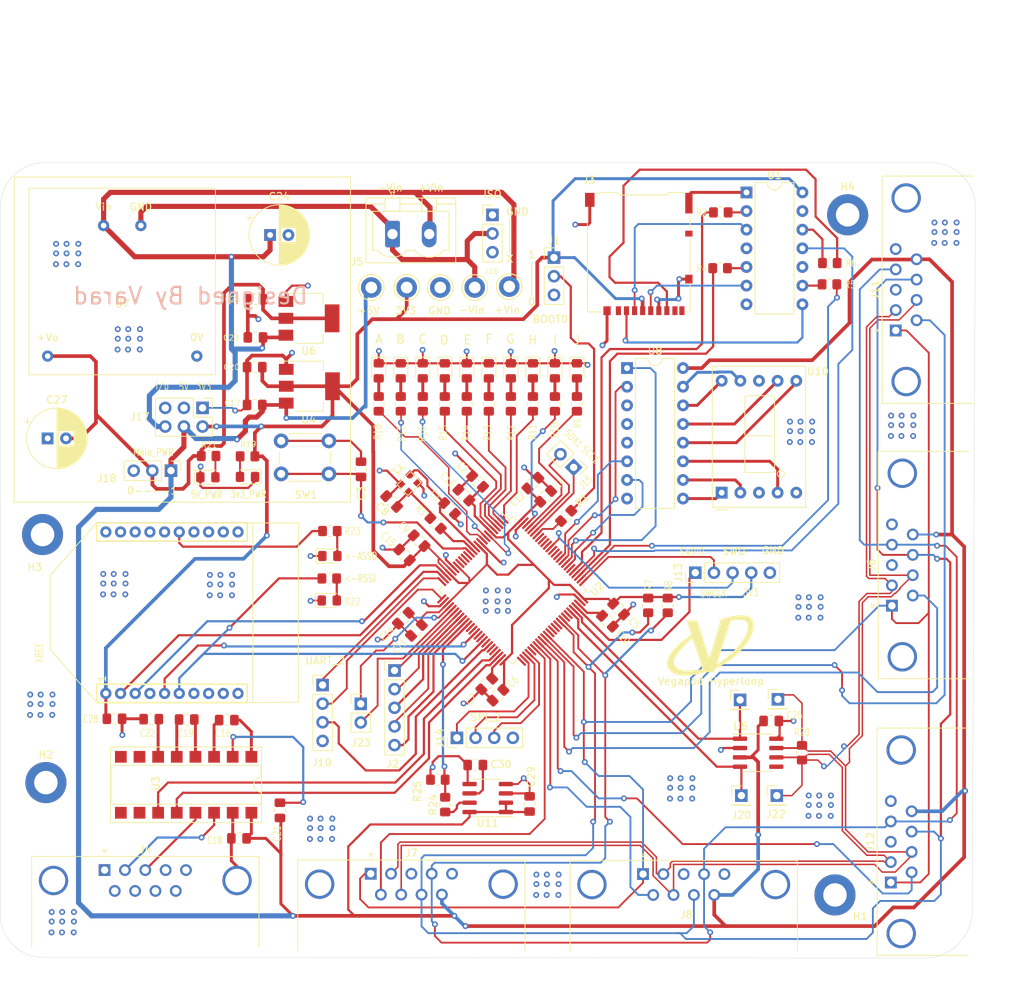
<source format=kicad_pcb>
(kicad_pcb (version 20211014) (generator pcbnew)
  (layers (0 "F.Cu" signal) (1 "In1.Cu" power) (2 "In2.Cu" power) (31 "B.Cu" signal) (34 "B.Paste" user) (35 "F.Paste" user) (36 "B.SilkS" user "B.Silkscreen") (37 "F.SilkS" user "F.Silkscreen") (38 "B.Mask" user) (39 "F.Mask" user) (44 "Edge.Cuts" user))
  (net 0 "")
  (net 1 "GND")
  (net 2 "/HSE_IN")
  (net 3 "+3.3V")
  (net 4 "Net-(C3-Pad1)")
  (net 5 "Net-(C7-Pad2)")
  (net 6 "Net-(C8-Pad2)")
  (net 7 "Net-(C10-Pad2)")
  (net 8 "Net-(C16-Pad1)")
  (net 9 "Net-(C16-Pad2)")
  (net 10 "+5V")
  (net 11 "Net-(C19-Pad1)")
  (net 12 "Net-(C19-Pad2)")
  (net 13 "Net-(C21-Pad2)")
  (net 14 "Net-(C22-Pad2)")
  (net 15 "Net-(D1-Pad2)")
  (net 16 "Net-(D2-Pad2)")
  (net 17 "Net-(D3-Pad2)")
  (net 18 "Net-(D4-Pad2)")
  (net 19 "Net-(D5-Pad2)")
  (net 20 "Net-(D6-Pad2)")
  (net 21 "Net-(D7-Pad2)")
  (net 22 "Net-(D8-Pad2)")
  (net 23 "Net-(D9-Pad2)")
  (net 24 "Net-(D10-Pad2)")
  (net 25 "Net-(D11-Pad2)")
  (net 26 "Net-(D12-Pad2)")
  (net 27 "Net-(D13-Pad2)")
  (net 28 "Net-(D14-Pad2)")
  (net 29 "Net-(J1-Pad2)")
  (net 30 "/B4")
  (net 31 "/B5")
  (net 32 "/B6")
  (net 33 "/B7")
  (net 35 "/CS_LLS")
  (net 36 "/DI_LLS")
  (net 37 "/SCK_LLS")
  (net 38 "/DO_LLS")
  (net 43 "/Rx")
  (net 44 "/Tx")
  (net 50 "/MVCU_HBT")
  (net 51 "/I2C3_SCL")
  (net 52 "/VCU1_HBT")
  (net 53 "/I2C_SDA")
  (net 54 "/VCU4_HBT")
  (net 55 "/VCU2_HBT")
  (net 56 "Net-(J9-Pad2)")
  (net 57 "Net-(J9-Pad4)")
  (net 58 "Net-(J9-Pad6)")
  (net 59 "/VCU3_HBT")
  (net 60 "/VCU5_HBT")
  (net 61 "/BOOT0")
  (net 62 "Net-(R2-Pad1)")
  (net 63 "/SD_MOSI")
  (net 64 "/HSE_OUT")
  (net 65 "Net-(R4-Pad1)")
  (net 66 "/SD_SCK")
  (net 67 "Net-(R5-Pad1)")
  (net 68 "/SD_CS")
  (net 69 "Net-(R6-Pad1)")
  (net 70 "/E0")
  (net 71 "/E1")
  (net 72 "/E2")
  (net 73 "/E3")
  (net 74 "/E4")
  (net 75 "/E5")
  (net 76 "/E6")
  (net 77 "/C13")
  (net 78 "/C14")
  (net 79 "/C15")
  (net 80 "/RSSI")
  (net 81 "Net-(R23-Pad2)")
  (net 82 "/SD_MISO")
  (net 87 "/RST")
  (net 88 "/Xbee_Rx")
  (net 89 "/Xbee_Tx")
  (net 90 "/USART2_Tx")
  (net 91 "/USART2_Rx")
  (net 92 "/DAC_1")
  (net 93 "/DAC_2")
  (net 94 "/ADC_in6")
  (net 95 "/ADC_in7")
  (net 96 "/ADC_in14")
  (net 97 "/ADC_in15")
  (net 98 "/ADC_in8")
  (net 99 "/ADC_in9")
  (net 107 "/gpio")
  (net 110 "/IMU_Tx")
  (net 111 "/IMU_Rx")
  (net 113 "/SPI2_SCK")
  (net 114 "/SPI2_MISO")
  (net 115 "/SPI2_MOSI")
  (net 123 "/CAN_Rx")
  (net 124 "/CAN_Tx")
  (net 125 "/SWDIO")
  (net 126 "/SWCLK")
  (net 127 "/I2C1_SCL")
  (net 128 "/I2C1_SDA")
  (net 135 "/display_d")
  (net 136 "/display_c")
  (net 137 "/display_b")
  (net 138 "Net-(U10-Pad1)")
  (net 139 "Net-(U10-Pad2)")
  (net 140 "Net-(U10-Pad4)")
  (net 141 "Net-(U10-Pad6)")
  (net 142 "Net-(U10-Pad7)")
  (net 143 "Net-(U10-Pad10)")
  (net 144 "Net-(U10-Pad9)")
  (net 159 "/display_a")
  (net 161 "/SWo")
  (net 162 "/mornsun_minus")
  (net 163 "/mornsun_Vin")
  (net 165 "Net-(C26-Pad1)")
  (net 167 "/CAN_N")
  (net 168 "/CAN_P")
  (net 169 "Net-(C30-Pad1)")
  (net 170 "Net-(R24-Pad1)")
  (footprint "LED_SMD:LED_0805_2012Metric_Pad1.15x1.40mm_HandSolder" (layer "F.Cu") (at 127.275 62.7 -90)
    (fp_text reference "D5" hide)
    (fp_text value "LED" hide)
  )
  (footprint "Resistor_SMD:R_0805_2012Metric_Pad1.20x1.40mm_HandSolder" (layer "F.Cu") (at 115.275 67.2 -90)
    (fp_text reference "R17")
    (fp_text value "1K" hide)
  )
  (footprint "LED_SMD:LED_0805_2012Metric_Pad1.15x1.40mm_HandSolder" (layer "F.Cu") (at 94.4 77.15 180)
    (fp_text reference "D11" hide)
    (fp_text value "LED" hide)
  )
  (footprint "Package_DIP:DIP-14_W7.62mm" (layer "F.Cu") (at 162.371 38.394)
    (fp_text reference "U1")
    (fp_text value "74LS125")
  )
  (footprint "Resistor_SMD:R_0805_2012Metric_Pad1.20x1.40mm_HandSolder" (layer "F.Cu") (at 137.801 82.465 -135)
    (fp_text reference "R1")
    (fp_text value "10K" hide)
  )
  (footprint "Capacitor_SMD:C_0805_2012Metric_Pad1.18x1.45mm_HandSolder" (layer "F.Cu") (at 123.867516 79.62473 135)
    (fp_text reference "C13")
    (fp_text value "100nF" hide)
  )
  (footprint "TestPoint:TestPoint_Keystone_5010-5014_Multipurpose" (layer "F.Cu") (at 130.054 51.223)
    (fp_text reference "+Vin")
    (fp_text value "TestPoint" hide)
  )
  (footprint "Resistor_SMD:R_0805_2012Metric_Pad1.20x1.40mm_HandSolder" (layer "F.Cu") (at 173.671 50.919)
    (fp_text reference "R5")
    (fp_text value "3.3k" hide)
  )
  (footprint "TestPoint:TestPoint_Keystone_5010-5014_Multipurpose" (layer "F.Cu") (at 125.355 51.35)
    (fp_text reference "-Vin")
    (fp_text value "TestPoint" hide)
  )
  (footprint "LED_SMD:LED_0805_2012Metric_Pad1.15x1.40mm_HandSolder" (layer "F.Cu") (at 136.275 62.7 -90)
    (fp_text reference "D2" hide)
    (fp_text value "LED" hide)
  )
  (footprint "Connector_Dsub:DSUB-9_Male_Horizontal_P2.77x2.84mm_EdgePinOffset7.70mm_Housed_MountingHolesOffset9.12mm" (layer "F.Cu") (at 182.186107 94.696893 90)
    (fp_text reference "J6")
    (fp_text value "DB9_Male_MountingHoles" hide)
  )
  (footprint "Resistor_SMD:R_0805_2012Metric_Pad1.20x1.40mm_HandSolder" (layer "F.Cu") (at 130.275 67.2 -90)
    (fp_text reference "R12")
    (fp_text value "1K" hide)
  )
  (footprint "Resistor_SMD:R_0805_2012Metric_Pad1.20x1.40mm_HandSolder" (layer "F.Cu") (at 94.4 74.35)
    (fp_text reference "R19")
    (fp_text value "1K" hide)
  )
  (footprint "LED_SMD:LED_0805_2012Metric_Pad1.15x1.40mm_HandSolder" (layer "F.Cu") (at 105.534 93.9855)
    (fp_text reference "D13" hide)
    (fp_text value "LED" hide)
  )
  (footprint "Capacitor_SMD:C_0805_2012Metric_Pad1.18x1.45mm_HandSolder" (layer "F.Cu") (at 128.512783 106.890377 -135)
    (fp_text reference "C6")
    (fp_text value "100nF" hide)
  )
  (footprint "Resistor_SMD:R_0805_2012Metric_Pad1.20x1.40mm_HandSolder" (layer "F.Cu") (at 105.534 90.9855 180)
    (fp_text reference "R22")
    (fp_text value "1K" hide)
  )
  (footprint "varad_lib:XBEE" (layer "F.Cu") (at 95.10062 95.65 90)
    (fp_text reference "U9" hide)
    (fp_text value "XB24CDMPIT-001" hide)
  )
  (footprint "Resistor_SMD:R_0805_2012Metric_Pad1.20x1.40mm_HandSolder" (layer "F.Cu") (at 133.275 67.2 -90)
    (fp_text reference "R11")
    (fp_text value "1K" hide)
  )
  (footprint "Display_7Segment:D1X8K" (layer "F.Cu") (at 158.995 79.3 90)
    (fp_text reference "U10")
    (fp_text value "D168K")
  )
  (footprint "Capacitor_SMD:C_0805_2012Metric_Pad1.18x1.45mm_HandSolder" (layer "F.Cu") (at 95.475 52.95 180)
    (fp_text reference "C26")
    (fp_text value "10uF" hide)
  )
  (footprint "Resistor_SMD:R_0805_2012Metric_Pad1.20x1.40mm_HandSolder" (layer "F.Cu") (at 112.275 67.2 -90)
    (fp_text reference "R18")
    (fp_text value "1K" hide)
  )
  (footprint "Capacitor_SMD:C_0805_2012Metric_Pad1.18x1.45mm_HandSolder" (layer "F.Cu") (at 86.112 110.2)
    (fp_text reference "C19")
    (fp_text value "0.1uF" hide)
  )
  (footprint "Capacitor_SMD:C_0805_2012Metric_Pad1.18x1.45mm_HandSolder" (layer "F.Cu") (at 95.475 58.15 180)
    (fp_text reference "C23")
    (fp_text value "10uF" hide)
  )
  (footprint "Capacitor_SMD:C_0805_2012Metric_Pad1.18x1.45mm_HandSolder" (layer "F.Cu") (at 165.739 110.3995)
    (fp_text reference "C25")
    (fp_text value "1uF" hide)
  )
  (footprint "LED_SMD:LED_0805_2012Metric_Pad1.15x1.40mm_HandSolder" (layer "F.Cu") (at 133.275 62.7 -90)
    (fp_text reference "D3" hide)
    (fp_text value "LED" hide)
  )
  (footprint "MountingHole:MountingHole_3.2mm_M3_DIN965_Pad" (layer "F.Cu") (at 176.155 41.444)
    (fp_text reference "H4")
    (fp_text value "MountingHole_Pad" hide)
  )
  (footprint "Capacitor_SMD:C_0805_2012Metric_Pad1.18x1.45mm_HandSolder" (layer "F.Cu") (at 143.428107 96.807893 135)
    (fp_text reference "C10")
    (fp_text value "2.2uF" hide)
  )
  (footprint "MountingHole:MountingHole_3.2mm_M3_DIN965_Pad" (layer "F.Cu") (at 66.932107 118.792893)
    (fp_text reference "H2")
    (fp_text value "MountingHole_Pad" hide)
  )
  (footprint "Capacitor_SMD:C_0805_2012Metric_Pad1.18x1.45mm_HandSolder" (layer "F.Cu") (at 125.736 77.766 135)
    (fp_text reference "C2")
    (fp_text value "10uF" hide)
  )
  (footprint "Resistor_SMD:R_0805_2012Metric_Pad1.20x1.40mm_HandSolder" (layer "F.Cu") (at 158.771 48.719 180)
    (fp_text reference "R4")
    (fp_text value "3.3k" hide)
  )
  (footprint "Resistor_SMD:R_0805_2012Metric_Pad1.20x1.40mm_HandSolder" (layer "F.Cu") (at 158.871 41.119 180)
    (fp_text reference "R2")
    (fp_text value "3.3k" hide)
  )
  (footprint "Connector_PinHeader_2.54mm:PinHeader_1x05_P2.54mm_Vertical" (layer "F.Cu") (at 114.425 103.525)
    (fp_text reference "J2")
    (fp_text value "Conn_01x05_Male" hide)
  )
  (footprint "Connector_Dsub:DSUB-9_Male_Horizontal_P2.77x2.84mm_EdgePinOffset7.70mm_Housed_MountingHolesOffset9.12mm" (layer "F.Cu") (at 111.182107 131.212562)
    (fp_text reference "J7")
    (fp_text value "DB9_Male_MountingHoles" hide)
  )
  (footprint "LED_SMD:LED_0805_2012Metric_Pad1.15x1.40mm_HandSolder" (layer "F.Cu") (at 124.275 62.7 -90)
    (fp_text reference "D6" hide)
    (fp_text value "LED" hide)
  )
  (footprint "Panelization:logo" (layer "F.Cu") (at 157.305991 100.221251)
    (fp_text reference "G***" hide)
    (fp_text value "LOGO" hide)
  )
  (footprint "Capacitor_SMD:C_0805_2012Metric_Pad1.18x1.45mm_HandSolder" (layer "F.Cu") (at 95.375 67.35 180)
    (fp_text reference "C17")
    (fp_text value "10uF" hide)
  )
  (footprint "Package_TO_SOT_SMD:SOT-223-3_TabPin2" (layer "F.Cu") (at 102.775 55.55)
    (fp_text reference "U6")
    (fp_text value "AMS1117-5.0" hide)
  )
  (footprint "Resistor_SMD:R_0805_2012Metric_Pad1.20x1.40mm_HandSolder" (layer "F.Cu") (at 148.977 94.657 -90)
    (fp_text reference "R7")
    (fp_text value "1K" hide)
  )
  (footprint "Resistor_SMD:R_0805_2012Metric_Pad1.20x1.40mm_HandSolder" (layer "F.Cu") (at 127.275 67.2 -90)
    (fp_text reference "R13")
    (fp_text value "1K" hide)
  )
  (footprint "Connector_Dsub:DSUB-9_Male_Horizontal_P2.77x2.84mm_EdgePinOffset7.70mm_Housed_MountingHolesOffset9.12mm" (layer "F.Cu") (at 182.705776 57.196893 90)
    (fp_text reference "J11")
    (fp_text value "DB9_Male_MountingHoles" hide)
  )
  (footprint "Connector_PinHeader_2.54mm:PinHeader_1x01_P2.54mm_Vertical" (layer "F.Cu") (at 161.677 120.565)
    (fp_text reference "J20")
    (fp_text value "Conn_01x01_Male" hide)
  )
  (footprint "Connector_PinHeader_2.54mm:PinHeader_1x05_P2.54mm_Vertical" (layer "F.Cu") (at 155.4 90.2 90)
    (fp_text reference "J13")
    (fp_text value "SWD")
  )
  (footprint "Package_DIP:DIP-16_W7.62mm_SMDSocket_SmallPads" (layer "F.Cu") (at 86.032107 119.092893 -90)
    (fp_text reference "U3")
    (fp_text value "MAX232")
  )
  (footprint "Connector_PinHeader_2.54mm:PinHeader_1x03_P2.54mm_Vertical" (layer "F.Cu") (at 127.768 41.459)
    (fp_text reference "J16")
    (fp_text value "Conn_01x03_Male" hide)
  )
  (footprint "Connector_PinHeader_2.54mm:PinHeader_1x04_P2.54mm_Vertical" (layer "F.Cu") (at 104.625 105.5)
    (fp_text reference "J10")
    (fp_text value "Uart" hide)
  )
  (footprint "Connector_Card:microSD_HC_Hirose_DM3AT-SF-PEJM5" (layer "F.Cu") (at 147.701 46.784 180)
    (fp_text reference "J3")
    (fp_text value "Micro_SD_Card_Det_Hirose_DM3AT" hide)
  )
  (footprint "Capacitor_SMD:C_0805_2012Metric_Pad1.18x1.45mm_HandSolder" (layer "F.Cu") (at 126.988783 105.366377 45)
    (fp_text reference "C7")
    (fp_text value "2.2uF" hide)
  )
  (footprint "Connector_Dsub:DSUB-9_Male_Horizontal_P2.77x2.84mm_EdgePinOffset7.70mm_Housed_MountingHolesOffset9.12mm" (layer "F.Cu") (at 182.032669 132.396893 90)
    (fp_text reference "J12")
    (fp_text value "DB9_Male_MountingHoles" hide)
  )
  (footprint "Capacitor_SMD:C_0805_2012Metric_Pad1.18x1.45mm_HandSolder" (layer "F.Cu") (at 93.232107 126.392893 180)
    (fp_text reference "C18")
    (fp_text value "0.1uF" hide)
  )
  (footprint "Capacitor_SMD:C_0805_2012Metric_Pad1.18x1.45mm_HandSolder" (layer "F.Cu") (at 81.286 110.151)
    (fp_text reference "C22")
    (fp_text value "0.1uF" hide)
  )
  (footprint "Connector_PinHeader_2.54mm:PinHeader_1x01_P2.54mm_Vertical" (layer "F.Cu") (at 166.657 107.455)
    (fp_text reference "J21" hide)
    (fp_text value "Conn_01x01_Male" hide)
  )
  (footprint "Resistor_SMD:R_0805_2012Metric_Pad1.20x1.40mm_HandSolder" (layer "F.Cu") (at 118.275 67.2 -90)
    (fp_text reference "R16")
    (fp_text value "1K" hide)
  )
  (footprint "LED_SMD:LED_0805_2012Metric_Pad1.15x1.40mm_HandSolder" (layer "F.Cu") (at 115.275 62.7 -90)
    (fp_text reference "D9" hide)
    (fp_text value "LED" hide)
  )
  (footprint "Capacitor_SMD:C_0805_2012Metric_Pad1.18x1.45mm_HandSolder" (layer "F.Cu") (at 91.573 110.278)
    (fp_text reference "C16")
    (fp_text value "0.1uF" hide)
  )
  (footprint "Package_DIP:DIP-16_W7.62mm" (layer "F.Cu") (at 146.105 62.3275)
    (fp_text reference "U8")
    (fp_text value "74LS47")
  )
  (footprint "MountingHole:MountingHole_3.2mm_M3_DIN965_Pad" (layer "F.Cu") (at 66.475 85)
    (fp_text reference "H3")
    (fp_text value "MountingHole_Pad" hide)
  )
  (footprint "TestPoint:TestPoint_Keystone_5010-5014_Multipurpose" (layer "F.Cu") (at 111.258 51.35)
    (fp_text reference "+5V")
    (fp_text value "TestPoint" hide)
  )
  (footprint "Capacitor_SMD:C_0805_2012Metric_Pad1.18x1.45mm_HandSolder" (layer "F.Cu") (at 109.861 76.115 90)
    (fp_text reference "C3")
    (fp_text value "100nF" hide)
  )
  (footprint "Package_TO_SOT_SMD:SOT-223-3_TabPin2" (layer "F.Cu") (at 102.825 64.8)
    (fp_text reference "U4")
    (fp_text value "AMS1117-3.3" hide)
  )
  (footprint "LED_SMD:LED_0805_2012Metric_Pad1.15x1.40mm_HandSolder" (layer "F.Cu") (at 130.275 62.7 -90)
    (fp_text reference "D4" hide)
    (fp_text value "LED" hide)
  )
  (footprint "Connector_Phoenix_MSTB:PhoenixContact_MSTBVA_2,5_2-G_1x02_P5.00mm_Vertical" (layer "F.Cu") (at 114.152107 44.0715)
    (fp_text reference "J5")
    (fp_text value "Conn_01x02_Male" hide)
  )
  (footprint "Capacitor_SMD:C_0805_2012Metric_Pad1.18x1.45mm_HandSolder" (layer "F.Cu") (at 114.025 80.5 -45)
    (fp_text reference "C8")
    (fp_text value "12p" hide)
  )
  (footprint "Capacitor_SMD:C_0805_2012Metric_Pad1.18x1.45mm_HandSolder" (layer "F.Cu") (at 121.926 81.449 135)
    (fp_text reference "C1")
    (fp_text value "12p" hide)
  )
  (footprint "Capacitor_SMD:C_0805_2012Metric_Pad1.18x1.45mm_HandSolder" (layer "F.Cu") (at 115.625 96.4 -135)
    (fp_text reference "C14")
    (fp_text value "100nF" hide)
  )
  (footprint "Connector_PinHeader_2.54mm:PinHeader_2x03_P2.54mm_Vertical" (layer "F.Cu") (at 88.275 67.75 -90)
    (fp_text reference "J17")
    (fp_text value "Conn_02x03_Counter_Clockwise" hide)
  )
  (footprint "Resistor_SMD:R_0805_2012Metric_Pad1.20x1.40mm_HandSolder" (layer "F.Cu") (at 169.932 114.723 -90)
    (fp_text reference "R20")
    (fp_text value "120R" hide)
  )
  (footprint "Capacitor_SMD:C_0805_2012Metric_Pad1.18x1.45mm_HandSolder" (layer "F.Cu") (at 98.812 122.5755 90)
    (fp_text reference "C21")
    (fp_text value "0.1uF" hide)
  )
  (footprint "Capacitor_SMD:C_0805_2012Metric_Pad1.18x1.45mm_HandSolder" (layer "F.Cu") (at 117.403 98.051 -135)
    (fp_text reference "C11")
    (fp_text value "100nF" hide)
  )
  (footprint "Connector_PinHeader_2.54mm:PinHeader_1x01_P2.54mm_Vertical" (layer "F.Cu") (at 166.503 120.565)
    (fp_text reference "J22")
    (fp_text value "Conn_01x01_Male" hide)
  )
  (footprint "LED_SMD:LED_0805_2012Metric_Pad1.15x1.40mm_HandSolder" (layer "F.Cu") (at 139.275 62.7 -90)
    (fp_text reference "D1" hide)
    (fp_text value "LED" hide)
  )
  (footprint "Capacitor_SMD:C_0805_2012Metric_Pad1.18x1.45mm_HandSolder" (layer "F.Cu") (at 76.275 110.1)
    (fp_text reference "C28")
    (fp_text value "0.1uF" hide)
  )
  (footprint "Capacitor_SMD:C_0805_2012Metric_Pad1.18x1.45mm_HandSolder" (layer "F.Cu") (at 144.952107 95.156893 -45)
    (fp_text reference "C5")
    (fp_text value "100nF" hide)
  )
  (footprint "Connector_Dsub:DSUB-9_Male_Horizontal_P2.77x2.84mm_EdgePinOffset7.70mm_Housed_MountingHolesOffset9.12mm" (layer "F.Cu") (at 74.932107 130.712562)
    (fp_text reference "J4")
    (fp_text value "IMU" hide)
  )
  (footprint "Connector_PinHeader_2.54mm:PinHeader_1x04_P2.54mm_Vertical" (layer "F.Cu") (at 122.925 112.7 90)
    (fp_text reference "J14")
    (fp_text value "Uart" hide)
  )
  (footprint "Resistor_SMD:R_0805_2012Metric_Pad1.20x1.40mm_HandSolder" (layer "F.Cu") (at 120.325 118.4 180)
    (fp_text reference "R25")
    (fp_text value "1.5k" hide)
  )
  (footprint "LED_SMD:LED_0805_2012Metric_Pad1.15x1.40mm_HandSolder" (layer "F.Cu") (at 89 77.2)
    (fp_text reference "D12" hide)
    (fp_text value "LED" hide)
  )
  (footprint "MountingHole:MountingHole_3.2mm_M3_DIN965_Pad" (layer "F.Cu") (at 174.425 134.1)
    (fp_text reference "H1")
    (fp_text value "MountingHole_Pad" hide)
  )
  (footprint "Connector_PinHeader_2.54mm:PinHeader_1x03_P2.54mm_Vertical" (layer "F.Cu") (at 83.975 76.3 -90)
    (fp_text reference "J18")
    (fp_text value "Conn_01x03_Male" hide)
  )
  (footprint "TestPoint:TestPoint_Keystone_5010-5014_Multipurpose" (layer "F.Cu") (at 116.084 51.35)
    (fp_text reference "3V3")
    (fp_text value "TestPoint" hide)
  )
  (footprint "Capacitor_SMD:C_0805_2012Metric_Pad1.18x1.45mm_HandSolder" (layer "F.Cu") (at 95.375 62.2 180)
    (fp_text reference "C20")
    (fp_text value "10uF" hide)
  )
  (footprint "Resistor_SMD:R_0805_2012Metric_Pad1.20x1.40mm_HandSolder" (layer "F.Cu") (at 120.021 83.481 135)
    (fp_text reference "R3")
    (fp_text value "R_Small_US" hide)
  )
  (footprint "Resistor_SMD:R_0805_2012Metric_Pad1.20x1.40mm_HandSolder" (layer "F.Cu") (at 139.275 67.2 -90)
    (fp_text reference "R9")
    (fp_text value "1K" hide)
  )
  (footprint "Resistor_SMD:R_0805_2012Metric_Pad1.20x1.40mm_HandSolder" (layer "F.Cu") (at 124.275 67.2 -90)
    (fp_text reference "R14")
    (fp_text value "1K" hide)
  )
  (footprint "Connector_Dsub:DSUB-9_Male_Horizontal_P2.77x2.84mm_EdgePinOffset7.70mm_Housed_MountingHolesOffset9.12mm" (layer "F.Cu") (at 148.282107 131.262562)
    (fp_text reference "J8")
    (fp_text value "DB9_Male_MountingHoles" hide)
  )
  (footprint "LED_SMD:LED_0805_2012Metric_Pad1.15x1.40mm_HandSolder" (layer "F.Cu") (at 112.275 62.7 -90)
    (fp_text reference "D10" hide)
    (fp_text value "LED" hide)
  )
  (footprint "Resistor_SMD:R_0805_2012Metric_Pad1.20x1.40mm_HandSolder" (layer "F.Cu") (at 151.644 94.657 -90)
    (fp_text reference "R8")
    (fp_text value "1K" hide)
  )
  (footprint "varad:crystal" (layer "F.Cu") (at 117.609404 85.154145 -135)
    (fp_text reference "Y1")
    (fp_text value "Crystal_GND24" hide)
  )
  (footprint "LED_SMD:LED_0805_2012Metric_Pad1.15x1.40mm_HandSolder" (layer "F.Cu") (at 105.617786 87.925714)
    (fp_text reference "D14" hide)
    (fp_text value "LED" hide)
  )
  (footprint "Package_QFP:LQFP-100_14x14mm_P0.5mm" (layer "F.Cu") (at 130.532107 92.592893 -45)
    (fp_text reference "U2")
    (fp_text value "STM32F407VGTx")
  )
  (footprint "Capacitor_SMD:C_0805_2012Metric_Pad1.18x1.45mm_HandSolder" (layer "F.Cu") (at 115.767893 87.781107 135)
    (fp_text reference "C15")
    (fp_text value "1uF" hide)
  )
  (footprint "Button_Switch_THT:SW_PUSH_6mm_H5mm" (layer "F.Cu") (at 98.982107 72.242893)
    (fp_text reference "SW1")
    (fp_text value "SW_Push" hide)
  )
  (footprint "Resistor_SMD:R_0805_2012Metric_Pad1.20x1.40mm_HandSolder" (layer "F.Cu") (at 121.275 67.2 -90)
    (fp_text reference "R15")
    (fp_text value "1K" hide)
  )
  (footprint "Connector_PinHeader_2.54mm:PinHeader_1x01_P2.54mm_Vertical" (layer "F.Cu") (at 161.507 107.53)
    (fp_text reference "J19" hide)
    (fp_text value "Conn_01x01_Male" hide)
  )
  (footprint "Capacitor_THT:CP_Radial_D8.0mm_P2.50mm" (layer "F.Cu") (at 67.172349 71.9)
    (fp_text reference "C27")
    (fp_text value "10uF")
  )
  (footprint "Resistor_SMD:R_0805_2012Metric_Pad1.20x1.40mm_HandSolder" (layer "F.Cu") (at 89.1 74.3 180)
    (fp_text reference "R21")
    (fp_text value "1K" hide)
  )
  (footprint "Connector_PinHeader_2.54mm:PinHeader_1x02_P2.54mm_Vertical" (layer "F.Cu") (at 138.826562 75.851562 -135)
    (fp_text reference "J15")
    (fp_text value "Conn_01x02_Male" hide)
  )
  (footprint "Capacitor_SMD:C_0805_2012Metric_Pad1.18x1.45mm_HandSolder" (layer "F.Cu") (at 117.771516 85.84773 135)
    (fp_text reference "C9")
    (fp_text value "100nF" hide)
  )
  (footprint "Resistor_SMD:R_0805_2012Metric_Pad1.20x1.40mm_HandSolder" (layer "F.Cu") (at 136.275 67.2 -90)
    (fp_text reference "R10")
    (fp_text value "1K" hide)
  )
  (footprint "varad_lib:MORNSUN-URB2405YMD-6WR3" (layer "F.Cu") (at 90.032107 12.433893)
    (fp_text reference "U7")
    (fp_text value "MORNSUN-URB2405YMD-6WR3")
  )
  (footprint "Package_SO:SOIC-8_3.9x4.9mm_P1.27mm" (layer "F.Cu") (at 163.963 114.723)
    (fp_text reference "U5")
    (fp_text value "MCP2551-I-SN" hide)
  )
  (footprint "Package_SO:SOIC-8_3.9x4.9mm_P1.27mm" (layer "F.Cu") (at 127.125 120.9 180)
    (fp_text reference "U11")
    (fp_text value "ACS712xLCTR-20A" hide)
  )
  (footprint "Capacitor_SMD:C_0805_2012Metric_Pad1.18x1.45mm_HandSolder" (layer "F.Cu") (at 133.275377 77.991623 45)
    (fp_text reference "C12")
    (fp_text value "100nF" hide)
  )
  (footprint "Resistor_SMD:R_0805_2012Metric_Pad1.20x1.40mm_HandSolder" (layer "F.Cu") (at 173.721 48.019)
    (fp_text reference "R6")
    (fp_text value "3.3k" hide)
  )
  (footprint "Capacitor_SMD:C_0805_2012Metric_Pad1.18x1.45mm_HandSolder" (layer "F.Cu") (at 125.425 116.4 180)
    (fp_text reference "C30")
    (fp_text value "10uF" hide)
  )
  (footprint "TestPoint:TestPoint_Keystone_5010-5014_Multipurpose" (layer "F.Cu") (at 120.656 51.35)
    (fp_text reference "GND")
    (fp_text value "TestPoint" hide)
  )
  (footprint "Connector_PinHeader_2.54mm:PinHeader_1x03_P2.54mm_Vertical" (layer "F.Cu") (at 136.15 47.275)
    (fp_text reference "J1")
    (fp_text value "Conn_01x03_Male" hide)
  )
  (footprint "Resistor_SMD:R_0805_2012Metric_Pad1.20x1.40mm_HandSolder" (layer "F.Cu") (at 105.617786 84.525714 180)
    (fp_text reference "R23")
    (fp_text value "1K" hide)
  )
  (footprint "Resistor_SMD:R_0805_2012Metric_Pad1.20x1.40mm_HandSolder" (layer "F.Cu") (at 121.325 121.8 90)
    (fp_text reference "R24")
    (fp_text value "1.5k" hide)
  )
  (footprint "Capacitor_THT:CP_Radial_D8.0mm_P2.50mm" (layer "F.Cu") (at 97.472349 44.2)
    (fp_text reference "C24")
    (fp_text value "100uF")
  )
  (footprint "LED_SMD:LED_0805_2012Metric_Pad1.15x1.40mm_HandSolder" (layer "F.Cu") (at 118.275 62.7 -90)
    (fp_text reference "D8" hide)
    (fp_text value "LED" hide)
  )
  (footprint "LED_SMD:LED_0805_2012Metric_Pad1.15x1.40mm_HandSolder" (layer "F.Cu") (at 121.275 62.7 -90)
    (fp_text reference "D7" hide)
    (fp_text value "LED" hide)
  )
  (footprint "Capacitor_SMD:C_0805_2012Metric_Pad1.18x1.45mm_HandSolder" (layer "F.Cu") (at 132.825 121.7 90)
    (fp_text reference "C29")
    (fp_text value "10uF" hide)
  )
  (footprint "Capacitor_SMD:C_0805_2012Metric_Pad1.18x1.45mm_HandSolder" (layer "F.Cu") (at 135.007 79.798 45)
    (fp_text reference "C4")
    (fp_text value "100nF" hide)
  )
  (footprint "Connector_PinHeader_2.54mm:PinHeader_1x02_P2.54mm_Vertical" (layer "F.Cu") (at 109.825 108.065)
    (fp_text reference "J23")
    (fp_text value "Conn_01x02_Male" hide)
  )
  (gr_line (start 95.125 83.45) (end 95.125 107.85) (layer "F.SilkS") (width 0.12))
  (gr_line (start 67.525 90.55) (end 67.525 100.65) (layer "F.SilkS") (width 0.12))
  (gr_line (start 67.525 90.55) (end 73.85098 83.40212) (layer "F.SilkS") (width 0.12))
  (gr_line (start 94.35132 107.89788) (end 101.325 107.85) (layer "F.SilkS") (width 0.12))
  (gr_rect (start 62.625 36.3) (end 108.425 80.6) (layer "F.SilkS") (width 0.12) (fill none))
  (gr_line (start 101.325 107.85) (end 101.325 83.45) (layer "F.SilkS") (width 0.12))
  (gr_line (start 94.35132 83.40212) (end 101.325 83.45) (layer "F.SilkS") (width 0.12))
  (gr_line (start 67.525 100.65) (end 73.85098 107.89788) (layer "F.SilkS") (width 0.12))
  (gr_line (start 193.554 40.428) (end 193.125 136.2) (layer "Edge.Cuts") (width 0.05))
  (gr_arc (start 60.712 40.428) (mid 62.497477 36.117477) (end 66.808 34.332) (layer "Edge.Cuts") (width 0.05))
  (gr_arc (start 66.725 142.6) (mid 62.307657 140.728765) (end 60.725 136.2) (layer "Edge.Cuts") (width 0.05))
  (gr_line (start 60.725 136.2) (end 60.712 40.428) (layer "Edge.Cuts") (width 0.05))
  (gr_arc (start 187.458 34.332) (mid 191.768523 36.117477) (end 193.554 40.428) (layer "Edge.Cuts") (width 0.05))
  (gr_line (start 187.025 142.7) (end 66.725 142.6) (layer "Edge.Cuts") (width 0.05))
  (gr_arc (start 193.125 136.2) (mid 191.361165 140.657012) (end 187.025 142.7) (layer "Edge.Cuts") (width 0.05))
  (gr_line (start 66.808 34.332) (end 187.458 34.332) (layer "Edge.Cuts") (width 0.05))
  (gr_text "Designed By Varad" (at 86.62 52.493) (layer "B.SilkS") (effects (font (size 2.25 2.25) (thickness 0.3)) (justify mirror)))
  (gr_text "-Vin" (at 113.798 37.761) (layer "F.SilkS") (effects (font (size 1 1))))
  (gr_text "G" (at 130.207 58.375) (layer "F.SilkS") (effects (font (size 1.2 1.2))))
  (gr_text "SWCLK" (at 157.907 93.03) (layer "F.SilkS") (effects (font (size 1 0.75) (thickness 0.1))))
  (gr_text "i/p" (at 82.775 64.75) (layer "F.SilkS") (effects (font (size 1 0.75) (thickness 0.1))))
  (gr_text "BOOT0" (at 135.642 55.668) (layer "F.SilkS") (effects (font (size 1 1))))
  (gr_text "SWDIO" (at 154.946 87.291) (layer "F.SilkS") (effects (font (size 1 0.75) (thickness 0.1))))
  (gr_text "GND" (at 165.995 87.164) (layer "F.SilkS") (effects (font (size 1 1))))
  (gr_text "<-RSSI" (at 109.725 90.9855) (layer "F.SilkS") (effects (font (size 1 0.75) (thickness 0.12))))
  (gr_text "+Vin" (at 119.386 37.761) (layer "F.SilkS") (effects (font (size 1 1))))
  (gr_text "F" (at 127.286 58.375) (layer "F.SilkS") (effects (font (size 1.2 1.2))))
  (gr_text "H" (at 133.255 58.502) (layer "F.SilkS") (effects (font (size 1.2 1.2))))
  (gr_text "SDA1" (at 138.817 71.924 315) (layer "F.SilkS") (effects (font (size 1 0.75) (thickness 0.1))))
  (gr_text "C" (at 118.269 58.375) (layer "F.SilkS") (effects (font (size 1.2 1.2))))
  (gr_text "A" (at 112.3 58.375) (layer "F.SilkS") (effects (font (size 1.2 1.2))))
  (gr_text "1\n|\n|\n|\n0" (at 133.102 50.08) (layer "F.SilkS") (effects (font (size 1 1))))
  (gr_text "SCL1" (at 141.103 74.083 315) (layer "F.SilkS") (effects (font (size 1 0.75) (thickness 0.1))))
  (gr_text "5V_PWR" (at 88.825 79.55) (layer "F.SilkS") (effects (font (size 1 0.75) (thickness 0.12))))
  (gr_text "I" (at 136.303 58.502) (layer "F.SilkS") (effects (font (size 1.2 1.2))))
  (gr_text "E" (at 124.365 58.502) (layer "F.SilkS") (effects (font (size 1.2 1.2))))
  (gr_text "3V3" (at 88.425 64.85) (layer "F.SilkS") (effects (font (size 1 0.75) (thickness 0.1))))
  (gr_text "J" (at 139.3 58.5) (layer "F.SilkS") (effects (font (size 1.2 1.2))))
  (gr_text "SWO" (at 160.661 87.291) (layer "F.SilkS") (effects (font (size 1 1))))
  (gr_text "D" (at 121.19 58.502) (layer "F.SilkS") (effects (font (size 1.2 1.2))))
  (gr_text "XBEE" (at 66 101.125 90) (layer "F.SilkS") (effects (font (size 1 0.75) (thickness 0.1))))
  (gr_text "B" (at 115.221 58.375) (layer "F.SilkS") (effects (font (size 1.2 1.2))))
  (gr_text "3v3_PWR" (at 94.525 79.5) (layer "F.SilkS") (effects (font (size 1 0.75) (thickness 0.12))))
  (gr_text "5V" (at 85.725 64.9) (layer "F.SilkS") (effects (font (size 1 0.75) (thickness 0.1))))
  (gr_text "ISO" (at 127.768 38.65) (layer "F.SilkS") (effects (font (size 1 1))))
  (gr_text "<-ASSO" (at 109.852 87.9375) (layer "F.SilkS") (effects (font (size 1 0.7) (thickness 0.12))))
  (gr_text "Main_PWR" (at 81.575 73.8) (layer "F.SilkS") (effects (font (size 1 0.75) (thickness 0.12))))
  (gr_text "GND\n|\n|\n|\nX" (at 129.546 44.238) (layer "F.SilkS") (effects (font (size 1 1)) (justify left)))
  (gr_text "3V3" (at 162.932 92.905) (layer "F.SilkS") (effects (font (size 1 0.75) (thickness 0.1))))
  (gr_text "Vegapod Hyperloop" (at 157.532 104.98) (layer "F.SilkS") (effects (font (size 1 1))))
  (gr_text "0----1" (at 81.413 79.036) (layer "F.SilkS") (effects (font (size 1 1))))
  (segment (start 161.488 114.088) (end 159.137 114.088) (width 0.3) (layer "F.Cu") (net 1))
  (segment (start 94.4375 52.95) (end 94.4375 55.2165) (width 0.5) (layer "F.Cu") (net 1))
  (segment (start 92.382107 126.205393) (end 92.194607 126.392893) (width 0.4) (layer "F.Cu") (net 1))
  (segment (start 133.275 61.675) (end 139.275 61.675) (width 0.3) (layer "F.Cu") (net 1))
  (segment (start 123.1875 115.2) (end 120.425 115.2) (width 0.3) (layer "F.Cu") (net 1))
  (segment (start 133.483 77.258) (end 132.086 75.861) (width 0.3) (layer "F.Cu") (net 1))
  (segment (start 129.292 88.815) (end 128.875535 88.815) (width 0.3) (layer "F.Cu") (net 1))
  (segment (start 114.891377 97.295123) (end 114.891377 97.133623) (width 0.25) (layer "F.Cu") (net 1))
  (segment (start 123.825 108) (end 124.35516 108) (width 0.3) (layer "F.Cu") (net 1))
  (segment (start 154.511 38.763) (end 154.88 38.394) (width 0.4) (layer "F.Cu") (net 1))
  (segment (start 143.376 58.602) (end 142.754 59.224) (width 0.25) (layer "F.Cu") (net 1))
  (segment (start 118.275 61.675) (end 118.275 59.875) (width 0.25) (layer "F.Cu") (net 1))
  (segment (start 113.713453 79.680931) (end 115.240596 78.153788) (width 0.3) (layer "F.Cu") (net 1))
  (segment (start 132.825 119) (end 132.825 120.6625) (width 0.25) (layer "F.Cu") (net 1))
  (segment (start 128.875535 88.815) (end 126.165723 86.105188) (width 0.3) (layer "F.Cu") (net 1))
  (segment (start 123.143647 78.891107) (end 125.002377 77.032377) (width 0.3) (layer "F.Cu") (net 1))
  (segment (start 94.4375 55.2165) (end 95.4395 55.2165) (width 0.5) (layer "F.Cu") (net 1))
  (segment (start 112.275 60.025) (end 112.3 60) (width 0.3) (layer "F.Cu") (net 1))
  (segment (start 122.688 73.956) (end 125.002377 76.270377) (width 0.3) (layer "F.Cu") (net 1))
  (segment (start 143.375 57.875) (end 143.375 58.603) (width 0.4) (layer "F.Cu") (net 1))
  (segment (start 112.275 61.675) (end 133.275 61.675) (width 0.3) (layer "F.Cu") (net 1))
  (segment (start 129.6 118.995) (end 131.23 118.995) (width 0.25) (layer "F.Cu") (net 1))
  (segment (start 77.3125 110.1) (end 77.3125 112.2735) (width 0.4) (layer "F.Cu") (net 1))
  (segment (start 87.975 77.2) (end 87.975 75.776) (width 0.3) (layer "F.Cu") (net 1))
  (segment (start 95.002 60.621) (end 99.193 60.621) (width 0.5) (layer "F.Cu") (net 1))
  (segment (start 94.3375 61.2855) (end 95.002 60.621) (width 0.5) (layer "F.Cu") (net 1))
  (segment (start 144.16173 97.541516) (end 144.16173 97.414516) (width 0.3) (layer "F.Cu") (net 1))
  (segment (start 115.018377 97.133623) (end 116.669377 98.784623) (width 0.25) (layer "F.Cu") (net 1))
  (segment (start 87.975 75.776) (end 88.017 75.734) (width 0.3) (layer "F.Cu") (net 1))
  (segment (start 146.945 94.53) (end 146.945 94.631246) (width 0.3) (layer "F.Cu") (net 1))
  (segment (start 99.675 61.103) (end 100.463 60.315) (width 0.5) (layer "F.Cu") (net 1))
  (segment (start 121.418 88.428533) (end 121.418 87.799) (width 0.3) (layer "F.Cu") (net 1))
  (segment (start 122.659623 82.817623) (end 123.45 83.608) (width 0.3) (layer "F.Cu") (net 1))
  (segment (start 118.375 78.735536) (end 118.375 78.9) (width 0.3) (layer "F.Cu") (net 1))
  (segment (start 103.042 93.9855) (end 102.994 94.0335) (width 0.25) (layer "F.Cu") (net 1))
  (segment (start 166.7765 110.3995) (end 168.787 110.3995) (width 0.3) (layer "F.Cu") (net 1))
  (segment (start 113.386808 76.3) (end 112.385353 76.3) (width 0.3) (layer "F.Cu") (net 1))
  (segment (start 95.425 77.724) (end 95.425 77.15) (width 0.3) (layer "F.Cu") (net 1))
  (segment (start 92.194607 126.392893) (end 92.194607 129.441607) (width 0.4) (layer "F.Cu") (net 1))
  (segment (start 124.3875 116.4) (end 124.3875 118.7325) (width 0.3) (layer "F.Cu") (net 1))
  (segment (start 115.240596 78.153788) (end 113.386808 76.3) (width 0.3) (layer "F.Cu") (net 1))
  (segment (start 154.526 39.859) (end 154.511 39.844) (width 0.4) (layer "F.Cu") (net 1))
  (segment (start 129.6 120.265) (end 132.4275 120.265) (width 0.3) (layer "F.Cu") (net 1))
  (segment (start 154.88 38.394) (end 162.371 38.394) (width 0.4) (layer "F.Cu") (net 1))
  (segment (start 109.861 73.702) (end 109.861 75.0775) (width 0.3) (layer "F.Cu") (net 1))
  (segment (start 118.425 94.1) (end 119.092982 94.767982) (width 0.3) (layer "F.Cu") (net 1))
  (segment (start 134.284107 77.451647) (end 136.01573 79.18327) (width 0.3) (layer "F.Cu") (net 1))
  (segment (start 108.401893 72.242893) (end 109.861 73.702) (width 0.3) (layer "F.Cu") (net 1))
  (segment (start 139.275 61.675) (end 140.506 61.675) (width 0.3) (layer "F.Cu") (net 1))
  (segment (start 122.630189 89.640722) (end 121.418 88.428533) (width 0.3) (layer "F.Cu") (net 1))
  (segment (start 103.005786 87.925714) (end 102.994 87.9375) (width 0.25) (layer "F.Cu") (net 1))
  (segment (start 93.5735 68.114) (end 94.3375 67.35) (width 0.25) (layer "F.Cu") (net 1))
  (segment (start 153.225 50.209) (end 153.114 50.32) (width 0.4) (layer "F.Cu") (net 1))
  (segment (start 119.625 116) (end 119.625 116.7) (width 0.3) (layer "F.Cu") (net 1))
  (segment (start 124.3875 116.4) (end 123.1875 115.2) (width 0.3) (layer "F.Cu") (net 1))
  (segment (start 80.1975 110.1) (end 80.2485 110.151) (width 0.4) (layer "F.Cu") (net 1))
  (segment (start 115.104516 87.047484) (end 117.037893 85.114107) (width 0.3) (layer "F.Cu") (net 1))
  (segment (start 115.03427 87.047484) (end 115.104516 87.047484) (width 0.3) (layer "F.Cu") (net 1))
  (segment (start 105.482107 72.242893) (end 108.401893 72.242893) (width 0.3) (layer "F.Cu") (net 1))
  (segment (start 132.025 118.2) (end 132.825 119) (width 0.25) (layer "F.Cu") (net 1))
  (segment (start 118.275 59.875) (end 118.25 59.85) (width 0.25) (layer "F.Cu") (net 1))
  (segment (start 122.659623 82.182623) (end 122.659623 82.817623) (width 0.3) (layer "F.Cu") (net 1))
  (segment (start 124.275 61.675) (end 124.275 60.075) (width 0.25) (layer "F.Cu") (net 1))
  (segment (start 92.972107 130.219107) (end 92.972107 132.132562) (width 0.4) (layer "F.Cu") (net 1))
  (segment (start 123.133893 78.891107) (end 123.143647 78.891107) (width 0.3) (layer "F.Cu") (net 1))
  (segment (start 125.002377 76.270377) (end 125.002377 77.032377) (width 0.3) (layer "F.Cu") (net 1))
  (segment (start 159.137 114.088) (end 158.883 114.342) (width 0.3) (layer "F.Cu") (net 1))
  (segment (start 92.194607 129.441607) (end 92.972107 130.219107) (width 0.4) (layer "F.Cu") (net 1))
  (segment (start 119.092982 94.767982) (end 120.578843 94.767982) (width 0.3) (layer "F.Cu") (net 1))
  (segment (start 136.275 60.05) (end 136.225 60) (width 0.25) (layer "F.Cu") (net 1))
  (segment (start 166.438 112.818) (end 166.884 112.372) (width 0.3) (layer "F.Cu") (net 1))
  (segment (start 99.625 51.934) (end 100.463 51.096) (width 0.3) (layer "F.Cu") (net 1))
  (segment (start 120.578843 94.767982) (end 121.215975 94.13085) (width 0.3) (layer "F.Cu") (net 1))
  (segment (start 94.494 78.655) (end 95.425 77.724) (width 0.3) (layer "F.Cu") (net 1))
  (segment (start 124.35516 108) (end 126.25516 106.1) (width 0.3) (layer "F.Cu") (net 1))
  (segment (start 77.3125 112.2735) (end 77.349 112.31) (width 0.4) (layer "F.Cu") (net 1))
  (segment (start 124.3875 118.7325) (end 124.65 118.995) (width 0.3) (layer "F.Cu") (net 1))
  (segment (start 141.026 39.409) (end 141.026 42.524) (width 0.4) (layer "F.Cu") (net 1))
  (segment (start 141.026 42.524) (end 140.775 42.775) (width 0.4) (layer "F.Cu") (net 1))
  (segment (start 113.291377 79.680931) (end 113.713453 79.680931) (width 0.3) (layer "F.Cu") (net 1))
  (segment (start 143.376 54.509) (end 143.376 57.874) (width 0.4) (layer "F.Cu") (net 1))
  (segment (start 126.25516 106.1) (end 127.77916 107.624) (width 0.3) (layer "F.Cu") (net 1))
  (segment (start 130.275 61.675) (end 130.275 60.1) (width 0.25) (layer "F.Cu") (net 1))
  (segment (start 87.975 78.359) (end 88.271 78.655) (width 0.3) (layer "F.Cu") (net 1))
  (segment (start 140.506 61.675) (end 140.722 61.891) (width 0.3) (layer "F.Cu") (net 1))
  (segment (start 99.193 60.621) (end 99.675 61.103) (width 0.5) (layer "F.Cu") (net 1))
  (segment (start 113.046484 87.047484) (end 115.03427 87.047484) (width 0.3) (layer "F.Cu") (net 1))
  (segment (start 154.511 39.844) (end 154.511 38.763) (width 0.4) (layer "F.Cu") (net 1))
  (segment (start 146.945 94.631246) (end 145.68573 95.890516) (width 0.3) (layer "F.Cu") (net 1))
  (segment (start 124.275 60.075) (end 124.25 60.05) (width 0.25) (layer "F.Cu") (net 1))
  (segment (start 153.225 50.209) (end 154.526 50.209) (width 0.4) (layer "F.Cu") (net 1))
  (segment (start 87.975 77.2) (end 87.975 78.359) (width 0.3) (layer "F.Cu") (net 1))
  (segment (start 117.609404 77.96994) (end 118.375 78.735536) (width 0.3) (layer "F.Cu") (net 1))
  (segment (start 94.4375 55.2165) (end 94.4375 58.15) (width 0.5) (layer "F.Cu") (net 1))
  (segment (start 94.3375 62.2) (end 94.3375 61.2855) (width 0.5) (layer "F.Cu") (net 1))
  (segment (start 150.193 52.987) (end 150.426 53.22) (width 0.4) (layer "F.Cu") (net 1))
  (segment (start 104.509 93.9855) (end 103.042 93.9855) (width 0.25) (layer "F.Cu") (net 1))
  (segment (start 130.943 84.403825) (end 130.943 85.259) (width 0.3) (layer "F.Cu") (net 1))
  (segment (start 136.275 61.675) (end 136.275 60.05) (width 0.25) (layer "F.Cu") (net 1))
  (segment (start 153.114 50.32) (end 153.114 52.86) (width 0.4) (layer "F.Cu") (net 1))
  (segment (start 143.376 57.874) (end 143.375 57.875) (width 0.4) (layer "F.Cu") (net 1))
  (segment (start 98.982107 72.242893) (end 105.482107 72.242893) (width 0.3) (layer "F.Cu") (net 1))
  (segment (start 130.275 60.1) (end 130.25 60.075) (width 0.25) (layer "F.Cu") (net 1))
  (segment (start 92.382107 122.902893) (end 92.382107 126.205393) (width 0.4) (layer "F.Cu") (net 1))
  (segment (start 92.716 68.114) (end 93.5735 68.114) (width 0.25) (layer "F.Cu") (net 1))
  (segment (start 139.848239 94.13085) (end 138.907947 93.190558) (width 0.3) (layer "F.Cu") (net 1))
  (segment (start 138.907947 93.190558) (end 138.907947 93.169053) (width 0.3) (layer "F.Cu") (net 1))
  (segment (start 166.884 112.372) (end 166.884 110.3835) (width 0.3) (layer "F.Cu") (net 1))
  (segment (start 88.271 78.655) (end 94.494 78.655) (width 0.3) (layer "F.Cu") (net 1))
  (segment (start 112.275 61.675) (end 112.275 60.025) (width 0.3) (layer "F.Cu") (net 1))
  (segment (start 119.325 118.4) (end 119.325 117) (width 0.3) (layer "F.Cu") (net 1))
  (segment (start 77.3125 110.1) (end 80.1975 110.1) (width 0.4) (layer "F.Cu") (net 1))
  (segment (start 136.875947 93.169053) (end 136.531 93.514) (width 0.3) (layer "F.Cu") (net 1))
  (segment (start 95.4395 55.2165) (end 95.891 55.668) (width 0.5) (layer "F.Cu") (net 1))
  (segment (start 120.425 115.2) (end 119.625 116) (width 0.3) (layer "F.Cu") (net 1))
  (segment (start 140.775 42.775) (end 139.05 42.775) (width 0.4) (layer "F.Cu") (net 1))
  (segment (start 118.375 79.6) (end 118.475 79.7) (width 0.3) (layer "F.Cu") (net 1))
  (segment (start 99.625 53.25) (end 99.625 51.934) (width 0.3) (layer "F.Cu") (net 1))
  (segment (start 132.4275 120.265) (end 132.825 120.6625) (width 0.3) (layer "F.Cu") (net 1))
  (segment (start 131.23 118.995) (end 132.025 118.2) (width 0.25) (layer "F.Cu") (net 1))
  (segment (start 112.8865 99.3) (end 114.891377 97.295123) (width 0.25) (layer "F.Cu") (net 1))
  (segment (start 118.375 78.9) (end 118.375 79.6) (width 0.3) (layer "F.Cu") (net 1))
  (segment (start 100.463 60.315) (end 100.463 60.24) (width 0.5) (layer "F.Cu") (net 1))
  (segment (start 104.592786 87.925714) (end 103.005786 87.925714) (width 0.25) (layer "F.Cu") (net 1))
  (segment (start 134.009 77.258) (end 133.483 77.258) (width 0.3) (layer "F.Cu") (net 1))
  (segment (start 99.675 61.103) (end 99.675 62.5) (width 0.5) (layer "F.Cu") (net 1))
  (segment (start 132.070064 83.276761) (end 130.943 84.403825) (width 0.3) (layer "F.Cu") (net 1))
  (segment (start 138.907947 93.169053) (end 136.875947 93.169053) (width 0.3) (layer "F.Cu") (net 1))
  (segment (start 134.284107 77.376893) (end 134.284107 77.451647) (width 0.3) (layer "F.Cu") (net 1))
  (segment (start 112.125 99.3) (end 112.8865 99.3) (width 0.25) (layer "F.Cu") (net 1))
  (segment (start 144.16173 97.414516) (end 145.68573 95.890516) (width 0.3) (layer "F.Cu") (net 1))
  (segment (start 119.325 117) (end 119.625 116.7) (width 0.3) (layer "F.Cu") (net 1))
  (segment (start 143.375 58.603) (end 142.754 59.224) (width 0.4) (layer "F.Cu") (net 1))
  (segment (start 150.426 53.22) (end 150.426 54.509) (width 0.4) (layer "F.Cu") (net 1))
  (segment (start 112.782 86.783) (end 113.046484 87.047484) (width 0.3) (layer "F.Cu") (net 1))
  (segment (start 100.463 51.096) (end 102.622 51.096) (width 0.3) (layer "F.Cu") (net 1))
  (segment (start 94.3375 62.2) (end 94.3375 67.35) (width 0.5) (layer "F.Cu") (net 1))
  (via (at 136.775 132.625) (size 0.8) (drill 0.4) (layers "F.Cu" "B.Cu") (net 1))
  (via (at 168.3 70.925) (size 0.8) (drill 0.4) (layers "F.Cu" "B.Cu") (net 1))
  (via (at 171.325 70.925) (size 0.8) (drill 0.4) (layers "F.Cu" "B.Cu") (net 1))
  (via (at 190.975 45.275) (size 0.8) (drill 0.4) (layers "F.Cu" "B.Cu") (net 1))
  (via (at 67.725 137.725) (size 0.8) (drill 0.4) (layers "F.Cu" "B.Cu") (net 1))
  (via (at 158.883 114.342) (size 0.8) (drill 0.4) (layers "F.Cu" "B.Cu") (net 1))
  (via (at 169.725 69.625) (size 0.8) (drill 0.4) (layers "F.Cu" "B.Cu") (net 1))
  (via (at 168.275 72.4) (size 0.8) (drill 0.4) (layers "F.Cu" "B.Cu") (net 1))
  (via (at 92.716 68.114) (size 0.8) (drill 0.4) (layers "F.Cu" "B.Cu") (net 1))
  (via (at 136.75 134.1) (size 0.8) (drill 0.4) (layers "F.Cu" "B.Cu") (net 1))
  (via (at 105.925 126.475) (size 0.8) (drill 0.4) (layers "F.Cu" "B.Cu") (net 1))
  (via (at 155 118.2) (size 0.8) (drill 0.4) (layers "F.Cu" "B.Cu") (net 1))
  (via (at 89.25 93.275) (size 0.8) (drill 0.4) (layers "F.Cu" "B.Cu") (net 1))
  (via (at 187.975 43.8) (size 0.8) (drill 0.4) (layers "F.Cu" "B.Cu") (net 1))
  (via (at 182.075 70.1) (size 0.8) (drill 0.4) (layers "F.Cu" "B.Cu") (net 1))
  (via (at 142.754 59.224) (size 0.8) (drill 0.4) (layers "F.Cu" "B.Cu") (net 1))
  (via (at 135.175 131.325) (size 0.8) (drill 0.4) (layers "F.Cu" "B.Cu") (net 1))
  (via (at 130.25 60.075) (size 0.8) (drill 0.4) (layers "F.Cu" "B.Cu") (net 1))
  (via (at 112.3 60) (size 0.8) (drill 0.4) (layers "F.Cu" "B.Cu") (net 1))
  (via (at 64.8 108.1) (size 0.8) (drill 0.4) (layers "F.Cu" "B.Cu") (net 1))
  (via (at 136.225 60) (size 0.8) (drill 0.4) (layers "F.Cu" "B.Cu") (net 1))
  (via (at 90.675 93.275) (size 0.8) (drill 0.4) (layers "F.Cu" "B.Cu") (net 1))
  (via (at 102.994 94.0335) (size 0.8) (drill 0.4) (layers "F.Cu" "B.Cu") (net 1))
  (via (at 92.275 93.275) (size 0.8) (drill 0.4) (layers "F.Cu" "B.Cu") (net 1))
  (via (at 126.85 95.4) (size 0.8) (drill 0.4) (layers "F.Cu" "B.Cu") (net 1))
  (via (at 191 43.8) (size 0.8) (drill 0.4) (layers "F.Cu" "B.Cu") (net 1))
  (via (at 118.475 79.7) (size 0.8) (drill 0.4) (layers "F.Cu" "B.Cu") (net 1))
  (via (at 136.775 131.325) (size 0.8) (drill 0.4) (layers "F.Cu" "B.Cu") (net 1))
  (via (at 189.4 42.5) (size 0.8) (drill 0.4) (layers "F.Cu" "B.Cu") (net 1))
  (via (at 153.4 118.2) (size 0.8) (drill 0.4) (layers "F.Cu" "B.Cu") (net 1))
  (via (at 89.275 91.8) (size 0.8) (drill 0.4) (layers "F.Cu" "B.Cu") (net 1))
  (via (at 151.975 119.5) (size 0.8) (drill 0.4) (layers "F.Cu" "B.Cu") (net 1))
  (via (at 70.725 139.2) (size 0.8) (drill 0.4) (layers "F.Cu" "B.Cu") (net 1))
  (via (at 136.531 93.514) (size 0.8) (drill 0.4) (layers "F.Cu" "B.Cu") (net 1))
  (via (at 74.75 90.375) (size 0.8) (drill 0.4) (layers "F.Cu" "B.Cu") (net 1))
  (via (at 112.385353 76.3) (size 0.8) (drill 0.4) (layers "F.Cu" "B.Cu") (net 1))
  (via (at 146.945 94.53) (size 0.8) (drill 0.4) (layers "F.Cu" "B.Cu") (net 1))
  (via (at 171.325 69.625) (size 0.8) (drill 0.4) (layers "F.Cu" "B.Cu") (net 1))
  (via (at 172.275 120.55) (size 0.8) (drill 0.4) (layers "F.Cu" "B.Cu") (net 1))
  (via (at 130.943 85.259) (size 0.8) (drill 0.4) (layers "F.Cu" "B.Cu") (net 1))
  (via (at 67.7 139.2) (size 0.8) (drill 0.4) (layers "F.Cu" "B.Cu") (net 1))
  (via (at 68.325 46.7) (size 0.8) (drill 0.4) (layers "F.Cu" "B.Cu") (net 1))
  (via (at 128.45 94.1) (size 0.8) (drill 0.4) (layers "F.Cu" "B.Cu") (net 1))
  (via (at 105.95 125) (size 0.8) (drill 0.4) (layers "F.Cu" "B.Cu") (net 1))
  (via (at 169.7 72.4) (size 0.8) (drill 0.4) (layers "F.Cu" "B.Cu") (net 1))
  (via (at 90.7 90.5) (size 0.8) (drill 0.4) (layers "F.Cu" "B.Cu") (net 1))
  (via (at 67.8 109.575) (size 0.8) (drill 0.4) (layers "F.Cu" "B.Cu") (net 1))
  (via (at 153.114 52.86) (size 0.8) (drill 0.4) (layers "F.Cu" "B.Cu") (net 1))
  (via (at 112.125 99.3) (size 0.8) (drill 0.4) (layers "F.Cu" "B.Cu") (net 1))
  (via (at 76.175 91.675) (size 0.8) (drill 0.4) (layers "F.Cu" "B.Cu") (net 1))
  (via (at 183.475 71.575) (size 0.8) (drill 0.4) (layers "F.Cu" "B.Cu") (net 1))
  (via (at 170.825 123.325) (size 0.8) (drill 0.4) (layers "F.Cu" "B.Cu") (net 1))
  (via (at 151.95 120.975) (size 0.8) (drill 0.4) (layers "F.Cu" "B.Cu") (net 1))
  (via (at 102.925 125) (size 0.8) (drill 0.4) (layers "F.Cu" "B.Cu") (net 1))
  (via (at 64.8 106.8) (size 0.8) (drill 0.4) (layers "F.Cu" "B.Cu") (net 1))
  (via (at 133.725 134.1) (size 0.8) (drill 0.4) (layers "F.Cu" "B.Cu") (net 1))
  (via (at 69.75 46.7) (size 0.8) (drill 0.4) (layers "F.Cu" "B.Cu") (net 1))
  (via (at 76.15 93.15) (size 0.8) (drill 0.4) (layers "F.Cu" "B.Cu") (net 1))
  (via (at 102.622 51.096) (size 0.8) (drill 0.4) (layers "F.Cu" "B.Cu") (net 1))
  (via (at 121.418 87.799) (size 0.8) (drill 0.4) (layers "F.Cu" "B.Cu") (net 1))
  (via (at 132.025 118.2) (size 0.8) (drill 0.4) (layers "F.Cu" "B.Cu") (net 1))
  (via (at 102.994 87.9375) (size 0.8) (drill 0.4) (layers "F.Cu" "B.Cu") (net 1))
  (via (at 172.45 96.325) (size 0.8) (drill 0.4) (layers "F.Cu" "B.Cu") (net 1))
  (via (at 172.275 121.85) (size 0.8) (drill 0.4) (layers "F.Cu" "B.Cu") (net 1))
  (via (at 173.875 120.55) (size 0.8) (drill 0.4) (layers "F.Cu" "B.Cu") (net 1))
  (via (at 183.5 68.8) (size 0.8) (drill 0.4) (layers "F.Cu" "B.Cu") (net 1))
  (via (at 76.175 90.375) (size 0.8) (drill 0.4) (layers "F.Cu" "B.Cu") (net 1))
  (via (at 76.725 58.325) (size 0.8) (drill 0.4) (layers "F.Cu" "B.Cu") (net 1))
  (via (at 150.193 52.987) (size 0.8) (drill 0.4) (layers "F.Cu" "B.Cu") (net 1))
  (via (at 71.35 45.4) (size 0.8) (drill 0.4) (layers "F.Cu" "B.Cu") (net 1))
  (via (at 169.425 96.325) (size 0.8) (drill 0.4) (layers "F.Cu" "B.Cu") (net 1))
  (via (at 64.775 109.575) (size 0.8) (drill 0.4) (layers "F.Cu" "B.Cu") (net 1))
  (via (at 155 119.5) (size 0.8) (drill 0.4) (layers "F.Cu" "B.Cu") (net 1))
  (via (at 187.975 42.5) (size 0.8) (drill 0.4) (layers "F.Cu" "B.Cu") (net 1))
  (via (at 126.875 92.625) (size 0.8) (drill 0.4) (layers "F.Cu" "B.Cu") (net 1))
  (via (at 128.45 95.4) (size 0.8) (drill 0.4) (layers "F.Cu" "B.Cu") (net 1))
  (via (at 135.15 134.1) (size 0.8) (drill 0.4) (layers "F.Cu" "B.Cu") (net 1))
  (via (at 104.35 123.7) (size 0.8) (drill 0.4) (layers "F.Cu" "B.Cu") (net 1))
  (via (at 129.292 88.815) (size 0.8) (drill 0.4) (layers "F.Cu" "B.Cu") (net 1))
  (via (at 105.95 123.7) (size 0.8) (drill 0.4) (layers "F.Cu" "B.Cu") (net 1))
  (via (at 172.475 93.55) (size 0.8) (drill 0.4) (layers "F.Cu" "B.Cu") (net 1))
  (via (at 77.349 112.31) (size 0.8) (drill 0.4) (layers "F.Cu" "B.Cu") (net 1))
  (via (at 70.75 136.425) (size 0.8) (drill 0.4) (layers "F.Cu" "B.Cu") (net 1))
  (via (at 133.75 132.625) (size 0.8) (drill 0.4) (layers "F.Cu" "B.Cu") (net 1))
  (via (at 122.688 73.956) (size 0.8) (drill 0.4) (layers "F.Cu" "B.Cu") (net 1))
  (via (at 69.75 45.4) (size 0.8) (drill 0.4) (layers "F.Cu" "B.Cu") (net 1))
  (via (at 69.125 139.2) (size 0.8) (drill 0.4) (layers "F.Cu" "B.Cu") (net 1))
  (via (at 69.725 48.175) (size 0.8) (drill 0.4) (layers "F.Cu" "B.Cu") (net 1))
  (via (at 89.275 90.5) (size 0.8) (drill 0.4) (layers "F.Cu" "B.Cu") (net 1))
  (via (at 66.225 106.8) (size 0.8) (drill 0.4) (layers "F.Cu" "B.Cu") (net 1))
  (via (at 104.325 126.475) (size 0.8) (drill 0.4) (layers "F.Cu" "B.Cu") (net 1))
  (via (at 77.75 93.15) (size 0.8) (drill 0.4) (layers "F.Cu" "B.Cu") (net 1))
  (via (at 76.725 57.025) (size 0.8) (drill 0.4) (layers "F.Cu" "B.Cu") (net 1))
  (via (at 69.15 137.725) (size 0.8) (drill 0.4) (layers "F.Cu" "B.Cu") (net 1))
  (via (at 171.3 72.4) (size 0.8) (drill 0.4) (layers "F.Cu" "B.Cu") (net 1))
  (via (at 153.225 50.209) (size 0.8) (drill 0.4) (layers "F.Cu" "B.Cu") (net 1))
  (via (at 79.75 57.025) (size 0.8) (drill 0.4) (layers "F.Cu" "B.Cu") (net 1))
  (via (at 67.825 108.1) (size 0.8) (drill 0.4) (layers "F.Cu" "B.Cu") (net 1))
  (via (at 169.725 70.925) (size 0.8) (drill 0.4) (layers "F.Cu" "B.Cu") (net 1))
  (via (at 169.45 93.55) (size 0.8) (drill 0.4) (layers "F.Cu" "B.Cu") (net 1))
  (via (at 153.4 119.5) (size 0.8) (drill 0.4) (layers "F.Cu" "B.Cu") (net 1))
  (via (at 88.017 75.734) (size 0.8) (drill 0.4) (layers "F.Cu" "B.Cu") (net 1))
  (via (at 67.725 136.425) (size 0.8) (drill 0.4) (layers "F.Cu" "B.Cu") (net 1))
  (via (at 168.787 110.3995) (size 0.8) (drill 0.4) (layers "F.Cu" "B.Cu") (net 1))
  (via (at 67.825 106.8) (size 0.8) (drill 0.4) (layers "F.Cu" "B.Cu") (net 1))
  (via (at 168.3 69.625) (size 0.8) (drill 0.4) (layers "F.Cu" "B.Cu") (net 1))
  (via (at 172.475 94.85) (size 0.8) (drill 0.4) (layers "F.Cu" "B.Cu") (net 1))
  (via (at 77.775 90.375) (size 0.8) (drill 0.4) (layers "F.Cu" "B.Cu") (net 1))
  (via (at 182.075 68.8) (size 0.8) (drill 0.4) (layers "F.Cu" "B.Cu") (net 1))
  (via (at 78.15 57.025) (size 0.8) (drill 0.4) (layers "F.Cu" "B.Cu") (net 1))
  (via (at 118.425 94.1) (size 0.8) (drill 0.4) (layers "F.Cu" "B.Cu") (net 1))
  (via (at 173.875 121.85) (size 0.8) (drill 0.4) (layers "F.Cu" "B.Cu") (net 1))
  (via (at 182.05 71.575) (size 0.8) (drill 0.4) (layers "F.Cu" "B.Cu") (net 1))
  (via (at 151.975 118.2) (size 0.8) (drill 0.4) (layers "F.Cu" "B.Cu") (net 1))
  (via (at 112.782 86.783) (size 0.8) (drill 0.4) (layers "F.Cu" "B.Cu") (net 1))
  (via (at 71.35 46.7) (size 0.8) (drill 0.4) (layers "F.Cu" "B.Cu") (net 1))
  (via (at 74.725 93.15) (size 0.8) (drill 0.4) (layers "F.Cu" "B.Cu") (net 1))
  (via (at 76.7 59.8) (size 0.8) (drill 0.4) (layers "F.Cu" "B.Cu") (net 1))
  (via (at 185.075 71.575) (size 0.8) (drill 0.4) (layers "F.Cu" "B.Cu") (net 1))
  (via (at 187.95 45.275) (size 0.8) (drill 0.4) (layers "F.Cu" "B.Cu") (net 1))
  (via (at 78.125 59.8) (size 0.8) (drill 0.4) (layers "F.Cu" "B.Cu") (net 1))
  (via (at 100.463 60.24) (size 0.8) (drill 0.4) (layers "F.Cu" "B.Cu") (net 1))
  (via (at 90.7 91.8) (size 0.8) (drill 0.4) (layers "F.Cu" "B.Cu") (net 1))
  (via (at 170.85 121.85) (size 0.8) (drill 0.4) (layers "F.Cu" "B.Cu") (net 1))
  (via (at 172.25 123.325) (size 0.8) (drill 0.4) (layers "F.Cu" "B.Cu") (net 1))
  (via (at 132.086 75.861) (size 0.8) (drill 0.4) (layers "F.Cu" "B.Cu") (net 1))
  (via (at 104.35 125) (size 0.8) (drill 0.4) (layers "F.Cu" "B.Cu") (net 1))
  (via (at 119.625 116.7) (size 0.8) (drill 0.4) (layers "F.Cu" "B.Cu") (net 1))
  (via (at 95.891 55.668) (size 0.8) (drill 0.4) (layers "F.Cu" "B.Cu") (net 1))
  (via (at 170.875 93.55) (size 0.8) (drill 0.4) (layers "F.Cu" "B.Cu") (net 1))
  (via (at 183.5 70.1) (size 0.8) (drill 0.4) (layers "F.Cu" "B.Cu") (net 1))
  (via (at 170.85 120.55) (size 0.8) (drill 0.4) (layers "F.Cu" "B.Cu") (net 1))
  (via (at 102.925 123.7) (size 0.8) (drill 0.4) (layers "F.Cu" "B.Cu") (net 1))
  (via (at 102.9 126.475) (size 0.8) (drill 0.4) (layers "F.Cu" "B.Cu") (net 1))
  (via (at 66.2 109.575) (size 0.8) (drill 0.4) (layers "F.Cu" "B.Cu") (net 1))
  (via (at 74.75 91.675) (size 0.8) (drill 0.4) (layers "F.Cu" "B.Cu") (net 1))
  (via (at 78.15 58.325) (size 0.8) (drill 0.4) (layers "F.Cu" "B.Cu") (net 1))
  (via (at 124.25 60.05) (size 0.8) (drill 0.4) (layers "F.Cu" "B.Cu") (net 1))
  (via (at 123.45 83.608) (size 0.8) (drill 0.4) (layers "F.Cu" "B.Cu") (net 1))
  (via (at 191 42.5) (size 0.8) (drill 0.4) (layers "F.Cu" "B.Cu") (net 1))
  (via (at 126.85 94.1) (size 0.8) (drill 0.4) (layers "F.Cu" "B.Cu") (net 1))
  (via (at 153.375 120.975) (size 0.8) (drill 0.4) (layers "F.Cu" "B.Cu") (net 1))
  (via (at 185.1 70.1) (size 0.8) (drill 0.4) (layers "F.Cu" "B.Cu") (net 1))
  (via (at 70.75 137.725) (size 0.8) (drill 0.4) (layers "F.Cu" "B.Cu") (net 1))
  (via (at 189.375 45.275) (size 0.8) (drill 0.4) (layers "F.Cu" "B.Cu") (net 1))
  (via (at 189.4 43.8) (size 0.8) (drill 0.4) (layers "F.Cu" "B.Cu") (net 1))
  (via (at 135.175 132.625) (size 0.8) (drill 0.4) (layers "F.Cu" "B.Cu") (net 1))
  (via (at 71.325 48.175) (size 0.8) (drill 0.4) (layers "F.Cu" "B.Cu") (net 1))
  (via (at 123.825 108) (size 0.8) (drill 0.4) (layers "F.Cu" "B.Cu") (net 1))
  (via (at 173.85 123.325) (size 0.8) (drill 0.4) (layers "F.Cu" "B.Cu") (net 1))
  (via (at 68.325 45.4) (size 0.8) (drill 0.4) (layers "F.Cu" "B.Cu") (net 1))
  (via (at 129.9 92.625) (size 0.8) (drill 0.4) (layers "F.Cu" "B.Cu") (net 1))
  (via (at 170.85 96.325) (size 0.8) (drill 0.4) (layers "F.Cu" "B.Cu") (net 1))
  (via (at 77.775 91.675) (size 0.8) (drill 0.4) (layers "F.Cu" "B.Cu") (net 1))
  (via (at 140.722 61.891) (size 0.8) (drill 0.4) (layers "F.Cu" "B.Cu") (net 1))
  (via (at 128.475 92.625) (size 0.8) (drill 0.4) (layers "F.Cu" "B.Cu") (net 1))
  (via (at 118.25 59.85) (size 0.8) (drill 0.4) (layers "F.Cu" "B.Cu") (net 1))
  (via (at 139.05 42.775) (size 0.8) (drill 0.4) (layers "F.Cu" "B.Cu") (net 1))
  (via (at 92.3 90.5) (size 0.8) (drill 0.4) (layers "F.Cu" "B.Cu") (net 1))
  (via (at 79.75 58.325) (size 0.8) (drill 0.4) (layers "F.Cu" "B.Cu") (net 1))
  (via (at 129.875 95.4) (size 0.8) (drill 0.4) (layers "F.Cu" "B.Cu") (net 1))
  (via (at 154.975 120.975) (size 0.8) (drill 0.4) (layers "F.Cu" "B.Cu") (net 1))
  (via (at 185.1 68.8) (size 0.8) (drill 0.4) (layers "F.Cu" "B.Cu") (net 1))
  (via (at 170.875 94.85) (size 0.8) (drill 0.4) (layers "F.Cu" "B.Cu") (net 1))
  (via (at 68.3 48.175) (size 0.8) (drill 0.4) (layers "F.Cu" "B.Cu") (net 1))
  (via (at 169.45 94.85) (size 0.8) (drill 0.4) (layers "F.Cu" "B.Cu") (net 1))
  (via (at 92.3 91.8) (size 0.8) (drill 0.4) (layers "F.Cu" "B.Cu") (net 1))
  (via (at 133.75 131.325) (size 0.8) (drill 0.4) (layers "F.Cu" "B.Cu") (net 1))
  (via (at 66.225 108.1) (size 0.8) (drill 0.4) (layers "F.Cu" "B.Cu") (net 1))
  (via (at 79.725 59.8) (size 0.8) (drill 0.4) (layers "F.Cu" "B.Cu") (net 1))
  (via (at 69.15 136.425) (size 0.8) (drill 0.4) (layers "F.Cu" "B.Cu") (net 1))
  (via (at 129.875 94.1) (size 0.8) (drill 0.4) (layers "F.Cu" "B.Cu") (net 1))
  (segment (start 88.275 67.75) (end 92.352 67.75) (width 0.25) (layer "B.Cu") (net 1))
  (segment (start 150.193 52.987) (end 152.987 52.987) (width 0.4) (layer "B.Cu") (net 1))
  (segment (start 152.987 52.987) (end 153.114 52.86) (width 0.4) (layer "B.Cu") (net 1))
  (segment (start 92.352 67.75) (end 92.716 68.114) (width 0.25) (layer "B.Cu") (net 1))
  (segment (start 120.625 81.978679) (end 125.458616 86.812295) (width 0.3) (layer "F.Cu") (net 2))
  (segment (start 121.192377 80.667377) (end 118.9 78.375) (width 0.3) (layer "F.Cu") (net 2))
  (segment (start 121.192377 80.715377) (end 120.625 81.282754) (width 0.3) (layer "F.Cu") (net 2))
  (segment (start 117.625 76.25) (end 117.144384 76.25) (width 0.3) (layer "F.Cu") (net 2))
  (segment (start 117.144384 76.25) (end 116.513388 76.880996) (width 0.3) (layer "F.Cu") (net 2))
  (segment (start 120.625 81.282754) (end 120.625 81.978679) (width 0.3) (layer "F.Cu") (net 2))
  (segment (start 118.9 78.375) (end 118.9 77.525) (width 0.3) (layer "F.Cu") (net 2))
  (segment (start 118.9 77.525) (end 117.625 76.25) (width 0.3) (layer "F.Cu") (net 2))
  (segment (start 111.639 55.668) (end 131.959 55.668) (width 0.5) (layer "F.Cu") (net 3))
  (segment (start 131.716511 82.923208) (end 134.108096 80.531623) (width 0.3) (layer "F.Cu") (net 3))
  (segment (start 97.034 74.972) (end 97.034 85.132) (width 0.5) (layer "F.Cu") (net 3))
  (segment (start 124.601139 80.358353) (end 124.610893 80.358353) (width 0.3) (layer "F.Cu") (net 3))
  (segment (start 124.7835 91.2915) (end 127.006 89.069) (width 0.25) (layer "F.Cu") (net 3))
  (segment (start 129.907859 84.731859) (end 129.253719 85.386) (width 0.3) (layer "F.Cu") (net 3))
  (segment (start 133.864 53.763) (end 133.864 47.921) (width 0.5) (layer "F.Cu") (net 3))
  (segment (start 96.399 64.05) (end 97.149 64.8) (width 0.5) (layer "F.Cu") (net 3))
  (segment (start 125.355 82.465) (end 126.942805 84.052805) (width 0.3) (layer "F.Cu") (net 3))
  (segment (start 118.825 95.6) (end 118.136623 96.288377) (width 0.25) (layer "F.Cu") (net 3))
  (segment (start 134.51 47.275) (end 136.15 47.275) (width 0.5) (layer "F.Cu") (net 3))
  (segment (start 132.541754 78.725246) (end 132.541754 78.8) (width 0.3) (layer "F.Cu") (net 3))
  (segment (start 122.276635 89.994276) (end 120.55918 88.27682) (width 0.25) (layer "F.Cu") (net 3))
  (segment (start 127.006 89.069) (end 127.006 88.942) (width 0.3) (layer "F.Cu") (net 3))
  (segment (start 96.4125 62.2) (end 96.4125 64.0365) (width 0.5) (layer "F.Cu") (net 3))
  (segment (start 88.275 70.29) (end 90.159 70.29) (width 0.5) (layer "F.Cu") (net 3))
  (segment (start 109.353 63.796) (end 109.353 57.7) (width 0.5) (layer "F.Cu") (net 3))
  (segment (start 135.4515 92.3075) (end 135.4515 91.1645) (width 0.3) (layer "F.Cu") (net 3))
  (segment (start 121.569529 94.484404) (end 120.453933 95.6) (width 0.25) (layer "F.Cu") (net 3))
  (segment (start 75.10066 106.6482) (end 75.10066 109.96316) (width 0.4) (layer "F.Cu") (net 3))
  (segment (start 153.166 93.514) (end 145.167 93.514) (width 0.3) (layer "F.Cu") (net 3))
  (segment (start 126.942805 84.052805) (end 126.942805 84.053842) (width 0.3) (layer "F.Cu") (net 3))
  (segment (start 144.25773 94.42327) (end 144.218484 94.42327) (width 0.3) (layer "F.Cu") (net 3))
  (segment (start 129.347703 106.055457) (end 129.347703 102.262578) (width 0.3) (layer "F.Cu") (net 3))
  (segment (start 128.403 90.466) (end 127.006 89.069) (width 0.3) (layer "F.Cu") (net 3))
  (segment (start 124.610893 80.358353) (end 126.469623 78.499623) (width 0.3) (layer "F.Cu") (net 3))
  (segment (start 96.272 70.273) (end 95.4 71.145) (width 0.5) (layer "F.Cu") (net 3))
  (segment (start 131.2605 89.1325) (end 130.054 90.339) (width 0.3) (layer "F.Cu") (net 3))
  (segment (start 120.402 88.815) (end 120.402 88.434) (width 0.25) (layer "F.Cu") (net 3))
  (segment (start 121.590596 94.484404) (end 124.6 91.475) (width 0.25) (layer "F.Cu") (net 3))
  (segment (start 126.942805 84.053842) (end 127.579936 84.690975) (width 0.3) (layer "F.Cu") (net 3))
  (segment (start 133.4195 89.1325) (end 135.4515 91.1645) (width 0.3) (layer "F.Cu") (net 3))
  (segment (start 121.923082 90.347829) (end 121.923082 90.336082) (width 0.25) (layer "F.Cu") (net 3))
  (segment (start 148.226 52.99) (end 148.226 54.509) (width 0.5) (layer "F.Cu") (net 3))
  (segment (start 95.4 71.145) (end 95.4 74.35) (width 0.5) (layer "F.Cu") (net 3))
  (segment (start 118.136623 96.288377) (end 118.136623 97.317377) (width 0.25) (layer "F.Cu") (net 3))
  (segment (start 125.812169 86.458742) (end 127.006 87.652573) (width 0.3) (layer "F.Cu") (net 3))
  (segment (start 134.108096 80.531623) (end 134.273377 80.531623) (width 0.3) (layer "F.Cu") (net 3))
  (segment (start 135.4515 91.1645) (end 136.15 91.863) (width 0.3) (layer "F.Cu") (net 3))
  (segment (start 116.501516 88.51473) (end 116.571762 88.51473) (width 0.3) (layer "F.Cu") (net 3))
  (segment (start 132.541754 78.8) (end 134.273377 80.531623) (width 0.3) (layer "F.Cu") (net 3))
  (segment (start 108.349 64.8) (end 109.353 63.796) (width 0.5) (layer "F.Cu") (net 3))
  (segment (start 133.864 47.921) (end 134.51 47.275) (width 0.5) (layer "F.Cu") (net 3))
  (segment (start 124.6 90.903427) (end 124.6 91.475) (width 0.25) (layer "F.Cu") (net 3))
  (segment (start 120.55918 88.27682) (end 118.863712 86.581353) (width 0.25) (layer "F.Cu") (net 3))
  (segment (start 121.923082 90.336082) (end 120.402 88.815) (width 0.25) (layer "F.Cu") (net 3))
  (segment (start 130.435 97.324) (end 135.4515 92.3075) (width 0.3) (layer "F.Cu") (net 3))
  (segment (start 106.166 64.8) (end 111.512 70.146) (width 0.5) (layer "F.Cu") (net 3))
  (segment (start 121.923082 90.347829) (end 123.175253 91.6) (width 0.3) (layer "F.Cu") (net 3))
  (segment (start 124.601139 80.358353) (end 125.355 81.112214) (width 0.3) (layer "F.Cu") (net 3))
  (segment (start 115.693246 89.323) (end 116.501516 88.51473) (width 0.5) (layer "F.Cu") (net 3))
  (segment (start 111.535853 73.725853) (end 111.535853 87.187853) (width 0.5) (layer "F.Cu") (net 3))
  (segment (start 105.975 68.825) (end 104.527 70.273) (width 0.5) (layer "F.Cu") (net 3))
  (segment (start 145.167 93.514) (end 144.25773 94.42327) (width 0.3) (layer "F.Cu") (net 3))
  (segment (start 122.983742 89.287169) (end 124.6 90.903427) (width 0.25) (layer "F.Cu") (net 3))
  (segment (start 118.136623 97.317377) (end 118.009623 97.317377) (width 0.25) (layer "F.Cu") (net 3))
  (segment (start 105.975 64.8) (end 105.975 68.825) (width 0.5) (layer "F.Cu") (net 3))
  (segment (start 96.4125 64.0365) (end 96.399 64.05) (width 0.5) (layer "F.Cu") (net 3))
  (segment (start 96.399 74.337) (end 97.034 74.972) (width 0.5) (layer "F.Cu") (net 3))
  (segment (start 111.512 73.702) (end 111.535853 73.725853) (width 0.5) (layer "F.Cu") (net 3))
  (segment (start 140.201792 93.755792) (end 140.201792 93.777297) (width 0.3) (layer "F.Cu") (net 3))
  (segment (start 129.347703 102.262578) (end 130.435 101.175281) (width 0.3) (layer "F.Cu") (net 3))
  (segment (start 138.309 91.863) (end 140.201792 93.755792) (width 0.3) (layer "F.Cu") (net 3))
  (segment (start 97.149 64.8) (end 99.675 64.8) (width 0.5) (layer "F.Cu") (net 3))
  (segment (start 143.572511 93.777297) (end 144.218484 94.42327) (width 0.3) (layer "F.Cu") (net 3))
  (segment (start 129.907859 84.731859) (end 129.907859 85.620859) (width 0.3) (layer "F.Cu") (net 3))
  (segment (start 121.569529 94.484404) (end 121.590596 94.484404) (width 0.25) (layer "F.Cu") (net 3))
  (segment (start 128.27548 85.38652) (end 127.579936 84.690975) (width 0.25) (layer "F.Cu") (net 3))
  (segment (start 124.6 91.475) (end 124.7835 91.2915) (width 0.25) (layer "F.Cu") (net 3))
  (segment (start 118.863712 86.581353) (end 118.505139 86.581353) (width 0.25) (layer "F.Cu") (net 3))
  (segment (start 105.975 64.8) (end 108.349 64.8) (width 0.5) (layer "F.Cu") (net 3))
  (segment (start 136.15 91.863) (end 138.309 91.863) (width 0.3) (layer "F.Cu") (net 3))
  (segment (start 109.353 57.7) (end 111.385 55.668) (width 0.5) (layer "F.Cu") (net 3))
  (segment (start 140.201792 93.777297) (end 143.572511 93.777297) (width 0.3) (layer "F.Cu") (net 3))
  (segment (start 111.535853 87.187853) (end 113.671 89.323) (width 0.5) (layer "F.Cu") (net 3))
  (segment (start 116.571762 88.51473) (end 118.505139 86.581353) (width 0.3) (layer "F.Cu") (net 3))
  (segment (start 113.671 89.323) (end 115.693246 89.323) (width 0.5) (layer "F.Cu") (net 3))
  (segment (start 111.512 70.146) (end 111.512 73.702) (width 0.5) (layer "F.Cu") (net 3))
  (segment (start 99.675 64.8) (end 105.975 64.8) (width 0.5) (layer "F.Cu") (net 3))
  (segment (start 131.959 55.668) (end 133.864 53.763) (width 0.5) (layer "F.Cu") (net 3))
  (segment (start 116.084 54.271) (end 114.687 55.668) (width 0.5) (layer "F.Cu") (net 3))
  (segment (start 125.355 81.112214) (end 125.355 82.465) (width 0.3) (layer "F.Cu") (net 3))
  (segment (start 131.716511 82.923208) (end 129.907859 84.731859) (width 0.3) (layer "F.Cu") (net 3))
  (segment (start 133.4195 89.1325) (end 131.2605 89.1325) (width 0.3) (layer "F.Cu") (net 3))
  (segment (start 130.054 90.339) (end 129.927 90.466) (width 0.3) (layer "F.Cu") (net 3))
  (segment (start 120.453933 95.6) (end 118.825 95.6) (width 0.25) (layer "F.Cu") (net 3))
  (segment (start 95.4 74.35) (end 96.386 74.35) (width 0.5) (layer "F.Cu") (net 3))
  (segment (start 75.10066 109.96316) (end 75.2375 110.1) (width 0.4) (layer "F.Cu") (net 3))
  (segment (start 104.527 70.273) (end 96.272 70.273) (width 0.5) (layer "F.Cu") (net 3))
  (segment (start 120.402 88.434) (end 120.55918 88.27682) (width 0.25) (layer "F.Cu") (net 3))
  (segment (start 130.435 101.175281) (end 130.435 97.324) (width 0.3) (layer "F.Cu") (net 3))
  (segment (start 129.253719 85.386) (end 128.276 85.386) (width 0.3) (layer "F.Cu") (net 3))
  (segment (start 129.246406 106.156754) (end 129.347703 106.055457) (width 0.3) (layer "F.Cu") (net 3))
  (segment (start 129.927 90.466) (end 128.403 90.466) (width 0.3) (layer "F.Cu") (net 3))
  (segment (start 116.084 51.35) (end 116.084 54.271) (width 0.5) (layer "F.Cu") (net 3))
  (segment (start 148.096 52.86) (end 148.226 52.99) (width 0.5) (layer "F.Cu") (net 3))
  (segment (start 123.175253 91.6) (end 124.425 91.6) (width 0.3) (layer "F.Cu") (net 3))
  (segment (start 118.009623 97.317377) (end 116.358623 95.666377) (width 0.25) (layer "F.Cu") (net 3))
  (segment (start 129.907859 85.620859) (end 133.4195 89.1325) (width 0.3) (layer "F.Cu") (net 3))
  (segment (start 111.385 55.668) (end 111.639 55.668) (width 0.5) (layer "F.Cu") (net 3))
  (segment (start 105.975 64.8) (end 106.166 64.8) (width 0.5) (layer "F.Cu") (net 3))
  (segment (start 114.687 55.668) (end 111.639 55.668) (width 0.5) (layer "F.Cu") (net 3))
  (segment (start 127.006 87.652573) (end 127.006 88.942) (width 0.3) (layer "F.Cu") (net 3))
  (segment (start 90.159 70.29) (end 90.176 70.273) (width 0.5) (layer "F.Cu") (net 3))
  (segment (start 96.386 74.35) (end 96.399 74.337) (width 0.5) (layer "F.Cu") (net 3))
  (via (at 148.096 52.86) (size 0.8) (drill 0.4) (layers "F.Cu" "B.Cu") (net 3))
  (via (at 90.176 70.273) (size 0.8) (drill 0.4) (layers "F.Cu" "B.Cu") (net 3))
  (via (at 153.166 93.514) (size 0.8) (drill 0.4) (layers "F.Cu" "B.Cu") (net 3))
  (via (at 96.272 70.273) (size 0.8) (drill 0.4) (layers "F.Cu" "B.Cu") (net 3))
  (via (at 97.034 85.132) (size 0.8) (drill 0.4) (layers "F.Cu" "B.Cu") (net 3))
  (segment (start 90.176 70.273) (end 96.272 70.273) (width 0.5) (layer "B.Cu") (net 3))
  (segment (start 139.037 36.525) (end 168.188 36.525) (width 0.4) (layer "B.Cu") (net 3))
  (segment (start 144.535 52.86) (end 138.95 47.275) (width 0.4) (layer "B.Cu") (net 3))
  (segment (start 138.95 47.275) (end 136.15 47.275) (width 0.4) (layer "B.Cu") (net 3))
  (segment (start 75.10066 100.46134) (end 75.10066 106.6482) (width 0.5) (layer "B.Cu") (net 3))
  (segment (start 153.166 93.514) (end 161.804 93.514) (width 0.3) (layer "B.Cu") (net 3))
  (segment (start 136.023 47.275) (end 136.023 39.539) (width 0.4) (layer "B.Cu") (net 3))
  (segment (start 169.043 37.446) (end 169.991 38.394) (width 0.4) (layer "B.Cu") (net 3))
  (segment (start 93.859 88.307) (end 87.255 88.307) (width 0.5) (layer "B.Cu") (net 3))
  (segment (start 136.023 39.539) (end 139.037 36.525) (width 0.4) (layer "B.Cu") (net 3))
  (segment (start 97.034 85.132) (end 93.859 88.307) (width 0.5) (layer "B.Cu") (net 3))
  (segment (start 148.034 52.86) (end 144.535 52.86) (width 0.4) (layer "B.Cu") (net 3))
  (segment (start 161.804 93.514) (end 163.02 92.298) (width 0.3) (layer "B.Cu") (net 3))
  (segment (start 87.255 88.307) (end 75.10066 100.46134) (width 0.5) (layer "B.Cu") (net 3))
  (segment (start 163.02 92.298) (end 163.02 90.2) (width 0.3) (layer "B.Cu") (net 3))
  (segment (start 168.188 36.525) (end 169.043 37.38) (width 0.4) (layer "B.Cu") (net 3))
  (segment (start 105.482107 76.742893) (end 109.451393 76.742893) (width 0.3) (layer "F.Cu") (net 4))
  (segment (start 109.861 82.465) (end 109.861 77.1525) (width 0.3) (layer "F.Cu") (net 4))
  (segment (start 98.982107 76.742893) (end 105.482107 76.742893) (width 0.3) (layer "F.Cu") (net 4))
  (segment (start 121.037 86.91) (end 123.734567 86.91) (width 0.3) (layer "F.Cu") (net 4))
  (segment (start 124.114377 86.88227) (end 124.751509 87.519402) (width 0.3) (layer "F.Cu") (net 4))
  (segment (start 123.734567 86.91) (end 123.762297 86.88227) (width 0.3) (layer "F.Cu") (net 4))
  (segment (start 112.909 83.354) (end 117.481 83.354) (width 0.3) (layer "F.Cu") (net 4))
  (segment (start 109.451393 76.742893) (end 109.861 77.1525) (width 0.3) (layer "F.Cu") (net 4))
  (segment (start 123.762297 86.88227) (end 124.114377 86.88227) (width 0.3) (layer "F.Cu") (net 4))
  (segment (start 117.481 83.354) (end 121.037 86.91) (width 0.3) (layer "F.Cu") (net 4))
  (via (at 109.861 82.465) (size 0.8) (drill 0.4) (layers "F.Cu" "B.Cu") (net 4))
  (via (at 112.909 83.354) (size 0.8) (drill 0.4) (layers "F.Cu" "B.Cu") (net 4))
  (segment (start 110.75 83.354) (end 109.861 82.465) (width 0.3) (layer "B.Cu") (net 4))
  (segment (start 112.909 83.354) (end 110.75 83.354) (width 0.3) (layer "B.Cu") (net 4))
  (segment (start 128.99415 101.909025) (end 127.722406 103.180769) (width 0.3) (layer "F.Cu") (net 5))
  (segment (start 127.722406 103.180769) (end 127.722406 104.632754) (width 0.3) (layer "F.Cu") (net 5))
  (segment (start 119.313893 82.773893) (end 119.313893 81.990113) (width 0.3) (layer "F.Cu") (net 6))
  (segment (start 119.313893 81.990113) (end 116.77439 79.45061) (width 0.3) (layer "F.Cu") (net 6))
  (segment (start 114.758623 80.827792) (end 116.336612 79.249803) (width 0.3) (layer "F.Cu") (net 6))
  (segment (start 114.758623 81.233623) (end 114.758623 80.827792) (width 0.3) (layer "F.Cu") (net 6))
  (segment (start 140.683281 95.673) (end 142.293214 95.673) (width 0.3) (layer "F.Cu") (net 7))
  (segment (start 139.494685 94.484404) (end 140.683281 95.673) (width 0.3) (layer "F.Cu") (net 7))
  (segment (start 142.293214 95.673) (end 142.694484 96.07427) (width 0.3) (layer "F.Cu") (net 7))
  (segment (start 89.842107 115.282893) (end 89.842107 110.971393) (width 0.4) (layer "F.Cu") (net 8))
  (segment (start 89.842107 110.971393) (end 90.5355 110.278) (width 0.4) (layer "F.Cu") (net 8))
  (segment (start 93.351 110.278) (end 92.6105 110.278) (width 0.4) (layer "F.Cu") (net 9))
  (segment (start 94.922107 115.282893) (end 94.922107 111.849107) (width 0.4) (layer "F.Cu") (net 9))
  (segment (start 94.922107 111.849107) (end 93.351 110.278) (width 0.4) (layer "F.Cu") (net 9))
  (segment (start 108.125 136.096) (end 108.977 136.948) (width 0.3) (layer "F.Cu") (net 10))
  (segment (start 124.65 122.805) (end 124.65 123.475) (width 0.3) (layer "F.Cu") (net 10))
  (segment (start 94.922107 125.740393) (end 94.269607 126.392893) (width 0.4) (layer "F.Cu") (net 10))
  (segment (start 99.425 67.35) (end 99.675 67.1) (width 0.5) (layer "F.Cu") (net 10))
  (segment (start 192.157 119.93) (end 192.025 119.798) (width 0.5) (layer "F.Cu") (net 10))
  (segment (start 98.939 135.297) (end 100.59 136.948) (width 0.4) (layer "F.Cu") (net 10))
  (segment (start 159.772 138.345) (end 159.518 138.345) (width 0.25) (layer "F.Cu") (net 10))
  (segment (start 157.359 61.256) (end 156.2875 62.3275) (width 0.5) (layer "F.Cu") (net 10))
  (segment (start 98.939 128.439) (end 98.939 128.82) (width 0.4) (layer "F.Cu") (net 10))
  (segment (start 190.379 50.588) (end 187.292893 47.501893) (width 0.5) (layer "F.Cu") (net 10))
  (segment (start 85.735 73.063) (end 85.735 70.29) (width 0.7) (layer "F.Cu") (net 10))
  (segment (start 108.125 127.5) (end 108.125 136.096) (width 0.3) (layer "F.Cu") (net 10))
  (segment (start 95.637 69.003) (end 96.4125 68.2275) (width 0.7) (layer "F.Cu") (net 10))
  (segment (start 123.625 124.5) (end 111.125 124.5) (width 0.3) (layer "F.Cu") (net 10))
  (segment (start 98.939 128.82) (end 98.939 123.74) (width 0.4) (layer "F.Cu") (net 10))
  (segment (start 83.975 74.823) (end 85.735 73.063) (width 0.7) (layer "F.Cu") (net 10))
  (segment (start 176.409 50.588) (end 176.409 56.176) (width 0.5) (layer "F.Cu") (net 10))
  (segment (start 162.947 115.358) (end 163.963 114.342) (width 0.4) (layer "F.Cu") (net 10))
  (segment (start 163.963 114.342) (end 163.963 111.161) (width 0.4) (layer "F.Cu") (net 10))
  (segment (start 159.772 138.345) (end 124.085 138.345) (width 0.5) (layer "F.Cu") (net 10))
  (segment (start 94.113 70.908) (end 94.113 69.511) (width 0.7) (layer "F.Cu") (net 10))
  (segment (start 163.961 111.14) (end 164.7015 110.3995) (width 0.4) (layer "F.Cu") (net 10))
  (segment (start 192.157 119.93) (end 192.025 120.062) (width 0.5) (layer "F.Cu") (net 10))
  (segment (start 98.939 128.82) (end 98.939 135.297) (width 0.4) (layer "F.Cu") (net 10))
  (segment (start 99.675 69.104) (end 99.701 69.13) (width 0.5) (layer "F.Cu") (net 10))
  (segment (start 124.65 122.805) (end 129.6 122.805) (width 0.3) (layer "F.Cu") (net 10))
  (segment (start 129.6 122.805) (end 132.7575 122.805) (width 0.3) (layer "F.Cu") (net 10))
  (segment (start 94.269607 126.392893) (end 96.892893 126.392893) (width 0.4) (layer "F.Cu") (net 10))
  (segment (start 185.545776 47.501893) (end 185.507669 47.54) (width 0.5) (layer "F.Cu") (net 10))
  (segment (start 159.518 138.345) (end 157.977107 136.804107) (width 0.5) (layer "F.Cu") (net 10))
  (segment (start 163.328 115.358) (end 161.488 115.358) (width 0.5) (layer "F.Cu") (net 10))
  (segment (start 176.409 56.176) (end 171.329 61.256) (width 0.5) (layer "F.Cu") (net 10))
  (segment (start 187.292893 47.501893) (end 185.545776 47.501893) (width 0.5) (layer "F.Cu") (net 10))
  (segment (start 171.329 61.256) (end 157.359 61.256) (width 0.5) (layer "F.Cu") (net 10))
  (segment (start 94.113 69.511) (end 94.621 69.003) (width 0.7) (layer "F.Cu") (net 10))
  (segment (start 98.939 123.74) (end 98.812 123.613) (width 0.4) (layer "F.Cu") (net 10))
  (segment (start 94.922107 122.902893) (end 94.922107 125.740393) (width 0.4) (layer "F.Cu") (net 10))
  (segment (start 129.6 122.805) (end 129.6 121.535) (width 0.3) (layer "F.Cu") (net 10))
  (segment (start 157.977107 136.804107) (end 157.977107 134.102562) (width 0.5) (layer "F.Cu") (net 10))
  (segment (start 124.65 123.475) (end 123.625 124.5) (width 0.3) (layer "F.Cu") (net 10))
  (segment (start 192.025 119.798) (end 192.025 86.651) (width 0.5) (layer "F.Cu") (net 10))
  (segment (start 122.573 136.948) (end 108.977 136.948) (width 0.5) (layer "F.Cu") (net 10))
  (segment (start 188.22 85.005) (end 190.379 85.005) (width 0.5) (layer "F.Cu") (net 10))
  (segment (start 179.457 47.54) (end 176.409 50.588) (width 0.5) (layer "F.Cu") (net 10))
  (segment (start 185.507669 47.54) (end 179.457 47.54) (width 0.5) (layer "F.Cu") (net 10))
  (segment (start 111.125 124.5) (end 108.125 127.5) (width 0.3) (layer "F.Cu") (net 10))
  (segment (start 192.025 86.651) (end 190.379 85.005) (width 0.5) (layer "F.Cu") (net 10))
  (segment (start 96.4125 68.2275) (end 96.4125 67.35) (width 0.7) (layer "F.Cu") (net 10))
  (segment (start 185.172 135.805) (end 182.378 135.805) (width 0.5) (layer "F.Cu") (net 10))
  (segment (start 100.59 136.948) (end 108.977 136.948) (width 0.5) (layer "F.Cu") (net 10))
  (segment (start 163.963 115.993) (end 163.328 115.358) (width 0.5) (layer "F.Cu") (net 10))
  (segment (start 192.025 120.062) (end 192.025 128.952) (width 0.5) (layer "F.Cu") (net 10))
  (segment (start 94.621 69.003) (end 95.637 69.003) (width 0.7) (layer "F.Cu") (net 10))
  (segment (start 99.675 67.1) (end 99.675 69.104) (width 0.5) (layer "F.Cu") (net 10))
  (segment (start 96.4125 67.35) (end 99.425 67.35) (width 0.5) (layer "F.Cu") (net 10))
  (segment (start 132.7575 122.805) (end 132.825 122.7375) (width 0.3) (layer "F.Cu") (net 10))
  (segment (start 83.975 76.3) (end 83.975 74.823) (width 0.7) (layer "F.Cu") (net 10))
  (segment (start 192.025 128.952) (end 185.172 135.805) (width 0.5) (layer "F.Cu") (net 10))
  (segment (start 163.963 125.899) (end 163.963 115.993) (width 0.5) (layer "F.Cu") (net 10))
  (segment (start 96.892893 126.392893) (end 98.939 128.439) (width 0.4) (layer "F.Cu") (net 10))
  (segment (start 156.2875 62.3275) (end 153.725 62.3275) (width 0.5) (layer "F.Cu") (net 10))
  (segment (start 92.97 72.051) (end 94.113 70.908) (width 0.7) (layer "F.Cu") (net 10))
  (segment (start 179.838 138.345) (end 159.772 138.345) (width 0.5) (layer "F.Cu") (net 10))
  (segment (start 190.379 85.005) (end 190.379 50.588) (width 0.5) (layer "F.Cu") (net 10))
  (segment (start 182.378 135.805) (end 179.838 138.345) (width 0.5) (layer "F.Cu") (net 10))
  (via (at 163.963 125.899) (size 0.8) (drill 0.4) (layers "F.Cu" "B.Cu") (net 10))
  (via (at 100.59 136.948) (size 0.8) (drill 0.4) (layers "F.Cu" "B.Cu") (net 10))
  (via (at 122.573 136.948) (size 0.8) (drill 0.4) (layers "F.Cu" "B.Cu") (net 10))
  (via (at 99.701 69.13) (size 0.8) (drill 0.4) (layers "F.Cu" "B.Cu") (net 10))
  (via (at 192.157 119.93) (size 0.8) (drill 0.4) (layers "F.Cu" "B.Cu") (net 10))
  (via (at 92.97 72.051) (size 0.8) (drill 0.4) (layers "F.Cu" "B.Cu") (net 10))
  (via (at 188.22 85.005) (size 0.8) (drill 0.4) (layers "F.Cu" "B.Cu") (net 10))
  (via (at 124.085 138.345) (size 0.8) (drill 0.4) (layers "F.Cu" "B.Cu") (net 10))
  (segment (start 82.302 81.576) (end 73.793 81.576) (width 0.7) (layer "B.Cu") (net 10))
  (segment (start 71.38 135.17) (end 73.158 136.948) (width 0.7) (layer "B.Cu") (net 10))
  (segment (start 163.963 125.899) (end 163.963 130.598) (width 0.5) (layer "B.Cu") (net 10))
  (segment (start 92.843 71.924) (end 92.97 72.051) (width 0.7) (layer "B.Cu") (net 10))
  (segment (start 123.97 138.345) (end 124.085 138.345) (width 0.5) (layer "B.Cu") (net 10))
  (segment (start 71.38 83.989) (end 71.38 135.17) (width 0.7) (layer "B.Cu") (net 10))
  (segment (start 73.793 81.576) (end 71.38 83.989) (width 0.7) (layer "B.Cu") (net 10))
  (segment (start 192.157 119.93) (end 191.776 119.93) (width 0.25) (layer "B.Cu") (net 10))
  (segment (start 120.877107 135.252107) (end 120.877107 134.052562) (width 0.5) (layer "B.Cu") (net 10))
  (segment (start 83.975 79.903) (end 82.302 81.576) (width 0.7) (layer "B.Cu") (net 10))
  (segment (start 99.701 69.13) (end 108.718 69.13) (width 0.5) (layer "B.Cu") (net 10))
  (segment (start 83.975 76.3) (end 83.975 79.903) (width 0.7) (layer "B.Cu") (net 10))
  (segment (start 87.369 71.924) (end 92.843 71.924) (width 0.7) (layer "B.Cu") (net 10))
  (segment (start 108.718 69.13) (end 110.496 67.352) (width 0.5) (layer "B.Cu") (net 10))
  (segment (start 110.496 67.606) (end 110.496 52.112) (width 0.5) (layer "B.Cu") (net 10))
  (segment (start 185.026107 85.001893) (end 188.216893 85.001893) (width 0.25) (layer "B.Cu") (net 10))
  (segment (start 122.573 136.948) (end 123.97 138.345) (width 0.5) (layer "B.Cu") (net 10))
  (segment (start 122.573 136.948) (end 120.877107 135.252107) (width 0.5) (layer "B.Cu") (net 10))
  (segment (start 189.004107 122.701893) (end 184.872669 122.701893) (width 0.5) (layer "B.Cu") (net 10))
  (segment (start 110.496 52.112) (end 111.258 51.35) (width 0.5) (layer "B.Cu") (net 10))
  (segment (start 163.963 130.598) (end 160.458438 134.102562) (width 0.5) (layer "B.Cu") (net 10))
  (segment (start 85.735 70.29) (end 87.369 71.924) (width 0.7) (layer "B.Cu") (net 10))
  (segment (start 188.216893 85.001893) (end 188.22 85.005) (width 0.25) (layer "B.Cu") (net 10))
  (segment (start 73.158 136.948) (end 100.59 136.948) (width 0.7) (layer "B.Cu") (net 10))
  (segment (start 160.458438 134.102562) (end 157.977107 134.102562) (width 0.5) (layer "B.Cu") (net 10))
  (segment (start 191.776 119.93) (end 189.004107 122.701893) (width 0.5) (layer "B.Cu") (net 10))
  (segment (start 84.762107 110.512393) (end 85.0745 110.2) (width 0.4) (layer "F.Cu") (net 11))
  (segment (start 84.762107 115.282893) (end 84.762107 110.512393) (width 0.4) (layer "F.Cu") (net 11))
  (segment (start 87.1495 110.2) (end 87.302107 110.352607) (width 0.4) (layer "F.Cu") (net 12))
  (segment (start 87.302107 110.352607) (end 87.302107 115.282893) (width 0.4) (layer "F.Cu") (net 12))
  (segment (start 92.382107 115.282893) (end 92.382107 112.643893) (width 0.3) (layer "F.Cu") (net 13))
  (segment (start 101.903 121.538) (end 98.812 121.538) (width 0.3) (layer "F.Cu") (net 13))
  (segment (start 101.987 121.454) (end 101.903 121.538) (width 0.3) (layer "F.Cu") (net 13))
  (segment (start 92.382107 112.643893) (end 92.462 112.564) (width 0.3) (layer "F.Cu") (net 13))
  (via (at 101.987 121.454) (size 0.8) (drill 0.4) (layers "F.Cu" "B.Cu") (net 13))
  (via (at 92.462 112.564) (size 0.8) (drill 0.4) (layers "F.Cu" "B.Cu") (net 13))
  (segment (start 101.987 113.961) (end 100.59 112.564) (width 0.3) (layer "B.Cu") (net 13))
  (segment (start 101.987 121.454) (end 101.987 113.961) (width 0.3) (layer "B.Cu") (net 13))
  (segment (start 100.59 112.564) (end 92.462 112.564) (width 0.3) (layer "B.Cu") (net 13))
  (segment (start 82.222107 110.379393) (end 82.222107 115.282893) (width 0.4) (layer "F.Cu") (net 14))
  (segment (start 82.4505 110.151) (end 82.222107 110.379393) (width 0.4) (layer "F.Cu") (net 14))
  (segment (start 139.275 63.725) (end 139.275 66.2) (width 0.4) (layer "F.Cu") (net 15))
  (segment (start 136.275 63.725) (end 136.275 66.2) (width 0.4) (layer "F.Cu") (net 16))
  (segment (start 133.275 63.725) (end 133.275 66.2) (width 0.4) (layer "F.Cu") (net 17))
  (segment (start 130.275 63.725) (end 130.275 66.2) (width 0.4) (layer "F.Cu") (net 18))
  (segment (start 127.275 63.725) (end 127.275 66.2) (width 0.4) (layer "F.Cu") (net 19))
  (segment (start 124.275 63.725) (end 124.275 66.2) (width 0.4) (layer "F.Cu") (net 20))
  (segment (start 121.275 63.725) (end 121.275 66.2) (width 0.4) (layer "F.Cu") (net 21))
  (segment (start 118.275 63.725) (end 118.275 66.2) (width 0.4) (layer "F.Cu") (net 22))
  (segment (start 115.275 63.725) (end 115.275 66.2) (width 0.4) (layer "F.Cu") (net 23))
  (segment (start 112.275 63.725) (end 112.275 66.2) (width 0.4) (layer "F.Cu") (net 24))
  (segment (start 93.375 74.375) (end 93.4 74.35) (width 0.25) (layer "F.Cu") (net 25))
  (segment (start 93.375 77.15) (end 93.375 74.375) (width 0.25) (layer "F.Cu") (net 25))
  (segment (start 90.025 74.375) (end 90.1 74.3) (width 0.25) (layer "F.Cu") (net 26))
  (segment (start 90.025 77.2) (end 90.025 74.375) (width 0.25) (layer "F.Cu") (net 26))
  (segment (start 106.559 93.9855) (end 106.559 91.0105) (width 0.3) (layer "F.Cu") (net 27))
  (segment (start 106.559 91.0105) (end 106.534 90.9855) (width 0.3) (layer "F.Cu") (net 27))
  (segment (start 106.617786 87.900714) (end 106.642786 87.925714) (width 0.3) (layer "F.Cu") (net 28))
  (segment (start 106.617786 84.525714) (end 106.617786 87.900714) (width 0.3) (layer "F.Cu") (net 28))
  (segment (start 136.15 49.815) (end 137.028 49.815) (width 0.3) (layer "F.Cu") (net 29))
  (segment (start 141.611 59.732) (end 141.611 78.655) (width 0.3) (layer "F.Cu") (net 29))
  (segment (start 141.611 78.655) (end 138.508107 81.757893) (width 0.3) (layer "F.Cu") (net 29))
  (segment (start 140.849 58.97) (end 141.611 59.732) (width 0.3) (layer "F.Cu") (net 29))
  (segment (start 139.198 58.97) (end 140.849 58.97) (width 0.3) (layer "F.Cu") (net 29))
  (segment (start 138.436 51.223) (end 138.436 58.208) (width 0.3) (layer "F.Cu") (net 29))
  (segment (start 137.028 49.815) (end 138.436 51.223) (width 0.3) (layer "F.Cu") (net 29))
  (segment (start 138.436 58.208) (end 139.198 58.97) (width 0.3) (layer "F.Cu") (net 29))
  (segment (start 145.875 58.575) (end 146.025 58.425) (width 0.3) (layer "F.Cu") (net 35))
  (segment (start 146.026 57.401) (end 146.026 54.509) (width 0.3) (layer "F.Cu") (net 35))
  (segment (start 146.025 58.425) (end 146.025 57.375) (width 0.3) (layer "F.Cu") (net 35))
  (via (at 145.875 58.575) (size 0.8) (drill 0.4) (layers "F.Cu" "B.Cu") (net 35))
  (segment (start 169.297 58.843) (end 169.695 58.445) (width 0.3) (layer "B.Cu") (net 35))
  (segment (start 169.991 53.634) (end 169.991 58.149) (width 0.3) (layer "B.Cu") (net 35))
  (segment (start 145.875 58.575) (end 146.143 58.843) (width 0.3) (layer "B.Cu") (net 35))
  (segment (start 146.143 58.843) (end 169.297 58.843) (width 0.3) (layer "B.Cu") (net 35))
  (segment (start 169.991 58.149) (end 169.695 58.445) (width 0.3) (layer "B.Cu") (net 35))
  (segment (start 147.145 51.717) (end 147.126 51.736) (width 0.25) (layer "F.Cu") (net 36))
  (segment (start 147.126 51.736) (end 147.126 54.509) (width 0.25) (layer "F.Cu") (net 36))
  (via (at 147.145 51.717) (size 0.8) (drill 0.4) (layers "F.Cu" "B.Cu") (net 36))
  (segment (start 147.653 42.7) (end 161.597 42.7) (width 0.25) (layer "B.Cu") (net 36))
  (segment (start 147.145 43.208) (end 147.653 42.7) (width 0.25) (layer "B.Cu") (net 36))
  (segment (start 161.597 42.7) (end 162.371 43.474) (width 0.25) (layer "B.Cu") (net 36))
  (segment (start 147.145 51.717) (end 147.145 43.208) (width 0.25) (layer "B.Cu") (net 36))
  (segment (start 149.326 51.993) (end 149.326 54.509) (width 0.25) (layer "F.Cu") (net 37))
  (segment (start 149.304 51.971) (end 149.326 51.993) (width 0.25) (layer "F.Cu") (net 37))
  (via (at 149.304 51.971) (size 0.8) (drill 0.4) (layers "F.Cu" "B.Cu") (net 37))
  (segment (start 149.304 51.971) (end 150.181 51.094) (width 0.25) (layer "B.Cu") (net 37))
  (segment (start 150.181 51.094) (end 162.371 51.094) (width 0.25) (layer "B.Cu") (net 37))
  (segment (start 144.478 50.701) (end 143.716 49.939) (width 0.3) (layer "F.Cu") (net 38))
  (segment (start 143.716 49.939) (end 143.716 47.145) (width 0.3) (layer "F.Cu") (net 38))
  (segment (start 174.721 44.622) (end 174.721 48.019) (width 0.3) (layer "F.Cu") (net 38))
  (segment (start 151.526 54.509) (end 151.526 51.907) (width 0.3) (layer "F.Cu") (net 38))
  (segment (start 151.526 51.907) (end 150.32 50.701) (width 0.3) (layer "F.Cu") (net 38))
  (segment (start 150.32 50.701) (end 144.478 50.701) (width 0.3) (layer "F.Cu") (net 38))
  (segment (start 171.783 41.684) (end 174.721 44.622) (width 0.3) (layer "F.Cu") (net 38))
  (segment (start 147.814 35.3) (end 170.479 35.3) (width 0.3) (layer "F.Cu") (net 38))
  (segment (start 145.621 37.493) (end 147.814 35.3) (width 0.3) (layer "F.Cu") (net 38))
  (segment (start 171.783 36.604) (end 171.783 41.684) (width 0.3) (layer "F.Cu") (net 38))
  (segment (start 145.621 45.24) (end 145.621 37.493) (width 0.3) (layer "F.Cu") (net 38))
  (segment (start 170.479 35.3) (end 171.783 36.604) (width 0.3) (layer "F.Cu") (net 38))
  (segment (start 143.716 47.145) (end 145.621 45.24) (width 0.3) (layer "F.Cu") (net 38))
  (segment (start 89.842107 124.581893) (end 89.842107 122.902893) (width 0.3) (layer "F.Cu") (net 43))
  (segment (start 88.144 126.28) (end 89.842107 124.581893) (width 0.3) (layer "F.Cu") (net 43))
  (via (at 88.144 126.28) (size 0.8) (drill 0.4) (layers "F.Cu" "B.Cu") (net 43))
  (segment (start 77.702107 130.712562) (end 82.134669 126.28) (width 0.3) (layer "B.Cu") (net 43))
  (segment (start 82.134669 126.28) (end 87.89 126.28) (width 0.3) (layer "B.Cu") (net 43))
  (segment (start 87.89 126.28) (end 88.144 126.28) (width 0.3) (layer "B.Cu") (net 43))
  (segment (start 87.302107 123.882562) (end 87.302107 122.902893) (width 0.3) (layer "F.Cu") (net 44))
  (segment (start 80.472107 130.712562) (end 87.302107 123.882562) (width 0.3) (layer "F.Cu") (net 44))
  (segment (start 185.807 97.07) (end 182.759 97.07) (width 0.25) (layer "F.Cu") (net 50))
  (segment (start 184.160893 57.196893) (end 187.204 60.24) (width 0.25) (layer "F.Cu") (net 50))
  (segment (start 187.204 95.419) (end 187.204 95.673) (width 0.25) (layer "F.Cu") (net 50))
  (segment (start 135.252045 98.727044) (end 140.214 103.688999) (width 0.25) (layer "F.Cu") (net 50))
  (segment (start 187.204 131.233) (end 186.040107 132.396893) (width 0.25) (layer "F.Cu") (net 50))
  (segment (start 110.877 135.805) (end 109.734 134.662) (width 0.25) (layer "F.Cu") (net 50))
  (segment (start 187.204 95.419) (end 187.204 131.233) (width 0.25) (layer "F.Cu") (net 50))
  (segment (start 148.282107 132.435893) (end 144.913 135.805) (width 0.25) (layer "F.Cu") (net 50))
  (segment (start 110.389438 131.212562) (end 111.182107 131.212562) (width 0.25) (layer "F.Cu") (net 50))
  (segment (start 140.214 110.532) (end 140.214 115.866) (width 0.25) (layer "F.Cu") (net 50))
  (segment (start 144.913 135.805) (end 110.877 135.805) (width 0.25) (layer "F.Cu") (net 50))
  (segment (start 187.204 60.24) (end 187.204 95.419) (width 0.25) (layer "F.Cu") (net 50))
  (segment (start 187.204 95.673) (end 185.807 97.07) (width 0.25) (layer "F.Cu") (net 50))
  (segment (start 186.040107 132.396893) (end 182.032669 132.396893) (width 0.25) (layer "F.Cu") (net 50))
  (segment (start 109.734 131.868) (end 110.389438 131.212562) (width 0.25) (layer "F.Cu") (net 50))
  (segment (start 140.214 103.688999) (end 140.214 109.262) (width 0.25) (layer "F.Cu") (net 50))
  (segment (start 182.759 97.07) (end 182.186107 96.497107) (width 0.25) (layer "F.Cu") (net 50))
  (segment (start 148.282107 131.262562) (end 148.282107 132.435893) (width 0.25) (layer "F.Cu") (net 50))
  (segment (start 140.214 109.262) (end 140.214 110.532) (width 0.25) (layer "F.Cu") (net 50))
  (segment (start 182.705776 57.196893) (end 184.160893 57.196893) (width 0.25) (layer "F.Cu") (net 50))
  (segment (start 182.186107 96.497107) (end 182.186107 94.696893) (width 0.25) (layer "F.Cu") (net 50))
  (segment (start 109.734 134.662) (end 109.734 131.868) (width 0.25) (layer "F.Cu") (net 50))
  (segment (start 140.214 115.866) (end 140.341 115.993) (width 0.25) (layer "F.Cu") (net 50))
  (via (at 140.214 110.532) (size 0.8) (drill 0.4) (layers "F.Cu" "B.Cu") (net 50))
  (via (at 140.341 115.993) (size 0.8) (drill 0.4) (layers "F.Cu" "B.Cu") (net 50))
  (segment (start 174.377 100.753) (end 158.629 100.753) (width 0.25) (layer "B.Cu") (net 50))
  (segment (start 154.819 107.738) (end 152.025 110.532) (width 0.25) (layer "B.Cu") (net 50))
  (segment (start 158.629 100.753) (end 154.819 104.563) (width 0.25) (layer "B.Cu") (net 50))
  (segment (start 148.282107 119.743107) (end 148.282107 123.926893) (width 0.25) (layer "B.Cu") (net 50))
  (segment (start 146.437 117.898) (end 148.282107 119.743107) (width 0.25) (layer "B.Cu") (net 50))
  (segment (start 180.433107 94.696893) (end 182.186107 94.696893) (width 0.25) (layer "B.Cu") (net 50))
  (segment (start 148.282107 123.926893) (end 148.282107 131.262562) (width 0.25) (layer "B.Cu") (net 50))
  (segment (start 152.025 110.532) (end 140.214 110.532) (width 0.25) (layer "B.Cu") (net 50))
  (segment (start 154.819 104.563) (end 154.819 107.738) (width 0.25) (layer "B.Cu") (net 50))
  (segment (start 174.377 100.753) (end 180.433107 94.696893) (width 0.25) (layer "B.Cu") (net 50))
  (segment (start 140.341 115.993) (end 142.246 117.898) (width 0.25) (layer "B.Cu") (net 50))
  (segment (start 142.246 117.898) (end 146.437 117.898) (width 0.25) (layer "B.Cu") (net 50))
  (segment (start 149.358 98.086) (end 151.644 95.8) (width 0.3) (layer "F.Cu") (net 51))
  (segment (start 157.425 139.1945) (end 157.425 140.184) (width 0.25) (layer "F.Cu") (net 51))
  (segment (start 139.452 98.719604) (end 137.373365 96.640969) (width 0.25) (layer "F.Cu") (net 51))
  (segment (start 157.009 140.6) (end 120.825 140.6) (width 0.25) (layer "F.Cu") (net 51))
  (segment (start 143.135 104.182) (end 139.452 100.499) (width 0.25) (layer "F.Cu") (net 51))
  (segment (start 139.452 100.499) (end 139.452 98.719604) (width 0.25) (layer "F.Cu") (net 51))
  (segment (start 119.925 139.7) (end 119.925 138.1) (width 0.25) (layer "F.Cu") (net 51))
  (segment (start 191.014 122.978) (end 191.014 88.053) (width 0.25) (layer "F.Cu") (net 51))
  (segment (start 120.825 140.6) (end 119.925 139.7) (width 0.25) (layer "F.Cu") (net 51))
  (segment (start 143.135 104.182) (end 143.135 123.486) (width 0.25) (layer "F.Cu") (net 51))
  (segment (start 190.0835 123.9085) (end 191.014 122.978) (width 0.25) (layer "F.Cu") (net 51))
  (segment (start 189.49 86.529) (end 188.347 86.529) (width 0.25) (layer "F.Cu") (net 51))
  (segment (start 151.644 95.8) (end 151.644 95.657) (width 0.3) (layer "F.Cu") (net 51))
  (segment (start 157.425 140.184) (end 157.009 140.6) (width 0.25) (layer "F.Cu") (net 51))
  (segment (start 143.135 123.486) (end 143.77 124.121) (width 0.25) (layer "F.Cu") (net 51))
  (segment (start 191.014 88.053) (end 189.49 86.529) (width 0.25) (layer "F.Cu") (net 51))
  (segment (start 137.373365 96.640969) (end 137.373365 96.605724) (width 0.25) (layer "F.Cu") (net 51))
  (via (at 119.925 138.1) (size 0.8) (drill 0.4) (layers "F.Cu" "B.Cu") (net 51))
  (via (at 157.425 139.1945) (size 0.8) (drill 0.4) (layers "F.Cu" "B.Cu") (net 51))
  (via (at 143.135 104.182) (size 0.8) (drill 0.4) (layers "F.Cu" "B.Cu") (net 51))
  (via (at 190.0835 123.9085) (size 0.8) (drill 0.4) (layers "F.Cu" "B.Cu") (net 51))
  (via (at 143.77 124.121) (size 0.8) (drill 0.4) (layers "F.Cu" "B.Cu") (net 51))
  (via (at 188.347 86.529) (size 0.8) (drill 0.4) (layers "F.Cu" "B.Cu") (net 51))
  (via (at 149.358 98.086) (size 0.8) (drill 0.4) (layers "F.Cu" "B.Cu") (net 51))
  (segment (start 190.0835 123.9085) (end 189.905107 124.086893) (width 0.25) (layer "B.Cu") (net 51))
  (segment (start 181.236562 124.883) (end 182.032669 124.086893) (width 0.25) (layer "B.Cu") (net 51))
  (segment (start 156.592107 127.808893) (end 159.518 124.883) (width 0.25) (layer "B.Cu") (net 51))
  (segment (start 156.592107 138.361607) (end 156.592107 131.262562) (width 0.25) (layer "B.Cu") (net 51))
  (segment (start 180.523107 48.886893) (end 182.705776 48.886893) (width 0.25) (layer "B.Cu") (net 51))
  (segment (start 143.135 103.928) (end 148.977 98.086) (width 0.3) (layer "B.Cu") (net 51))
  (segment (start 143.77 124.121) (end 143.135 124.756) (width 0.25) (layer "B.Cu") (net 51))
  (segment (start 182.186107 86.386893) (end 178.438107 86.386893) (width 0.25) (layer "B.Cu") (net 51))
  (segment (start 148.977 98.086) (end 149.358 98.086) (width 0.3) (layer "B.Cu") (net 51))
  (segment (start 188.204893 86.386893) (end 182.186107 86.386893) (width 0.25) (layer "B.Cu") (net 51))
  (segment (start 143.135 104.182) (end 143.135 103.928) (width 0.3) (layer "B.Cu") (net 51))
  (segment (start 177.806 85.781) (end 177.806 51.604) (width 0.25) (layer "B.Cu") (net 51))
  (segment (start 188.347 86.529) (end 188.204893 86.386893) (width 0.25) (layer "B.Cu") (net 51))
  (segment (start 143.135 129.074) (end 142.5 129.709) (width 0.25) (layer "B.Cu") (net 51))
  (segment (start 156.592107 131.262562) (end 156.592107 127.808893) (width 0.25) (layer "B.Cu") (net 51))
  (segment (start 119.492107 137.667107) (end 119.492107 131.212562) (width 0.25) (layer "B.Cu") (net 51))
  (segment (start 119.925 138.1) (end 119.492107 137.667107) (width 0.25) (layer "B.Cu") (net 51))
  (segment (start 142.5 129.709) (end 119.894 129.709) (width 0.25) (layer "B.Cu") (net 51))
  (segment (start 119.894 129.709) (end 119.492107 130.110893) (width 0.25) (layer "B.Cu") (net 51))
  (segment (start 119.492107 130.110893) (end 119.492107 131.212562) (width 0.25) (layer "B.Cu") (net 51))
  (segment (start 189.905107 124.086893) (end 182.032669 124.086893) (width 0.25) (layer "B.Cu") (net 51))
  (segment (start 178.425 86.4) (end 177.806 85.781) (width 0.25) (layer "B.Cu") (net 51))
  (segment (start 157.425 139.1945) (end 156.592107 138.361607) (width 0.25) (layer "B.Cu") (net 51))
  (segment (start 159.518 124.883) (end 181.236562 124.883) (width 0.25) (layer "B.Cu") (net 51))
  (segment (start 143.135 124.756) (end 143.135 129.074) (width 0.25) (layer "B.Cu") (net 51))
  (segment (start 177.806 51.604) (end 180.523107 48.886893) (width 0.25) (layer "B.Cu") (net 51))
  (segment (start 138.817 102.999107) (end 134.898491 99.080598) (width 0.25) (layer "F.Cu") (net 52))
  (segment (start 138.817 112.292) (end 138.817 102.999107) (width 0.25) (layer "F.Cu") (net 52))
  (segment (start 175.393 103.801) (end 175.393 106.087) (width 0.25) (layer "F.Cu") (net 52))
  (segment (start 174.377 102.785) (end 175.393 103.801) (width 0.25) (layer "F.Cu") (net 52))
  (segment (start 139.2 112.675) (end 138.817 112.292) (width 0.25) (layer "F.Cu") (net 52))
  (via (at 175.393 106.214) (size 0.8) (drill 0.4) (layers "F.Cu" "B.Cu") (net 52))
  (via (at 139.2 112.675) (size 0.8) (drill 0.4) (layers "F.Cu" "B.Cu") (net 52))
  (via (at 174.377 102.785) (size 0.8) (drill 0.4) (layers "F.Cu" "B.Cu") (net 52))
  (segment (start 158.121 102.785) (end 174.377 102.785) (width 0.25) (layer "B.Cu") (net 52))
  (segment (start 187.347893 55.811893) (end 185.545776 55.811893) (width 0.25) (layer "B.Cu") (net 52))
  (segment (start 153.549 112.056) (end 156.216 109.389) (width 0.25) (layer "B.Cu") (net 52))
  (segment (start 189.363 57.827) (end 187.347893 55.811893) (width 0.25) (layer "B.Cu") (net 52))
  (segment (start 189.363 106.849) (end 189.363 57.827) (width 0.25) (layer "B.Cu") (net 52))
  (segment (start 139.819 112.056) (end 153.549 112.056) (width 0.25) (layer "B.Cu") (net 52))
  (segment (start 188.22 107.992) (end 176.409 107.992) (width 0.25) (layer "B.Cu") (net 52))
  (segment (start 156.216 104.69) (end 158.121 102.785) (width 0.25) (layer "B.Cu") (net 52))
  (segment (start 156.216 109.389) (end 156.216 104.69) (width 0.25) (layer "B.Cu") (net 52))
  (segment (start 139.2 112.675) (end 139.819 112.056) (width 0.25) (layer "B.Cu") (net 52))
  (segment (start 175.393 106.976) (end 175.393 106.214) (width 0.25) (layer "B.Cu") (net 52))
  (segment (start 189.363 106.849) (end 188.22 107.992) (width 0.25) (layer "B.Cu") (net 52))
  (segment (start 176.409 107.992) (end 175.393 106.976) (width 0.25) (layer "B.Cu") (net 52))
  (segment (start 180.953893 87.771893) (end 185.026107 87.771893) (width 0.25) (layer "F.Cu") (net 53))
  (segment (start 138.817 101.007) (end 140.341 102.531) (width 0.25) (layer "F.Cu") (net 53))
  (segment (start 140.341 102.531) (end 140.849 103.039) (width 0.25) (layer "F.Cu") (net 53))
  (segment (start 147.834 98.34) (end 146.818 98.34) (width 0.3) (layer "F.Cu") (net 53))
  (segment (start 180.219 78.655) (end 180.219 87.037) (width 0.25) (layer "F.Cu") (net 53))
  (segment (start 137.019812 96.959277) (end 137.055277 96.959277) (width 0.25) (layer "F.Cu") (net 53))
  (segment (start 188.855 126.407) (end 188.855 110.786) (width 0.3) (layer "F.Cu") (net 53))
  (segment (start 138.309 98.213) (end 138.817 98.721) (width 0.25) (layer "F.Cu") (net 53))
  (segment (start 188.855 110.786) (end 190.125 109.516) (width 0.3) (layer "F.Cu") (net 53))
  (segment (start 141.738 105.579) (end 141.738 123.867) (width 0.25) (layer "F.Cu") (net 53))
  (segment (start 141.738 103.928) (end 140.849 103.039) (width 0.25) (layer "F.Cu") (net 53))
  (segment (start 190.125 88.815) (end 189.617 88.307) (width 0.3) (layer "F.Cu") (net 53))
  (segment (start 138.817 100.372) (end 138.817 101.007) (width 0.25) (layer "F.Cu") (net 53))
  (segment (start 137.055277 96.959277) (end 138.309 98.213) (width 0.25) (layer "F.Cu") (net 53))
  (segment (start 148.977 97.197) (end 147.834 98.34) (width 0.3) (layer "F.Cu") (net 53))
  (segment (start 141.738 105.579) (end 141.738 103.928) (width 0.25) (layer "F.Cu") (net 53))
  (segment (start 189.617 88.307) (end 188.347 88.307) (width 0.3) (layer "F.Cu") (net 53))
  (segment (start 190.125 109.516) (end 190.125 88.815) (width 0.3) (layer "F.Cu") (net 53))
  (segment (start 180.219 87.037) (end 180.953893 87.771893) (width 0.25) (layer "F.Cu") (net 53))
  (segment (start 148.977 95.657) (end 148.977 97.197) (width 0.3) (layer "F.Cu") (net 53))
  (segment (start 138.817 98.721) (end 138.817 100.372) (width 0.25) (layer "F.Cu") (net 53))
  (segment (start 141.738 123.867) (end 141.484 124.121) (width 0.25) (layer "F.Cu") (net 53))
  (via (at 141.484 124.121) (size 0.8) (drill 0.4) (layers "F.Cu" "B.Cu") (net 53))
  (via (at 140.849 103.039) (size 0.8) (drill 0.4) (layers "F.Cu" "B.Cu") (net 53))
  (via (at 180.219 78.655) (size 0.8) (drill 0.4) (layers "F.Cu" "B.Cu") (net 53))
  (via (at 188.347 88.307) (size 0.8) (drill 0.4) (layers "F.Cu" "B.Cu") (net 53))
  (via (at 146.818 98.34) (size 0.8) (drill 0.4) (layers "F.Cu" "B.Cu") (net 53))
  (via (at 188.855 126.407) (size 0.8) (drill 0.4) (layers "F.Cu" "B.Cu") (net 53))
  (segment (start 141.484 127.677) (end 140.468 128.693) (width 0.25) (layer "B.Cu") (net 53))
  (segment (start 119.033 139.308) (end 118.107107 138.382107) (width 0.25) (layer "B.Cu") (net 53))
  (segment (start 152.917 139.308) (end 153.333 139.308) (width 0.25) (layer "B.Cu") (net 53))
  (segment (start 154.217 139.308) (end 152.917 139.308) (width 0.25) (layer "B.Cu") (net 53))
  (segment (start 118.497 128.693) (end 118.107107 129.082893) (width 0.25) (layer "B.Cu") (net 53))
  (segment (start 180.219 51.477) (end 181.424107 50.271893) (width 0.25) (layer "B.Cu") (net 53))
  (segment (start 155.207107 138.317893) (end 154.217 139.308) (width 0.25) (layer "B.Cu") (net 53))
  (segment (start 178.718 140.1) (end 179.584 139.234) (width 0.25) (layer "B.Cu") (net 53))
  (segment (start 146.818 98.34) (end 145.548 98.34) (width 0.3) (layer "B.Cu") (net 53))
  (segment (start 188.855 134.027) (end 188.855 126.407) (width 0.25) (layer "B.Cu") (net 53))
  (segment (start 141.484 124.121) (end 141.484 127.677) (width 0.25) (layer "B.Cu") (net 53))
  (segment (start 155.207107 134.102562) (end 155.207107 138.317893) (width 0.25) (layer "B.Cu") (net 53))
  (segment (start 188.347 88.307) (end 187.811893 87.771893) (width 0.25) (layer "B.Cu") (net 53))
  (segment (start 180.6 134.916) (end 187.966 134.916) (width 0.25) (layer "B.Cu") (net 53))
  (segment (start 188.855 126.407) (end 187.919893 125.471893) (width 0.25) (layer "B.Cu") (net 53))
  (segment (start 152.917 139.308) (end 119.033 139.308) (width 0.25) (layer "B.Cu") (net 53))
  (segment (start 118.107107 138.382107) (end 118.107107 134.052562) (width 0.25) (layer "B.Cu") (net 53))
  (segment (start 187.811893 87.771893) (end 185.026107 87.771893) (width 0.25) (layer "B.Cu") (net 53))
  (segment (start 187.966 134.916) (end 188.855 134.027) (width 0.25) (layer "B.Cu") (net 53))
  (segment (start 140.468 128.693) (end 118.497 128.693) (width 0.25) (layer "B.Cu") (net 53))
  (segment (start 145.548 98.34) (end 140.849 103.039) (width 0.3) (layer "B.Cu") (net 53))
  (segment (start 180.219 78.655) (end 180.219 51.477) (width 0.25) (layer "B.Cu") (net 53))
  (segment (start 187.919893 125.471893) (end 184.872669 125.471893) (width 0.25) (layer "B.Cu") (net 53))
  (segment (start 179.584 135.932) (end 180.6 134.916) (width 0.25) (layer "B.Cu") (net 53))
  (segment (start 154.125 140.1) (end 178.718 140.1) (width 0.25) (layer "B.Cu") (net 53))
  (segment (start 153.333 139.308) (end 154.125 140.1) (width 0.25) (layer "B.Cu") (net 53))
  (segment (start 118.107107 129.082893) (end 118.107107 134.052562) (width 0.25) (layer "B.Cu") (net 53))
  (segment (start 179.584 139.234) (end 179.584 135.932) (width 0.25) (layer "B.Cu") (net 53))
  (segment (start 181.424107 50.271893) (end 185.545776 50.271893) (width 0.25) (layer "B.Cu") (net 53))
  (segment (start 135.642 119.4125) (end 135.642 101.945427) (width 0.25) (layer "F.Cu") (net 54))
  (segment (start 135.6045 119.45) (end 135.642 119.4125) (width 0.25) (layer "F.Cu") (net 54))
  (segment (start 135.642 101.945427) (end 133.837831 100.141258) (width 0.25) (layer "F.Cu") (net 54))
  (via (at 135.6045 119.45) (size 0.8) (drill 0.4) (layers "F.Cu" "B.Cu") (net 54))
  (segment (start 135.6045 119.45) (end 137.956 119.45) (width 0.25) (layer "B.Cu") (net 54))
  (segment (start 140.595 122.089) (end 145.167 122.089) (width 0.25) (layer "B.Cu") (net 54))
  (segment (start 146.564 123.486) (end 146.564 133.011) (width 0.25) (layer "B.Cu") (net 54))
  (segment (start 137.956 119.45) (end 140.595 122.089) (width 0.25) (layer "B.Cu") (net 54))
  (segment (start 145.167 122.089) (end 146.564 123.486) (width 0.25) (layer "B.Cu") (net 54))
  (segment (start 146.564 133.011) (end 147.655562 134.102562) (width 0.25) (layer "B.Cu") (net 54))
  (segment (start 147.655562 134.102562) (end 149.667107 134.102562) (width 0.25) (layer "B.Cu") (net 54))
  (segment (start 134.577151 99.434151) (end 134.544938 99.434151) (width 0.25) (layer "F.Cu") (net 55))
  (segment (start 138.2 114.575) (end 137.547 113.922) (width 0.25) (layer "F.Cu") (net 55))
  (segment (start 137.547 102.404) (end 134.577151 99.434151) (width 0.25) (layer "F.Cu") (net 55))
  (segment (start 137.547 113.922) (end 137.547 102.404) (width 0.25) (layer "F.Cu") (net 55))
  (via (at 138.2 114.575) (size 0.8) (drill 0.4) (layers "F.Cu" "B.Cu") (net 55))
  (segment (start 157.359 111.929) (end 157.359 105.198) (width 0.25) (layer "B.Cu") (net 55))
  (segment (start 157.359 105.198) (end 158.756 103.801) (width 0.25) (layer "B.Cu") (net 55))
  (segment (start 180.219 106.468) (end 187.712 106.468) (width 0.25) (layer "B.Cu") (net 55))
  (segment (start 188.347 105.833) (end 188.347 95.038) (width 0.25) (layer "B.Cu") (net 55))
  (segment (start 138.2 114.575) (end 138.687 114.088) (width 0.25) (layer "B.Cu") (net 55))
  (segment (start 186.620893 93.311893) (end 185.026107 93.311893) (width 0.25) (layer "B.Cu") (net 55))
  (segment (start 187.712 106.468) (end 188.347 105.833) (width 0.25) (layer "B.Cu") (net 55))
  (segment (start 188.347 95.038) (end 186.620893 93.311893) (width 0.25) (layer "B.Cu") (net 55))
  (segment (start 158.756 103.801) (end 177.552 103.801) (width 0.25) (layer "B.Cu") (net 55))
  (segment (start 138.687 114.088) (end 155.2 114.088) (width 0.25) (layer "B.Cu") (net 55))
  (segment (start 177.552 103.801) (end 180.219 106.468) (width 0.25) (layer "B.Cu") (net 55))
  (segment (start 155.2 114.088) (end 157.359 111.929) (width 0.25) (layer "B.Cu") (net 55))
  (segment (start 136.658 102.277) (end 134.191385 99.810385) (width 0.25) (layer "F.Cu") (net 59))
  (segment (start 134.191385 99.810385) (end 134.191385 99.787704) (width 0.25) (layer "F.Cu") (net 59))
  (segment (start 153.676 127.169) (end 171.964 127.169) (width 0.25) (layer "F.Cu") (net 59))
  (segment (start 137.05 117.225) (end 136.658 116.833) (width 0.25) (layer "F.Cu") (net 59))
  (segment (start 145.675 120.946) (end 147.453 120.946) (width 0.25) (layer "F.Cu") (net 59))
  (segment (start 147.453 120.946) (end 153.676 127.169) (width 0.25) (layer "F.Cu") (net 59))
  (segment (start 136.658 116.833) (end 136.658 102.277) (width 0.25) (layer "F.Cu") (net 59))
  (via (at 145.675 120.946) (size 0.8) (drill 0.4) (layers "F.Cu" "B.Cu") (net 59))
  (via (at 137.05 117.225) (size 0.8) (drill 0.4) (layers "F.Cu" "B.Cu") (net 59))
  (via (at 171.964 127.169) (size 0.8) (drill 0.4) (layers "F.Cu" "B.Cu") (net 59))
  (segment (start 174.194 127.169) (end 180.925 133.9) (width 0.25) (layer "B.Cu") (net 59))
  (segment (start 184.41 133.9) (end 184.872669 133.437331) (width 0.25) (layer "B.Cu") (net 59))
  (segment (start 171.964 127.169) (end 174.194 127.169) (width 0.25) (layer "B.Cu") (net 59))
  (segment (start 180.925 133.9) (end 184.41 133.9) (width 0.25) (layer "B.Cu") (net 59))
  (segment (start 142.246 120.946) (end 145.675 120.946) (width 0.25) (layer "B.Cu") (net 59))
  (segment (start 184.872669 133.437331) (end 184.872669 131.011893) (width 0.25) (layer "B.Cu") (net 59))
  (segment (start 138.525 117.225) (end 142.246 120.946) (width 0.25) (layer "B.Cu") (net 59))
  (segment (start 137.05 117.225) (end 138.525 117.225) (width 0.25) (layer "B.Cu") (net 59))
  (segment (start 134.88 123.745) (end 132.825 125.8) (width 0.25) (layer "F.Cu") (net 60))
  (segment (start 112.567107 126.957893) (end 112.567107 127.357893) (width 0.25) (layer "F.Cu") (net 60))
  (segment (start 113.725 125.8) (end 112.567107 126.957893) (width 0.25) (layer "F.Cu") (net 60))
  (segment (start 134.88 101.890533) (end 134.88 123.745) (width 0.25) (layer "F.Cu") (net 60))
  (segment (start 112.567107 127.357893) (end 112.567107 134.052562) (width 0.25) (layer "F.Cu") (net 60))
  (segment (start 133.484278 100.494811) (end 134.88 101.890533) (width 0.25) (layer "F.Cu") (net 60))
  (segment (start 132.825 125.8) (end 113.725 125.8) (width 0.25) (layer "F.Cu") (net 60))
  (segment (start 133.853002 84.994003) (end 134.604005 84.243) (width 0.25) (layer "F.Cu") (net 61))
  (segment (start 136.023 84.243) (end 137.093893 83.172107) (width 0.25) (layer "F.Cu") (net 61))
  (segment (start 134.604005 84.243) (end 136.023 84.243) (width 0.25) (layer "F.Cu") (net 61))
  (segment (start 159.871 41.119) (end 162.186 41.119) (width 0.3) (layer "F.Cu") (net 62))
  (segment (start 162.186 41.119) (end 162.371 40.934) (width 0.3) (layer "F.Cu") (net 62))
  (segment (start 139.96 88.821855) (end 139.96 87.373339) (width 0.3) (layer "F.Cu") (net 63))
  (segment (start 142.627 84.751) (end 142.627 60.875) (width 0.3) (layer "F.Cu") (net 63))
  (segment (start 156.881 41.119) (end 156.325 41.675) (width 0.3) (layer "F.Cu") (net 63))
  (segment (start 155.581 59.732) (end 156.343 58.97) (width 0.3) (layer "F.Cu") (net 63))
  (segment (start 156.325 58.952) (end 156.343 58.97) (width 0.3) (layer "F.Cu") (net 63))
  (segment (start 138.787579 89.994276) (end 139.96 88.821855) (width 0.3) (layer "F.Cu") (net 63))
  (segment (start 157.871 41.119) (end 156.881 41.119) (width 0.3) (layer "F.Cu") (net 63))
  (segment (start 139.96 87.373339) (end 140.411339 86.922) (width 0.3) (layer "F.Cu") (net 63))
  (segment (start 156.325 41.675) (end 156.325 58.952) (width 0.3) (layer "F.Cu") (net 63))
  (segment (start 142.627 60.875) (end 143.77 59.732) (width 0.3) (layer "F.Cu") (net 63))
  (segment (start 140.411339 86.922) (end 140.456 86.922) (width 0.3) (layer "F.Cu") (net 63))
  (segment (start 140.456 86.922) (end 142.627 84.751) (width 0.3) (layer "F.Cu") (net 63))
  (segment (start 143.77 59.732) (end 155.581 59.732) (width 0.3) (layer "F.Cu") (net 63))
  (segment (start 122.442 85.902) (end 120.728107 84.188107) (width 0.3) (layer "F.Cu") (net 64))
  (segment (start 125.105062 87.165848) (end 123.841213 85.902) (width 0.3) (layer "F.Cu") (net 64))
  (segment (start 123.841213 85.902) (end 122.442 85.902) (width 0.3) (layer "F.Cu") (net 64))
  (segment (start 162.206 48.719) (end 162.371 48.554) (width 0.3) (layer "F.Cu") (net 65))
  (segment (start 159.771 48.719) (end 162.206 48.719) (width 0.3) (layer "F.Cu") (net 65))
  (segment (start 139.494685 90.701382) (end 140.131817 90.06425) (width 0.3) (layer "F.Cu") (net 66))
  (segment (start 140.131817 90.040183) (end 143.77 86.402) (width 0.3) (layer "F.Cu") (net 66))
  (segment (start 157.825 48.773) (end 157.771 48.719) (width 0.3) (layer "F.Cu") (net 66))
  (segment (start 144.786 60.367) (end 156.851 60.367) (width 0.3) (layer "F.Cu") (net 66))
  (segment (start 156.851 60.367) (end 157.825 59.393) (width 0.3) (layer "F.Cu") (net 66))
  (segment (start 143.77 86.402) (end 143.77 61.383) (width 0.3) (layer "F.Cu") (net 66))
  (segment (start 140.131817 90.06425) (end 140.131817 90.040183) (width 0.3) (layer "F.Cu") (net 66))
  (segment (start 157.825 59.393) (end 157.825 48.773) (width 0.3) (layer "F.Cu") (net 66))
  (segment (start 143.77 61.383) (end 144.786 60.367) (width 0.3) (layer "F.Cu") (net 66))
  (segment (start 169.991 51.094) (end 172.496 51.094) (width 0.3) (layer "F.Cu") (net 67))
  (segment (start 172.496 51.094) (end 172.671 50.919) (width 0.3) (layer "F.Cu") (net 67))
  (segment (start 149.485 86.529) (end 144.374175 86.529) (width 0.25) (layer "F.Cu") (net 68))
  (segment (start 174.671 50.919) (end 174.671 52.7) (width 0.25) (layer "F.Cu") (net 68))
  (segment (start 144.374175 86.529) (end 139.848239 91.054936) (width 0.25) (layer "F.Cu") (net 68))
  (segment (start 174.671 52.7) (end 174.704 52.733) (width 0.25) (layer "F.Cu") (net 68))
  (via (at 174.704 52.733) (size 0.8) (drill 0.4) (layers "F.Cu" "B.Cu") (net 68))
  (via (at 149.485 86.529) (size 0.8) (drill 0.4) (layers "F.Cu" "B.Cu") (net 68))
  (segment (start 173.488 53.949) (end 174.0185 53.4185) (width 0.25) (layer "B.Cu") (net 68))
  (segment (start 174.704 52.733) (end 174.0185 53.4185) (width 0.25) (layer "B.Cu") (net 68))
  (segment (start 149.485 86.529) (end 167.265 86.529) (width 0.25) (layer "B.Cu") (net 68))
  (segment (start 173.488 80.306) (end 173.488 53.949) (width 0.25) (layer "B.Cu") (net 68))
  (segment (start 167.265 86.529) (end 173.488 80.306) (width 0.25) (layer "B.Cu") (net 68))
  (segment (start 171.414 43.474) (end 172.721 44.781) (width 0.3) (layer "F.Cu") (net 69))
  (segment (start 172.721 44.781) (end 172.721 48.019) (width 0.3) (layer "F.Cu") (net 69))
  (segment (start 169.991 43.474) (end 171.414 43.474) (width 0.3) (layer "F.Cu") (net 69))
  (segment (start 137.166 79.595039) (end 137.166 79.544) (width 0.25) (layer "F.Cu") (net 70))
  (segment (start 139.239 68.2) (end 139.275 68.2) (width 0.25) (layer "F.Cu") (net 70))
  (segment (start 137.163375 79.544) (end 137.163375 78.271375) (width 0.25) (layer "F.Cu") (net 70))
  (segment (start 132.777171 83.983868) (end 137.166 79.595039) (width 0.25) (layer "F.Cu") (net 70))
  (segment (start 134.118 73.321) (end 139.239 68.2) (width 0.25) (layer "F.Cu") (net 70))
  (segment (start 137.163375 78.271375) (end 134.118 75.226) (width 0.25) (layer "F.Cu") (net 70))
  (segment (start 134.118 75.226) (end 134.118 73.321) (width 0.25) (layer "F.Cu") (net 70))
  (segment (start 133.549336 82.504597) (end 133.549336 82.150337) (width 0.25) (layer "F.Cu") (net 71))
  (segment (start 134.626 70.908) (end 136.275 69.259) (width 0.25) (layer "F.Cu") (net 71))
  (segment (start 136.275 69.259) (end 136.275 68.2) (width 0.25) (layer "F.Cu") (net 71))
  (segment (start 132.423618 83.630315) (end 133.549336 82.504597) (width 0.25) (layer "F.Cu") (net 71))
  (via (at 133.549336 82.150337) (size 0.8) (drill 0.4) (layers "F.Cu" "B.Cu") (net 71))
  (via (at 134.626 70.908) (size 0.8) (drill 0.4) (layers "F.Cu" "B.Cu") (net 71))
  (segment (start 133.102 81.703001) (end 133.102 72.432) (width 0.25) (layer "B.Cu") (net 71))
  (segment (start 133.549336 82.150337) (end 133.102 81.703001) (width 0.25) (layer "B.Cu") (net 71))
  (segment (start 133.102 72.432) (end 134.626 70.908) (width 0.25) (layer "B.Cu") (net 71))
  (segment (start 131.07 71.543) (end 133.275 69.338) (width 0.25) (layer "F.Cu") (net 72))
  (segment (start 129.347703 82.923208) (end 129.347703 81.012297) (width 0.25) (layer "F.Cu") (net 72))
  (segment (start 129.347703 81.012297) (end 131.07 79.29) (width 0.25) (layer "F.Cu") (net 72))
  (segment (start 131.07 79.29) (end 131.07 71.543) (width 0.25) (layer "F.Cu") (net 72))
  (segment (start 133.275 69.338) (end 133.275 68.2) (width 0.25) (layer "F.Cu") (net 72))
  (segment (start 127.895 82.177611) (end 127.895 81.449) (width 0.25) (layer "F.Cu") (net 73))
  (segment (start 128.99415 83.276761) (end 127.895 82.177611) (width 0.25) (layer "F.Cu") (net 73))
  (segment (start 127.895 81.449) (end 130.275 79.069) (width 0.25) (layer "F.Cu") (net 73))
  (segment (start 130.275 79.069) (end 130.275 68.2) (width 0.25) (layer "F.Cu") (net 73))
  (segment (start 127.732644 82.793073) (end 127.268785 82.329214) (width 0.25) (layer "F.Cu") (net 74))
  (segment (start 128.640596 83.630315) (end 128.605242 83.630315) (width 0.25) (layer "F.Cu") (net 74))
  (segment (start 127.268785 82.329214) (end 127.268785 81.186215) (width 0.25) (layer "F.Cu") (net 74))
  (segment (start 127.268785 81.186215) (end 129.546 78.909) (width 0.25) (layer "F.Cu") (net 74))
  (segment (start 129.546 78.909) (end 129.546 75.861) (width 0.25) (layer "F.Cu") (net 74))
  (segment (start 128.605242 83.630315) (end 127.768 82.793073) (width 0.25) (layer "F.Cu") (net 74))
  (segment (start 127.275 73.59) (end 127.275 68.2) (width 0.25) (layer "F.Cu") (net 74))
  (segment (start 127.768 82.793073) (end 127.732644 82.793073) (width 0.25) (layer "F.Cu") (net 74))
  (segment (start 129.546 75.861) (end 127.275 73.59) (width 0.25) (layer "F.Cu") (net 74))
  (segment (start 128.911 78.782) (end 128.911 76.877) (width 0.25) (layer "F.Cu") (net 75))
  (segment (start 124.275 72.241) (end 124.275 68.2) (width 0.25) (layer "F.Cu") (net 75))
  (segment (start 126.752 82.448825) (end 126.752 80.941) (width 0.25) (layer "F.Cu") (net 75))
  (segment (start 128.287043 83.983868) (end 126.752 82.448825) (width 0.25) (layer "F.Cu") (net 75))
  (segment (start 126.752 80.941) (end 128.911 78.782) (width 0.25) (layer "F.Cu") (net 75))
  (segment (start 128.911 76.877) (end 124.275 72.241) (width 0.25) (layer "F.Cu") (net 75))
  (segment (start 121.275 70.765) (end 121.275 68.2) (width 0.25) (layer "F.Cu") (net 76))
  (segment (start 128.276 77.766) (end 121.275 70.765) (width 0.25) (layer "F.Cu") (net 76))
  (segment (start 128.276 78.655) (end 128.276 77.766) (width 0.25) (layer "F.Cu") (net 76))
  (segment (start 126.135376 82.573624) (end 126.135376 80.795624) (width 0.25) (layer "F.Cu") (net 76))
  (segment (start 127.899173 84.337421) (end 126.135376 82.573624) (width 0.25) (layer "F.Cu") (net 76))
  (segment (start 127.93349 84.337421) (end 127.899173 84.337421) (width 0.25) (layer "F.Cu") (net 76))
  (segment (start 126.135376 80.795624) (end 128.276 78.655) (width 0.25) (layer "F.Cu") (net 76))
  (segment (start 118.243 69.638) (end 118.275 69.606) (width 0.2) (layer "F.Cu") (net 77))
  (segment (start 129.927 87.545) (end 129.726855 87.545) (width 0.2) (layer "F.Cu") (net 77))
  (segment (start 118.275 69.606) (end 118.275 68.2) (width 0.2) (layer "F.Cu") (net 77))
  (segment (start 129.726855 87.545) (end 127.226383 85.044528) (width 0.2) (layer "F.Cu") (net 77))
  (via (at 129.927 87.545) (size 0.8) (drill 0.4) (layers "F.Cu" "B.Cu") (net 77))
  (via (at 118.243 69.638) (size 0.8) (drill 0.4) (layers "F.Cu" "B.Cu") (net 77))
  (segment (start 130.054 86.91) (end 130.054 87.418) (width 0.2) (layer "B.Cu") (net 77))
  (segment (start 129.419 83.1) (end 129.419 86.275) (width 0.2) (layer "B.Cu") (net 77))
  (segment (start 130.054 87.418) (end 129.927 87.545) (width 0.2) (layer "B.Cu") (net 77))
  (segment (start 118.243 71.924) (end 129.419 83.1) (width 0.2) (layer "B.Cu") (net 77))
  (segment (start 129.419 86.275) (end 130.054 86.91) (width 0.2) (layer "B.Cu") (net 77))
  (segment (start 118.243 69.638) (end 118.243 71.924) (width 0.2) (layer "B.Cu") (net 77))
  (segment (start 115.322 68.247) (end 115.275 68.2) (width 0.2) (layer "F.Cu") (net 78))
  (segment (start 115.322 69.765) (end 115.322 68.247) (width 0.2) (layer "F.Cu") (net 78))
  (segment (start 125.345873 83.871127) (end 126.872829 85.398082) (width 0.2) (layer "F.Cu") (net 78))
  (via (at 115.322 69.765) (size 0.8) (drill 0.4) (layers "F.Cu" "B.Cu") (net 78))
  (via (at 125.345873 83.871127) (size 0.8) (drill 0.4) (layers "F.Cu" "B.Cu") (net 78))
  (segment (start 125.345873 83.871127) (end 125.345873 83.471873) (width 0.2) (layer "B.Cu") (net 78))
  (segment (start 125.345873 83.471873) (end 115.322 73.448) (width 0.2) (layer "B.Cu") (net 78))
  (segment (start 115.322 73.448) (end 115.322 69.765) (width 0.2) (layer "B.Cu") (net 78))
  (segment (start 121.825 79.443) (end 121.825 75.9) (width 0.2) (layer "F.Cu") (net 79))
  (segment (start 124.274 84.559) (end 124.274 81.892) (width 0.2) (layer "F.Cu") (net 79))
  (segment (start 112.275 68.2) (end 112.36 68.2) (width 0.3) (layer "F.Cu") (net 79))
  (segment (start 121.825 75.9) (end 117.625 71.7) (width 0.2) (layer "F.Cu") (net 79))
  (segment (start 125.736 85.005) (end 124.72 85.005) (width 0.2) (layer "F.Cu") (net 79))
  (segment (start 117.625 71.7) (end 115.86 71.7) (width 0.2) (layer "F.Cu") (net 79))
  (segment (start 124.274 81.892) (end 121.825 79.443) (width 0.2) (layer "F.Cu") (net 79))
  (segment (start 124.72 85.005) (end 124.274 84.559) (width 0.2) (layer "F.Cu") (net 79))
  (segment (start 126.482635 85.751635) (end 125.736 85.005) (width 0.2) (layer "F.Cu") (net 79))
  (segment (start 115.86 71.7) (end 112.36 68.2) (width 0.2) (layer "F.Cu") (net 79))
  (segment (start 126.519276 85.751635) (end 126.482635 85.751635) (width 0.2) (layer "F.Cu") (net 79))
  (segment (start 91.954 97.705) (end 98.685 90.974) (width 0.3) (layer "F.Cu") (net 80))
  (segment (start 104.5225 90.974) (end 104.534 90.9855) (width 0.3) (layer "F.Cu") (net 80))
  (segment (start 123.728427 102.225) (end 126.519276 99.434151) (width 0.3) (layer "F.Cu") (net 80))
  (segment (start 98.685 90.974) (end 104.5225 90.974) (width 0.3) (layer "F.Cu") (net 80))
  (segment (start 123.675 102.225) (end 123.728427 102.225) (width 0.3) (layer "F.Cu") (net 80))
  (via (at 91.954 97.705) (size 0.8) (drill 0.4) (layers "F.Cu" "B.Cu") (net 80))
  (via (at 123.675 102.225) (size 0.8) (drill 0.4) (layers "F.Cu" "B.Cu") (net 80))
  (segment (start 87.255 102.404) (end 91.954 97.705) (width 0.3) (layer "B.Cu") (net 80))
  (segment (start 85.10064 106.6482) (end 85.10064 104.55836) (width 0.3) (layer "B.Cu") (net 80))
  (segment (start 122.711 101.261) (end 88.398 101.261) (width 0.3) (layer "B.Cu") (net 80))
  (segment (start 123.675 102.225) (end 122.711 101.261) (width 0.3) (layer "B.Cu") (net 80))
  (segment (start 85.10064 104.55836) (end 87.255 102.404) (width 0.3) (layer "B.Cu") (net 80))
  (segment (start 88.398 101.261) (end 87.255 102.404) (width 0.3) (layer "B.Cu") (net 80))
  (segment (start 85.10064 86.15264) (end 85.604 86.656) (width 0.3) (layer "F.Cu") (net 81))
  (segment (start 101.098 86.656) (end 103.228286 84.525714) (width 0.3) (layer "F.Cu") (net 81))
  (segment (start 85.10064 84.6518) (end 85.10064 86.15264) (width 0.3) (layer "F.Cu") (net 81))
  (segment (start 85.604 86.656) (end 101.098 86.656) (width 0.3) (layer "F.Cu") (net 81))
  (segment (start 103.228286 84.525714) (end 104.617786 84.525714) (width 0.3) (layer "F.Cu") (net 81))
  (segment (start 141.611 86.91) (end 141.611 87.877961) (width 0.25) (layer "F.Cu") (net 82))
  (segment (start 141.611 87.877961) (end 139.141132 90.347829) (width 0.25) (layer "F.Cu") (net 82))
  (via (at 141.611 86.91) (size 0.8) (drill 0.4) (layers "F.Cu" "B.Cu") (net 82))
  (segment (start 174.885 80.814) (end 174.885 61.764) (width 0.25) (layer "B.Cu") (net 82))
  (segment (start 149.875305 87.164) (end 168.535 87.164) (width 0.25) (layer "B.Cu") (net 82))
  (segment (start 174.885 61.764) (end 176.79 59.859) (width 0.25) (layer "B.Cu") (net 82))
  (segment (start 176.79 59.859) (end 176.79 47.14) (width 0.25) (layer "B.Cu") (net 82))
  (segment (start 176.79 47.14) (end 175.664 46.014) (width 0.25) (layer "B.Cu") (net 82))
  (segment (start 141.611 86.91) (end 141.955 87.254) (width 0.25) (layer "B.Cu") (net 82))
  (segment (start 141.955 87.254) (end 149.785305 87.254) (width 0.25) (layer "B.Cu") (net 82))
  (segment (start 175.664 46.014) (end 169.991 46.014) (width 0.25) (layer "B.Cu") (net 82))
  (segment (start 168.535 87.164) (end 174.885 80.814) (width 0.25) (layer "B.Cu") (net 82))
  (segment (start 149.785305 87.254) (end 149.875305 87.164) (width 0.25) (layer "B.Cu") (net 82))
  (segment (start 83.10166 104.65234) (end 83.10166 106.6482) (width 0.3) (layer "F.Cu") (net 87))
  (segment (start 87.636 100.118) (end 83.10166 104.65234) (width 0.3) (layer "F.Cu") (net 87))
  (segment (start 91.192 100.118) (end 87.636 100.118) (width 0.3) (layer "F.Cu") (net 87))
  (segment (start 123.841107 99.991) (end 123.831 99.991) (width 0.3) (layer "F.Cu") (net 87))
  (segment (start 125.458616 98.373491) (end 123.841107 99.991) (width 0.3) (layer "F.Cu") (net 87))
  (via (at 91.192 100.118) (size 0.8) (drill 0.4) (layers "F.Cu" "B.Cu") (net 87))
  (via (at 123.831 99.991) (size 0.8) (drill 0.4) (layers "F.Cu" "B.Cu") (net 87))
  (segment (start 91.319 100.245) (end 123.577 100.245) (width 0.3) (layer "B.Cu") (net 87))
  (segment (start 123.577 100.245) (end 123.831 99.991) (width 0.3) (layer "B.Cu") (net 87))
  (segment (start 91.192 100.118) (end 91.319 100.245) (width 0.3) (layer "B.Cu") (net 87))
  (segment (start 117.862 89.196) (end 120.064147 89.196) (width 0.3) (layer "F.Cu") (net 88))
  (segment (start 120.064147 89.196) (end 121.569529 90.701382) (width 0.3) (layer "F.Cu") (net 88))
  (segment (start 110.242 96.816) (end 117.862 89.196) (width 0.3) (layer "F.Cu") (net 88))
  (segment (start 109.988 96.816) (end 110.242 96.816) (width 0.3) (layer "F.Cu") (net 88))
  (via (at 109.988 96.816) (size 0.8) (drill 0.4) (layers "F.Cu" "B.Cu") (net 88))
  (segment (start 109.988 96.816) (end 88.93336 96.816) (width 0.3) (layer "B.Cu") (net 88))
  (segment (start 88.93336 96.816) (end 79.10116 106.6482) (width 0.3) (layer "B.Cu") (net 88))
  (segment (start 118.37 90.085) (end 120.246039 90.085) (width 0.3) (layer "F.Cu") (net 89))
  (segment (start 120.246039 90.085) (end 121.215975 91.054936) (width 0.3) (layer "F.Cu") (net 89))
  (segment (start 85.02938 98.721) (end 109.734 98.721) (width 0.3) (layer "F.Cu") (net 89))
  (segment (start 109.734 98.721) (end 118.37 90.085) (width 0.3) (layer "F.Cu") (net 89))
  (segment (start 77.10218 106.6482) (end 85.02938 98.721) (width 0.3) (layer "F.Cu") (net 89))
  (segment (start 118.37 90.974) (end 104.625 104.719) (width 0.25) (layer "F.Cu") (net 90))
  (segment (start 120.427933 90.974) (end 118.37 90.974) (width 0.25) (layer "F.Cu") (net 90))
  (segment (start 120.862422 91.408489) (end 120.427933 90.974) (width 0.25) (layer "F.Cu") (net 90))
  (segment (start 104.625 104.719) (end 104.625 105.5) (width 0.25) (layer "F.Cu") (net 90))
  (segment (start 119.585125 92.5) (end 117.625 92.5) (width 0.25) (layer "F.Cu") (net 91))
  (segment (start 120.862422 93.777297) (end 119.585125 92.5) (width 0.25) (layer "F.Cu") (net 91))
  (segment (start 107.925 105.986) (end 105.871 108.04) (width 0.25) (layer "F.Cu") (net 91))
  (segment (start 107.925 102.2) (end 107.925 105.986) (width 0.25) (layer "F.Cu") (net 91))
  (segment (start 105.871 108.04) (end 104.625 108.04) (width 0.25) (layer "F.Cu") (net 91))
  (segment (start 117.625 92.5) (end 107.925 102.2) (width 0.25) (layer "F.Cu") (net 91))
  (segment (start 120.436539 96.3245) (end 119.825 96.3245) (width 0.25) (layer "F.Cu") (net 92))
  (segment (start 111.925 100.8) (end 109.825 102.9) (width 0.25) (layer "F.Cu") (net 92))
  (segment (start 114.525 99.2) (end 112.925 100.8) (width 0.25) (layer "F.Cu") (net 92))
  (segment (start 109.825 102.9) (end 109.825 108.065) (width 0.25) (layer "F.Cu") (net 92))
  (segment (start 121.923082 94.837957) (end 120.436539 96.3245) (width 0.25) (layer "F.Cu") (net 92))
  (segment (start 112.925 100.8) (end 111.925 100.8) (width 0.25) (layer "F.Cu") (net 92))
  (via (at 119.825 96.3245) (size 0.8) (drill 0.4) (layers "F.Cu" "B.Cu") (net 92))
  (via (at 114.525 99.2) (size 0.8) (drill 0.4) (layers "F.Cu" "B.Cu") (net 92))
  (segment (start 117.4005 96.3245) (end 114.525 99.2) (width 0.25) (layer "B.Cu") (net 92))
  (segment (start 119.825 96.3245) (end 117.4005 96.3245) (width 0.25) (layer "B.Cu") (net 92))
  (segment (start 112.125 101.9) (end 112.125 108.305) (width 0.25) (layer "F.Cu") (net 93))
  (segment (start 112.125 108.305) (end 109.825 110.605) (width 0.25) (layer "F.Cu") (net 93))
  (segment (start 115.568145 101.9) (end 112.125 101.9) (width 0.25) (layer "F.Cu") (net 93))
  (segment (start 122.276635 95.19151) (end 115.568145 101.9) (width 0.25) (layer "F.Cu") (net 93))
  (segment (start 114.425 103.525) (end 114.650253 103.525) (width 0.25) (layer "F.Cu") (net 94))
  (segment (start 114.650253 103.525) (end 122.630189 95.545064) (width 0.25) (layer "F.Cu") (net 94))
  (segment (start 114.846 106.065) (end 114.425 106.065) (width 0.25) (layer "F.Cu") (net 95))
  (segment (start 122.983742 95.898617) (end 117.735 101.147359) (width 0.25) (layer "F.Cu") (net 95))
  (segment (start 117.735 101.147359) (end 117.735 103.176) (width 0.25) (layer "F.Cu") (net 95))
  (segment (start 117.735 103.176) (end 114.846 106.065) (width 0.25) (layer "F.Cu") (net 95))
  (segment (start 118.325 104.705) (end 114.425 108.605) (width 0.3) (layer "F.Cu") (net 96))
  (segment (start 118.325 101.264467) (end 118.325 104.705) (width 0.3) (layer "F.Cu") (net 96))
  (segment (start 123.337296 96.252171) (end 118.325 101.264467) (width 0.3) (layer "F.Cu") (net 96))
  (segment (start 119.025 101.241) (end 119.025 106) (width 0.25) (layer "F.Cu") (net 97))
  (segment (start 123.690849 96.605724) (end 123.660276 96.605724) (width 0.25) (layer "F.Cu") (net 97))
  (segment (start 119.025 106) (end 114.425 110.6) (width 0.25) (layer "F.Cu") (net 97))
  (segment (start 123.660276 96.605724) (end 119.025 101.241) (width 0.25) (layer "F.Cu") (net 97))
  (segment (start 114.425 110.6) (end 114.425 111.145) (width 0.25) (layer "F.Cu") (net 97))
  (segment (start 119.734 106.391) (end 116.325 109.8) (width 0.3) (layer "F.Cu") (net 98))
  (segment (start 119.734 101.269679) (end 119.734 106.391) (width 0.3) (layer "F.Cu") (net 98))
  (segment (start 116.325 109.8) (end 116.325 112.9) (width 0.3) (layer "F.Cu") (net 98))
  (segment (start 116.325 112.9) (end 115.54 113.685) (width 0.3) (layer "F.Cu") (net 98))
  (segment (start 115.54 113.685) (end 114.425 113.685) (width 0.3) (layer "F.Cu") (net 98))
  (segment (start 124.044402 96.959277) (end 119.734 101.269679) (width 0.3) (layer "F.Cu") (net 98))
  (segment (start 121.025 100.685787) (end 121.025 102.7) (width 0.3) (layer "F.Cu") (net 99))
  (segment (start 121.225 116.6) (end 121.225 118.3) (width 0.3) (layer "F.Cu") (net 99))
  (segment (start 124.397956 97.312831) (end 121.025 100.685787) (width 0.3) (layer "F.Cu") (net 99))
  (segment (start 121.225 118.3) (end 121.325 118.4) (width 0.3) (layer "F.Cu") (net 99))
  (segment (start 121.325 120.8) (end 121.325 118.4) (width 0.3) (layer "F.Cu") (net 99))
  (via (at 121.025 102.7) (size 0.8) (drill 0.4) (layers "F.Cu" "B.Cu") (net 99))
  (via (at 121.225 116.6) (size 0.8) (drill 0.4) (layers "F.Cu" "B.Cu") (net 99))
  (segment (start 121.025 116.4) (end 121.225 116.6) (width 0.3) (layer "B.Cu") (net 99))
  (segment (start 121.025 102.7) (end 121.025 116.4) (width 0.3) (layer "B.Cu") (net 99))
  (segment (start 110.496 117.136) (end 106.825 113.465) (width 0.3) (layer "F.Cu") (net 107))
  (segment (start 126.58925 100.778389) (end 126.367932 100.778389) (width 0.3) (layer "F.Cu") (net 107))
  (segment (start 106.205 110.58) (end 104.625 110.58) (width 0.3) (layer "F.Cu") (net 107))
  (segment (start 117.325 109.821321) (end 117.325 114.879) (width 0.3) (layer "F.Cu") (net 107))
  (segment (start 106.825 111.2) (end 106.205 110.58) (width 0.3) (layer "F.Cu") (net 107))
  (segment (start 126.367932 100.778389) (end 117.325 109.821321) (width 0.3) (layer "F.Cu") (net 107))
  (segment (start 127.226383 100.141258) (end 126.58925 100.778389) (width 0.3) (layer "F.Cu") (net 107))
  (segment (start 115.068 117.136) (end 110.496 117.136) (width 0.3) (layer "F.Cu") (net 107))
  (segment (start 117.325 114.879) (end 115.068 117.136) (width 0.3) (layer "F.Cu") (net 107))
  (segment (start 106.825 113.465) (end 106.825 111.2) (width 0.3) (layer "F.Cu") (net 107))
  (segment (start 110.612 118.787) (end 83.572 118.787) (width 0.3) (layer "F.Cu") (net 110))
  (segment (start 117.775 115.55) (end 114.538 118.787) (width 0.3) (layer "F.Cu") (net 110))
  (segment (start 126.375 102.15) (end 118.425 110.1) (width 0.3) (layer "F.Cu") (net 110))
  (segment (start 127.338961 102.15) (end 126.375 102.15) (width 0.3) (layer "F.Cu") (net 110))
  (segment (start 118.425 110.1) (end 118.425 114.9) (width 0.3) (layer "F.Cu") (net 110))
  (segment (start 128.287043 101.201918) (end 127.338961 102.15) (width 0.3) (layer "F.Cu") (net 110))
  (segment (start 118.425 114.9) (end 117.775 115.55) (width 0.3) (layer "F.Cu") (net 110))
  (segment (start 82.222107 120.136893) (end 82.222107 122.902893) (width 0.3) (layer "F.Cu") (net 110))
  (segment (start 114.538 118.787) (end 110.612 118.787) (width 0.3) (layer "F.Cu") (net 110))
  (segment (start 83.572 118.787) (end 82.222107 120.136893) (width 0.3) (layer "F.Cu") (net 110))
  (segment (start 127.396067 102.8) (end 126.925 102.8) (width 0.3) (layer "F.Cu") (net 111))
  (segment (start 126.925 102.8) (end 119.125 110.6) (width 0.3) (layer "F.Cu") (net 111))
  (segment (start 84.762107 121.025893) (end 84.762107 122.902893) (width 0.3) (layer "F.Cu") (net 111))
  (segment (start 119.125 110.6) (end 119.125 115.5) (width 0.3) (layer "F.Cu") (net 111))
  (segment (start 114.441 120.184) (end 85.604 120.184) (width 0.3) (layer "F.Cu") (net 111))
  (segment (start 128.640596 101.555471) (end 127.396067 102.8) (width 0.3) (layer "F.Cu") (net 111))
  (segment (start 119.125 115.5) (end 114.441 120.184) (width 0.3) (layer "F.Cu") (net 111))
  (segment (start 85.604 120.184) (end 84.762107 121.025893) (width 0.3) (layer "F.Cu") (net 111))
  (segment (start 132.682196 102.521157) (end 132.682196 107.142804) (width 0.25) (layer "F.Cu") (net 113))
  (segment (start 132.070064 101.909025) (end 132.682196 102.521157) (width 0.25) (layer "F.Cu") (net 113))
  (segment (start 124.625 109.1) (end 122.925 110.8) (width 0.25) (layer "F.Cu") (net 113))
  (segment (start 122.925 110.8) (end 122.925 112.7) (width 0.25) (layer "F.Cu") (net 113))
  (segment (start 130.725 109.1) (end 124.625 109.1) (width 0.25) (layer "F.Cu") (net 113))
  (segment (start 132.682196 107.142804) (end 130.725 109.1) (width 0.25) (layer "F.Cu") (net 113))
  (segment (start 133.483 102.614853) (end 133.483 107.542) (width 0.25) (layer "F.Cu") (net 114))
  (segment (start 133.483 107.542) (end 131.125 109.9) (width 0.25) (layer "F.Cu") (net 114))
  (segment (start 126.825 109.9) (end 125.465 111.26) (width 0.25) (layer "F.Cu") (net 114))
  (segment (start 131.125 109.9) (end 126.825 109.9) (width 0.25) (layer "F.Cu") (net 114))
  (segment (start 132.423618 101.555471) (end 133.483 102.614853) (width 0.25) (layer "F.Cu") (net 114))
  (segment (start 125.465 111.26) (end 125.465 112.7) (width 0.25) (layer "F.Cu") (net 114))
  (segment (start 129.025 110.7) (end 128.005 111.72) (width 0.25) (layer "F.Cu") (net 115))
  (segment (start 134.118 108.207) (end 131.625 110.7) (width 0.25) (layer "F.Cu") (net 115))
  (segment (start 132.777171 101.201918) (end 132.788918 101.201918) (width 0.25) (layer "F.Cu") (net 115))
  (segment (start 134.118 102.531) (end 134.118 108.207) (width 0.25) (layer "F.Cu") (net 115))
  (segment (start 131.625 110.7) (end 129.025 110.7) (width 0.25) (layer "F.Cu") (net 115))
  (segment (start 132.788918 101.201918) (end 134.118 102.531) (width 0.25) (layer "F.Cu") (net 115))
  (segment (start 128.005 111.72) (end 128.005 112.7) (width 0.25) (layer "F.Cu") (net 115))
  (segment (start 138.434025 95.545064) (end 139.452 96.563039) (width 0.3) (layer "F.Cu") (net 123))
  (segment (start 161.488 116.628) (end 161.677 116.817) (width 0.3) (layer "F.Cu") (net 123))
  (segment (start 158.328 116.628) (end 161.488 116.628) (width 0.3) (layer "F.Cu") (net 123))
  (segment (start 161.677 116.817) (end 161.677 120.565) (width 0.3) (layer "F.Cu") (net 123))
  (segment (start 139.452 96.563039) (end 139.452 97.752) (width 0.3) (layer "F.Cu") (net 123))
  (segment (start 139.452 97.752) (end 158.328 116.628) (width 0.3) (layer "F.Cu") (net 123))
  (segment (start 155.843 112.818) (end 161.488 112.818) (width 0.3) (layer "F.Cu") (net 124))
  (segment (start 161.482 112.812) (end 161.482 108.405) (width 0.3) (layer "F.Cu") (net 124))
  (segment (start 139.952 96.927) (end 155.843 112.818) (width 0.3) (layer "F.Cu") (net 124))
  (segment (start 139.952 96.355933) (end 139.952 96.927) (width 0.3) (layer "F.Cu") (net 124))
  (segment (start 161.488 112.818) (end 161.482 112.812) (width 0.3) (layer "F.Cu") (net 124))
  (segment (start 138.787579 95.19151) (end 139.952 96.355933) (width 0.3) (layer "F.Cu") (net 124))
  (segment (start 150.781 99.356) (end 154.607 95.53) (width 0.3) (layer "F.Cu") (net 125))
  (segment (start 143.659175 99.356) (end 150.781 99.356) (width 0.3) (layer "F.Cu") (net 125))
  (segment (start 154.607 90.993) (end 155.4 90.2) (width 0.3) (layer "F.Cu") (net 125))
  (segment (start 139.141132 94.837957) (end 143.659175 99.356) (width 0.3) (layer "F.Cu") (net 125))
  (segment (start 154.607 95.53) (end 154.607 90.993) (width 0.3) (layer "F.Cu") (net 125))
  (segment (start 143.557281 88.053) (end 157.486 88.053) (width 0.25) (layer "F.Cu") (net 126))
  (segment (start 157.486 88.053) (end 157.94 88.507) (width 0.25) (layer "F.Cu") (net 126))
  (segment (start 140.201792 91.408489) (end 143.557281 88.053) (width 0.25) (layer "F.Cu") (net 126))
  (segment (start 157.94 88.507) (end 157.94 90.2) (width 0.25) (layer "F.Cu") (net 126))
  (segment (start 138.826562 79.348691) (end 138.826562 75.851562) (width 0.25) (layer "F.Cu") (net 127))
  (segment (start 133.484278 84.690975) (end 138.826562 79.348691) (width 0.25) (layer "F.Cu") (net 127))
  (segment (start 138.182 79.286145) (end 138.182 78.274) (width 0.25) (layer "F.Cu") (net 128))
  (segment (start 135.515 75.607) (end 135.515 75.571022) (width 0.25) (layer "F.Cu") (net 128))
  (segment (start 133.130724 84.337421) (end 138.182 79.286145) (width 0.25) (layer "F.Cu") (net 128))
  (segment (start 138.182 78.274) (end 135.515 75.607) (width 0.25) (layer "F.Cu") (net 128))
  (segment (start 135.515 75.571022) (end 137.030511 74.055511) (width 0.25) (layer "F.Cu") (net 128))
  (segment (start 137.674 87.572321) (end 137.019812 88.226509) (width 0.25) (layer "F.Cu") (net 135))
  (segment (start 137.674 84.876) (end 137.674 87.572321) (width 0.25) (layer "F.Cu") (net 135))
  (segment (start 139.275 83.275) (end 137.674 84.876) (width 0.25) (layer "F.Cu") (net 135))
  (via (at 139.275 83.275) (size 0.8) (drill 0.4) (layers "F.Cu" "B.Cu") (net 135))
  (segment (start 143.9685 75.0275) (end 146.105 75.0275) (width 0.25) (layer "B.Cu") (net 135))
  (segment (start 142.119 80.431) (end 142.119 76.877) (width 0.25) (layer "B.Cu") (net 135))
  (segment (start 139.275 83.275) (end 142.119 80.431) (width 0.25) (layer "B.Cu") (net 135))
  (segment (start 142.119 76.877) (end 143.9685 75.0275) (width 0.25) (layer "B.Cu") (net 135))
  (segment (start 145.2385 64.8675) (end 146.105 64.8675) (width 0.25) (layer "F.Cu") (net 136))
  (segment (start 138.124 85.815695) (end 138.124 87.829427) (width 0.25) (layer "F.Cu") (net 136))
  (segment (start 144.532 65.574) (end 145.2385 64.8675) (width 0.25) (layer "F.Cu") (net 136))
  (segment (start 138.124 87.829427) (end 137.373365 88.580062) (width 0.25) (layer "F.Cu") (net 136))
  (segment (start 141.564695 82.375) (end 138.124 85.815695) (width 0.25) (layer "F.Cu") (net 136))
  (segment (start 144.532 80.179) (end 144.532 65.574) (width 0.25) (layer "F.Cu") (net 136))
  (segment (start 141.7 82.375) (end 141.564695 82.375) (width 0.25) (layer "F.Cu") (net 136))
  (via (at 144.532 80.179) (size 0.8) (drill 0.4) (layers "F.Cu" "B.Cu") (net 136))
  (via (at 141.7 82.375) (size 0.8) (drill 0.4) (layers "F.Cu" "B.Cu") (net 136))
  (segment (start 141.7 82.375) (end 142.336 82.375) (width 0.25) (layer "B.Cu") (net 136))
  (segment (start 142.336 82.375) (end 144.532 80.179) (width 0.25) (layer "B.Cu") (net 136))
  (segment (start 138.574 88.086533) (end 137.726918 88.933615) (width 0.25) (layer "F.Cu") (net 137))
  (segment (start 139.1345 85.8305) (end 138.574 86.391) (width 0.25) (layer "F.Cu") (net 137))
  (segment (start 138.574 86.391) (end 138.574 88.086533) (width 0.25) (layer "F.Cu") (net 137))
  (via (at 139.1345 85.8305) (size 0.8) (drill 0.4) (layers "F.Cu" "B.Cu") (net 137))
  (segment (start 148.088 85.767) (end 149.993 83.862) (width 0.25) (layer "B.Cu") (net 137))
  (segment (start 149.993 63.034) (end 149.2865 62.3275) (width 0.25) (layer "B.Cu") (net 137))
  (segment (start 149.2865 62.3275) (end 146.105 62.3275) (width 0.25) (layer "B.Cu") (net 137))
  (segment (start 139.1345 85.8305) (end 139.198 85.767) (width 0.25) (layer "B.Cu") (net 137))
  (segment (start 139.198 85.767) (end 148.088 85.767) (width 0.25) (layer "B.Cu") (net 137))
  (segment (start 149.993 83.862) (end 149.993 63.034) (width 0.25) (layer "B.Cu") (net 137))
  (segment (start 158.1875 80.1075) (end 158.995 79.3) (width 0.4) (layer "F.Cu") (net 138))
  (segment (start 153.725 80.1075) (end 158.1875 80.1075) (width 0.4) (layer "F.Cu") (net 138))
  (segment (start 161.535 78.259) (end 161.535 79.3) (width 0.4) (layer "F.Cu") (net 139))
  (segment (start 160.8435 77.5675) (end 161.535 78.259) (width 0.4) (layer "F.Cu") (net 139))
  (segment (start 153.725 77.5675) (end 160.8435 77.5675) (width 0.4) (layer "F.Cu") (net 139))
  (segment (start 153.725 75.0275) (end 165.5425 75.0275) (width 0.4) (layer "F.Cu") (net 140))
  (segment (start 165.5425 75.0275) (end 166.615 76.1) (width 0.4) (layer "F.Cu") (net 140))
  (segment (start 166.615 76.1) (end 166.615 79.3) (width 0.4) (layer "F.Cu") (net 140))
  (segment (start 169.155 64.06) (end 169.155 64.319) (width 0.4) (layer "F.Cu") (net 141))
  (segment (start 160.9865 72.4875) (end 153.725 72.4875) (width 0.4) (layer "F.Cu") (net 141))
  (segment (start 169.155 64.319) (end 160.9865 72.4875) (width 0.4) (layer "F.Cu") (net 141))
  (segment (start 166.615 64.06) (end 160.7275 69.9475) (width 0.4) (layer "F.Cu") (net 142))
  (segment (start 160.7275 69.9475) (end 153.725 69.9475) (width 0.4) (layer "F.Cu") (net 142))
  (segment (start 153.725 67.4075) (end 155.6475 67.4075) (width 0.4) (layer "F.Cu") (net 143))
  (segment (start 155.6475 67.4075) (end 158.995 64.06) (width 0.4) (layer "F.Cu") (net 143))
  (segment (start 155.6855 62.907) (end 158.450943 62.907) (width 0.4) (layer "B.Cu") (net 144))
  (segment (start 160.335 62.86) (end 161.535 64.06) (width 0.4) (layer "B.Cu") (net 144))
  (segment (start 158.497943 62.86) (end 160.335 62.86) (width 0.4) (layer "B.Cu") (net 144))
  (segment (start 153.725 64.8675) (end 155.6855 62.907) (width 0.4) (layer "B.Cu") (net 144))
  (segment (start 158.450943 62.907) (end 158.497943 62.86) (width 0.4) (layer "B.Cu") (net 144))
  (segment (start 139.024 87.211) (end 141.484 84.751) (width 0.25) (layer "F.Cu") (net 159))
  (segment (start 138.080472 89.287169) (end 139.024 88.343641) (width 0.25) (layer "F.Cu") (net 159))
  (segment (start 139.024 88.343641) (end 139.024 88.18) (width 0.25) (layer "F.Cu") (net 159))
  (segment (start 139.024 88.18) (end 139.024 87.211) (width 0.25) (layer "F.Cu") (net 159))
  (via (at 141.484 84.751) (size 0.8) (drill 0.4) (layers "F.Cu" "B.Cu") (net 159))
  (segment (start 143.897 82.338) (end 147.072 82.338) (width 0.25) (layer "B.Cu") (net 159))
  (segment (start 147.7625 77.5675) (end 146.105 77.5675) (width 0.25) (layer "B.Cu") (net 159))
  (segment (start 147.072 82.338) (end 148.215 81.195) (width 0.25) (layer "B.Cu") (net 159))
  (segment (start 141.484 84.751) (end 143.897 82.338) (width 0.25) (layer "B.Cu") (net 159))
  (segment (start 148.215 81.195) (end 148.215 78.02) (width 0.25) (layer "B.Cu") (net 159))
  (segment (start 148.215 78.02) (end 147.7625 77.5675) (width 0.25) (layer "B.Cu") (net 159))
  (segment (start 136.8 85.617893) (end 135.605598 86.812295) (width 0.25) (layer "F.Cu") (net 161))
  (segment (start 136.8 84.8) (end 136.8 85.617893) (width 0.25) (layer "F.Cu") (net 161))
  (via (at 136.8 84.8) (size 0.8) (drill 0.4) (layers "F.Cu" "B.Cu") (net 161))
  (segment (start 136.8 85.401) (end 143.643 92.244) (width 0.25) (layer "B.Cu") (net 161))
  (segment (start 159.772 92.244) (end 160.48 91.536) (width 0.25) (layer "B.Cu") (net 161))
  (segment (start 160.48 91.536) (end 160.48 90.2) (width 0.25) (layer "B.Cu") (net 161))
  (segment (start 136.8 84.8) (end 136.8 85.401) (width 0.25) (layer "B.Cu") (net 161))
  (segment (start 143.643 92.244) (end 159.772 92.244) (width 0.25) (layer "B.Cu") (net 161))
  (segment (start 111.160214 40.301) (end 80.651 40.301) (width 0.7) (layer "F.Cu") (net 162))
  (segment (start 124.339 47.54) (end 125.355 48.556) (width 0.7) (layer "F.Cu") (net 162))
  (segment (start 79.872107 41.079893) (end 79.872107 42.913893) (width 0.7) (layer "F.Cu") (net 162))
  (segment (start 80.651 40.301) (end 79.872107 41.079893) (width 0.7) (layer "F.Cu") (net 162))
  (segment (start 125.34 43.999) (end 127.768 43.999) (width 0.7) (layer "F.Cu") (net 162))
  (segment (start 114.152107 46.243107) (end 114.152107 43.292893) (width 0.7) (layer "F.Cu") (net 162))
  (segment (start 124.339 47.54) (end 124.339 45) (width 0.7) (layer "F.Cu") (net 162))
  (segment (start 124.339 45) (end 125.34 43.999) (width 0.7) (layer "F.Cu") (net 162))
  (segment (start 124.339 47.54) (end 115.449 47.54) (width 0.7) (layer "F.Cu") (net 162))
  (segment (start 125.355 48.556) (end 125.355 51.35) (width 0.7) (layer "F.Cu") (net 162))
  (segment (start 114.152107 43.292893) (end 111.160214 40.301) (width 0.7) (layer "F.Cu") (net 162))
  (segment (start 115.449 47.54) (end 114.152107 46.243107) (width 0.7) (layer "F.Cu") (net 162))
  (segment (start 130.689 40.047) (end 130.689 41.952) (width 0.7) (layer "F.Cu") (net 163))
  (segment (start 130.689 41.952) (end 130.689 50.334) (width 0.7) (layer "F.Cu") (net 163))
  (segment (start 117.227 38.396) (end 129.038 38.396) (width 0.7) (layer "F.Cu") (net 163))
  (segment (start 130.689 50.334) (end 130.054 50.969) (width 0.7) (layer "F.Cu") (net 163))
  (segment (start 96.526 59.478) (end 96.5125 59.4645) (width 0.5) (layer "F.Cu") (net 163))
  (segment (start 96.5125 58.15) (end 99.325 58.15) (width 0.5) (layer "F.Cu") (net 163))
  (segment (start 75.698 38.396) (end 74.792107 39.301893) (width 0.7) (layer "F.Cu") (net 163))
  (segment (start 119.259 44.044607) (end 119.232107 44.0715) (width 0.7) (layer "F.Cu") (net 163))
  (segment (start 99.325 58.15) (end 99.625 57.85) (width 0.5) (layer "F.Cu") (net 163))
  (segment (start 74.792107 42.913893) (end 79.037214 47.159) (width 0.7) (layer "F.Cu") (net 163))
  (segment (start 74.792107 39.301893) (end 74.792107 42.913893) (width 0.7) (layer "F.Cu") (net 163))
  (segment (start 117.227 38.396) (end 75.698 38.396) (width 0.7) (layer "F.Cu") (net 163))
  (segment (start 96.566 47.159) (end 97.472349 46.252651) (width 0.7) (layer "F.Cu") (net 163))
  (segment (start 79.037214 47.159) (end 96.566 47.159) (width 0.7) (layer "F.Cu") (net 163))
  (segment (start 119.259 40.428) (end 117.227 38.396) (width 0.7) (layer "F.Cu") (net 163))
  (segment (start 129.038 38.396) (end 130.689 40.047) (width 0.7) (layer "F.Cu") (net 163))
  (segment (start 97.472349 46.252651) (end 97.472349 44.2) (width 0.7) (layer "F.Cu") (net 163))
  (segment (start 96.5125 59.4645) (end 96.5125 58.15) (width 0.5) (layer "F.Cu") (net 163))
  (segment (start 96.399 59.605) (end 96.526 59.478) (width 0.5) (layer "F.Cu") (net 163))
  (segment (start 119.259 40.428) (end 119.259 44.044607) (width 0.7) (layer "F.Cu") (net 163))
  (via (at 92.208 47.159) (size 0.8) (drill 0.4) (layers "F.Cu" "B.Cu") (net 163))
  (via (at 96.399 59.605) (size 0.8) (drill 0.4) (layers "F.Cu" "B.Cu") (net 163))
  (segment (start 82.065 70.29) (end 81.032 69.257) (width 0.7) (layer "B.Cu") (net 163))
  (segment (start 96.399 59.605) (end 96.272 59.732) (width 0.7) (layer "B.Cu") (net 163))
  (segment (start 92.208 47.159) (end 92.208 59.605) (width 0.7) (layer "B.Cu") (net 163))
  (segment (start 82.175 64.939) (end 91.827 64.939) (width 0.7) (layer "B.Cu") (net 163))
  (segment (start 83.195 70.29) (end 82.065 70.29) (width 0.7) (layer "B.Cu") (net 163))
  (segment (start 92.716 64.05) (end 92.716 60.24) (width 0.7) (layer "B.Cu") (net 163))
  (segment (start 92.716 60.24) (end 92.208 59.732) (width 0.7) (layer "B.Cu") (net 163))
  (segment (start 96.272 59.732) (end 92.589 59.732) (width 0.7) (layer "B.Cu") (net 163))
  (segment (start 81.032 69.257) (end 81.032 66.082) (width 0.7) (layer "B.Cu") (net 163))
  (segment (start 92.589 59.732) (end 92.462 59.859) (width 0.7) (layer "B.Cu") (net 163))
  (segment (start 81.032 66.082) (end 82.175 64.939) (width 0.7) (layer "B.Cu") (net 163))
  (segment (start 91.827 64.939) (end 92.716 64.05) (width 0.7) (layer "B.Cu") (net 163))
  (segment (start 88.1 74.3) (end 88.1 73.492) (width 0.5) (layer "F.Cu") (net 165))
  (segment (start 95.891 50.969) (end 96.5125 51.5905) (width 0.5) (layer "F.Cu") (net 165))
  (segment (start 88.1 73.492) (end 88.652 72.94) (width 0.5) (layer "F.Cu") (net 165))
  (segment (start 91.192 52.112) (end 92.335 50.969) (width 0.5) (layer "F.Cu") (net 165))
  (segment (start 82.007 78.782) (end 85.604 78.782) (width 0.5) (layer "F.Cu") (net 165))
  (segment (start 71.625 71.9) (end 73.751041 69.773959) (width 0.5) (layer "F.Cu") (net 165))
  (segment (start 88.652 72.94) (end 90.811 72.94) (width 0.5) (layer "F.Cu") (net 165))
  (segment (start 96.5125 51.5905) (end 96.5125 52.95) (width 0.5) (layer "F.Cu") (net 165))
  (segment (start 96.5125 54.3845) (end 97.678 55.55) (width 0.5) (layer "F.Cu") (net 165))
  (segment (start 99.625 55.55) (end 105.925 55.55) (width 0.5) (layer "F.Cu") (net 165))
  (segment (start 69.672349 71.9) (end 71.625 71.9) (width 0.5) (layer "F.Cu") (net 165))
  (segment (start 67.172107 60.693893) (end 72.976893 60.693893) (width 0.5) (layer "F.Cu") (net 165))
  (segment (start 87.038 74.3) (end 88.1 74.3) (width 0.5) (layer "F.Cu") (net 165))
  (segment (start 72.976893 60.693893) (end 73.751041 61.468041) (width 0.5) (layer "F.Cu") (net 165))
  (segment (start 73.751041 68.126041) (end 73.751041 68.626041) (width 0.5) (layer "F.Cu") (net 165))
  (segment (start 90.811 72.94) (end 91.192 72.559) (width 0.5) (layer "F.Cu") (net 165))
  (segment (start 92.335 50.969) (end 95.891 50.969) (width 0.5) (layer "F.Cu") (net 165))
  (segment (start 86.366 74.972) (end 87.038 74.3) (width 0.5) (layer "F.Cu") (net 165))
  (segment (start 81.435 76.3) (end 81.435 78.125) (width 0.5) (layer "F.Cu") (net 165))
  (segment (start 85.604 78.782) (end 86.366 78.02) (width 0.5) (layer "F.Cu") (net 165))
  (segment (start 73.751041 68.626041) (end 80.025 74.9) (width 0.5) (layer "F.Cu") (net 165))
  (segment (start 91.192 72.559) (end 91.192 52.239) (width 0.5) (layer "F.Cu") (net 165))
  (segment (start 73.751041 61.468041) (end 73.751041 68.126041) (width 0.5) (layer "F.Cu") (net 165))
  (segment (start 96.5125 52.95) (end 96.5125 54.3845) (width 0.5) (layer "F.Cu") (net 165))
  (segment (start 80.035 74.9) (end 81.435 76.3) (width 0.5) (layer "F.Cu") (net 165))
  (segment (start 97.678 55.55) (end 99.625 55.55) (width 0.5) (layer "F.Cu") (net 165))
  (segment (start 86.366 78.02) (end 86.366 74.972) (width 0.5) (layer "F.Cu") (net 165))
  (segment (start 81.425 78.2) (end 82.007 78.782) (width 0.5) (layer "F.Cu") (net 165))
  (segment (start 80.025 74.9) (end 80.035 74.9) (width 0.5) (layer "F.Cu") (net 165))
  (segment (start 73.751041 69.773959) (end 73.751041 68.126041) (width 0.5) (layer "F.Cu") (net 165))
  (segment (start 175.422 125.349613) (end 175.422 116.7212) (width 0.2) (layer "F.Cu") (net 167))
  (segment (start 181.251108 90.991894) (end 179.038281 90.991894) (width 0.2) (layer "F.Cu") (net 167))
  (segment (start 170.706999 114.948001) (end 169.932 115.723) (width 0.2) (layer "F.Cu") (net 167))
  (segment (start 169.932 119.168) (end 168.535 120.565) (width 0.2) (layer "F.Cu") (net 167))
  (segment (start 182.032669 129.626893) (end 181.202021 129.626893) (width 0.2) (layer "F.Cu") (net 167))
  (segment (start 178.764281 128.691894) (end 175.422 125.349613) (width 0.2) (layer "F.Cu") (net 167))
  (segment (start 115.1818 126.9) (end 148.0682 126.9) (width 0.2) (layer "F.Cu") (net 167))
  (segment (start 151.987106 130.327563) (end 151.987106 129.809694) (width 0.2) (layer "F.Cu") (net 167))
  (segment (start 173.648801 114.948001) (end 170.706999 114.948001) (width 0.2) (layer "F.Cu") (net 167))
  (segment (start 179.038281 90.991894) (end 178.724 90.677613) (width 0.2) (layer "F.Cu") (net 167))
  (segment (start 169.932 115.723) (end 172.075 115.723) (width 0.2) (layer "F.Cu") (net 167))
  (segment (start 114.887106 127.194694) (end 115.1818 126.9) (width 0.2) (layer "F.Cu") (net 167))
  (segment (start 150.1 128.9318) (end 150.1 131.129058) (width 0.2) (layer "F.Cu") (net 167))
  (segment (start 177.708 112.216801) (end 176.081033 113.843768) (width 0.2) (layer "F.Cu") (net 167))
  (segment (start 148.0682 126.9) (end 150.1 128.9318) (width 0.2) (layer "F.Cu") (net 167))
  (segment (start 182.186107 91.926893) (end 181.251108 90.991894) (width 0.2) (layer "F.Cu") (net 167))
  (segment (start 169.567 115.358) (end 169.932 115.723) (width 0.25) (layer "F.Cu") (net 167))
  (segment (start 172.075 115.723) (end 172.926268 116.574268) (width 0.2) (layer "F.Cu") (net 167))
  (segment (start 180.1258 55.316) (end 181.816669 55.316) (width 0.2) (layer "F.Cu") (net 167))
  (segment (start 182.032669 129.626893) (end 181.09767 128.691894) (width 0.2) (layer "F.Cu") (net 167))
  (segment (start 178.724 90.677613) (end 178.724 56.7178) (width 0.2) (layer "F.Cu") (net 167))
  (segment (start 169.932 115.723) (end 169.932 119.168) (width 0.2) (layer "F.Cu") (net 167))
  (segment (start 150.1 131.129058) (end 150.233504 131.262562) (width 0.2) (layer "F.Cu") (net 167))
  (segment (start 178.785171 93.035) (end 177.708 94.112171) (width 0.2) (layer "F.Cu") (net 167))
  (segment (start 182.186107 91.926893) (end 182.186107 92.745496) (width 0.2) (layer "F.Cu") (net 167))
  (segment (start 182.186107 92.745496) (end 181.896603 93.035) (width 0.2) (layer "F.Cu") (net 167))
  (segment (start 152.302864 129.493936) (end 181.069064 129.493936) (width 0.2) (layer "F.Cu") (net 167))
  (segment (start 151.052107 131.262562) (end 151.987106 130.327563) (width 0.2) (layer "F.Cu") (net 167))
  (segment (start 181.816669 55.316) (end 182.705776 54.426893) (width 0.2) (layer "F.Cu") (net 167))
  (segment (start 113.952107 131.212562) (end 114.887106 130.277563) (width 0.2) (layer "F.Cu") (net 167))
  (segment (start 151.987106 129.809694) (end 152.302864 129.493936) (width 0.2) (layer "F.Cu") (net 167))
  (segment (start 178.724 56.7178) (end 180.1258 55.316) (width 0.2) (layer "F.Cu") (net 167))
  (segment (start 176.081033 113.843768) (end 175.656768 113.843768) (width 0.2) (layer "F.Cu") (net 167))
  (segment (start 175.422 116.7212) (end 173.648801 114.948001) (width 0.2) (layer "F.Cu") (net 167))
  (segment (start 181.09767 128.691894) (end 178.764281 128.691894) (width 0.2) (layer "F.Cu") (net 167))
  (segment (start 152.1199 129.6769) (end 152.302864 129.493936) (width 0.2) (layer "F.Cu") (net 167))
  (segment (start 181.896603 93.035) (end 178.785171 93.035) (width 0.2) (layer "F.Cu") (net 167))
  (segment (start 150.233504 131.262562) (end 151.052107 131.262562) (width 0.2) (layer "F.Cu") (net 167))
  (segment (start 114.887106 130.277563) (end 114.887106 127.194694) (width 0.2) (layer "F.Cu") (net 167))
  (segment (start 166.438 115.358) (end 169.567 115.358) (width 0.25) (layer "F.Cu") (net 167))
  (segment (start 177.708 94.112171) (end 177.708 112.216801) (width 0.2) (layer "F.Cu") (net 167))
  (segment (start 168.535 120.565) (end 166.503 120.565) (width 0.2) (layer "F.Cu") (net 167))
  (segment (start 181.202021 129.626893) (end 181.069064 129.493936) (width 0.2) (layer "F.Cu") (net 167))
  (via (at 172.926268 116.574268) (size 0.8) (drill 0.4) (layers "F.Cu" "B.Cu") (net 167))
  (via (at 175.656768 113.843768) (size 0.8) (drill 0.4) (layers "F.Cu" "B.Cu") (net 167))
  (segment (start 173.350533 116.574268) (end 172.926268 116.574268) (width 0.2) (layer "B.Cu") (net 167))
  (segment (start 175.656768 113.843768) (end 175.656768 114.268033) (width 0.2) (layer "B.Cu") (net 167))
  (segment (start 175.656768 114.268033) (end 173.350533 116.574268) (width 0.2) (layer "B.Cu") (net 167))
  (segment (start 149.65 129.1182) (end 149.65 131.475) (width 0.2) (layer "F.Cu") (net 168))
  (segment (start 176.409 115.9978) (end 175.872 116.5348) (width 0.2) (layer "F.Cu") (net 168))
  (segment (start 185.545776 53.041893) (end 185.545776 53.587224) (width 0.3) (layer "F.Cu") (net 168))
  (segment (start 169.567 114.088) (end 169.932 113.723) (width 0.25) (layer "F.Cu") (net 168))
  (segment (start 182.541107 93.026893) (end 182.083 93.485) (width 0.2) (layer "F.Cu") (net 168))
  (segment (start 152.437107 134.102562) (end 152.437107 129.996093) (width 0.2) (layer "F.Cu") (net 168))
  (segment (start 176.399232 114.586232) (end 176.399232 115.602232) (width 0.2) (layer "F.Cu") (net 168))
  (segment (start 185.026107 90.541893) (end 183.286107 92.281893) (width 0.2) (layer "F.Cu") (net 168))
  (segment (start 178.95068 128.241893) (end 175.872 125.163213) (width 0.2) (layer "F.Cu") (net 168))
  (segment (start 179.174 90.491213) (end 179.174 56.9042) (width 0.2) (layer "F.Cu") (net 168))
  (segment (start 175.872 125.163213) (end 175.872 116.5348) (width 0.2) (layer "F.Cu") (net 168))
  (segment (start 166.438 114.088) (end 169.567 114.088) (width 0.25) (layer "F.Cu") (net 168))
  (segment (start 152.277562 134.102562) (end 152.437107 134.102562) (width 0.2) (layer "F.Cu") (net 168))
  (segment (start 147.8818 127.35) (end 149.65 129.1182) (width 0.2) (layer "F.Cu") (net 168))
  (segment (start 169.932 113.723) (end 169.932 107.992) (width 0.2) (layer "F.Cu") (net 168))
  (segment (start 185.545776 53.643224) (end 185.545776 53.041893) (width 0.2) (layer "F.Cu") (net 168))
  (segment (start 152.4381 129.9951) (end 152.489264 129.943936) (width 0.2) (layer "F.Cu") (net 168))
  (segment (start 180.854 130.979) (end 182.632 130.979) (width 0.2) (layer "F.Cu") (net 168))
  (segment (start 115.3682 127.35) (end 147.8818 127.35) (width 0.2) (layer "F.Cu") (net 168))
  (segment (start 176.399232 115.602232) (end 176.409 115.612) (width 0.2) (layer "F.Cu") (net 168))
  (segment (start 183.286107 92.382528) (end 182.641742 93.026893) (width 0.2) (layer "F.Cu") (net 168))
  (segment (start 178.158 94.298571) (end 178.158 112.403199) (width 0.2) (layer "F.Cu") (net 168))
  (segment (start 185.026107 90.541893) (end 179.22468 90.541893) (width 0.2) (layer "F.Cu") (net 168))
  (segment (start 176.399232 114.161967) (end 176.399232 114.586232) (width 0.2) (layer "F.Cu") (net 168))
  (segment (start 180.3122 55.766) (end 183.169 55.766) (width 0.2) (layer "F.Cu") (net 168))
  (segment (start 179.22468 90.541893) (end 179.174 90.491213) (width 0.2) (layer "F.Cu") (net 168))
  (segment (start 173.835199 114.497999) (end 170.706999 114.497999) (width 0.2) (layer "F.Cu") (net 168))
  (segment (start 185.545776 53.389224) (end 185.545776 53.041893) (width 0.2) (layer "F.Cu") (net 168))
  (segment (start 179.818936 129.943936) (end 180.854 130.979) (width 0.2) (layer "F.Cu") (net 168))
  (segment (start 184.872669 128.241893) (end 178.95068 128.241893) (width 0.2) (layer "F.Cu") (net 168))
  (segment (start 182.083 93.485) (end 178.971571 93.485) (width 0.2) (layer "F.Cu") (net 168))
  (segment (start 183.286107 92.281893) (end 183.286107 92.382528) (width 0.2) (layer "F.Cu") (net 168))
  (segment (start 152.489264 129.943936) (end 179.818936 129.943936) (width 0.2) (layer "F.Cu") (net 168))
  (segment (start 175.872 116.5348) (end 173.835199 114.497999) (width 0.2) (layer "F.Cu") (net 168))
  (segment (start 115.337107 134.052562) (end 115.337107 127.381093) (width 0.2) (layer "F.Cu") (net 168))
  (segment (start 179.174 56.9042) (end 180.3122 55.766) (width 0.2) (layer "F.Cu") (net 168))
  (segment (start 169.932 107.992) (end 168.789 106.849) (width 0.2) (layer "F.Cu") (net 168))
  (segment (start 178.971571 93.485) (end 178.158 94.298571) (width 0.2) (layer "F.Cu") (net 168))
  (segment (start 170.706999 114.497999) (end 169.932 113.723) (width 0.2) (layer "F.Cu") (net 168))
  (segment (start 149.65 131.475) (end 152.277562 134.102562) (width 0.2) (layer "F.Cu") (net 168))
  (segment (start 168.789 106.849) (end 166.63 106.849) (width 0.2) (layer "F.Cu") (net 168))
  (segment (start 115.337107 127.381093) (end 115.3682 127.35) (width 0.2) (layer "F.Cu") (net 168))
  (segment (start 152.437107 129.996093) (end 152.489264 129.943936) (width 0.2) (layer "F.Cu") (net 168))
  (segment (start 178.158 112.403199) (end 176.399232 114.161967) (width 0.2) (layer "F.Cu") (net 168))
  (segment (start 184.872669 128.738331) (end 184.872669 128.241893) (width 0.2) (layer "F.Cu") (net 168))
  (segment (start 183.169 55.766) (end 185.545776 53.389224) (width 0.2) (layer "F.Cu") (net 168))
  (segment (start 182.632 130.979) (end 184.872669 128.738331) (width 0.2) (layer "F.Cu") (net 168))
  (segment (start 176.409 115.612) (end 176.409 115.9978) (width 0.2) (layer "F.Cu") (net 168))
  (segment (start 182.641742 93.026893) (end 182.541107 93.026893) (width 0.2) (layer "F.Cu") (net 168))
  (segment (start 126.4625 119.7625) (end 126.4625 116.4) (width 0.3) (layer "F.Cu") (net 169))
  (segment (start 124.65 120.265) (end 125.96 120.265) (width 0.3) (layer "F.Cu") (net 169))
  (segment (start 125.96 120.265) (end 126.4625 119.7625) (width 0.3) (layer "F.Cu") (net 169))
  (segment (start 123.29 121.535) (end 124.65 121.535) (width 0.3) (layer "F.Cu") (net 170))
  (segment (start 122.925 121.9) (end 123.29 121.535) (width 0.3) (layer "F.Cu") (net 170))
  (segment (start 122.425 122.8) (end 122.925 122.3) (width 0.3) (layer "F.Cu") (net 170))
  (segment (start 121.325 122.8) (end 122.425 122.8) (width 0.3) (layer "F.Cu") (net 170))
  (segment (start 122.925 122.3) (end 122.925 121.9) (width 0.3) (layer "F.Cu") (net 170))
)
</source>
